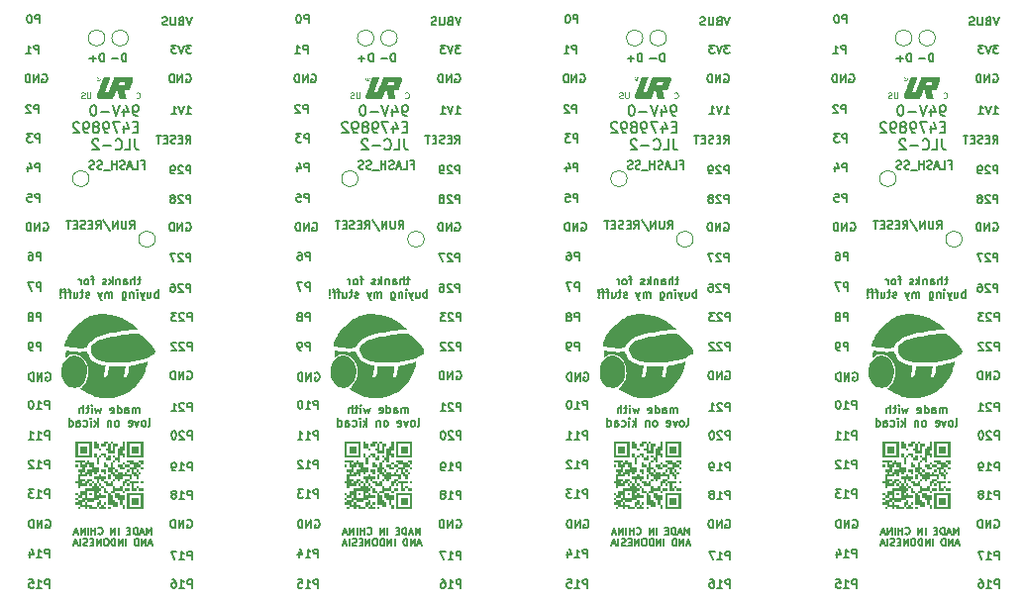
<source format=gbr>
%TF.GenerationSoftware,KiCad,Pcbnew,7.0.6*%
%TF.CreationDate,2023-08-25T07:23:29+07:00*%
%TF.ProjectId,Pico2040-Modular-Rev2-MP,5069636f-3230-4343-902d-4d6f64756c61,rev?*%
%TF.SameCoordinates,Original*%
%TF.FileFunction,Legend,Bot*%
%TF.FilePolarity,Positive*%
%FSLAX46Y46*%
G04 Gerber Fmt 4.6, Leading zero omitted, Abs format (unit mm)*
G04 Created by KiCad (PCBNEW 7.0.6) date 2023-08-25 07:23:29*
%MOMM*%
%LPD*%
G01*
G04 APERTURE LIST*
%ADD10C,0.150000*%
%ADD11C,0.160000*%
%ADD12C,0.125000*%
%ADD13C,0.120000*%
G04 APERTURE END LIST*
D10*
X142971427Y-72352771D02*
X142971427Y-71752771D01*
X142971427Y-71752771D02*
X142771427Y-72181342D01*
X142771427Y-72181342D02*
X142571427Y-71752771D01*
X142571427Y-71752771D02*
X142571427Y-72352771D01*
X142314285Y-72181342D02*
X142028571Y-72181342D01*
X142371428Y-72352771D02*
X142171428Y-71752771D01*
X142171428Y-71752771D02*
X141971428Y-72352771D01*
X141771427Y-72352771D02*
X141771427Y-71752771D01*
X141771427Y-71752771D02*
X141628570Y-71752771D01*
X141628570Y-71752771D02*
X141542856Y-71781342D01*
X141542856Y-71781342D02*
X141485713Y-71838485D01*
X141485713Y-71838485D02*
X141457142Y-71895628D01*
X141457142Y-71895628D02*
X141428570Y-72009914D01*
X141428570Y-72009914D02*
X141428570Y-72095628D01*
X141428570Y-72095628D02*
X141457142Y-72209914D01*
X141457142Y-72209914D02*
X141485713Y-72267057D01*
X141485713Y-72267057D02*
X141542856Y-72324200D01*
X141542856Y-72324200D02*
X141628570Y-72352771D01*
X141628570Y-72352771D02*
X141771427Y-72352771D01*
X141171427Y-72038485D02*
X140971427Y-72038485D01*
X140885713Y-72352771D02*
X141171427Y-72352771D01*
X141171427Y-72352771D02*
X141171427Y-71752771D01*
X141171427Y-71752771D02*
X140885713Y-71752771D01*
X140171427Y-72352771D02*
X140171427Y-71752771D01*
X139885713Y-72352771D02*
X139885713Y-71752771D01*
X139885713Y-71752771D02*
X139542856Y-72352771D01*
X139542856Y-72352771D02*
X139542856Y-71752771D01*
X138457142Y-72295628D02*
X138485714Y-72324200D01*
X138485714Y-72324200D02*
X138571428Y-72352771D01*
X138571428Y-72352771D02*
X138628571Y-72352771D01*
X138628571Y-72352771D02*
X138714285Y-72324200D01*
X138714285Y-72324200D02*
X138771428Y-72267057D01*
X138771428Y-72267057D02*
X138799999Y-72209914D01*
X138799999Y-72209914D02*
X138828571Y-72095628D01*
X138828571Y-72095628D02*
X138828571Y-72009914D01*
X138828571Y-72009914D02*
X138799999Y-71895628D01*
X138799999Y-71895628D02*
X138771428Y-71838485D01*
X138771428Y-71838485D02*
X138714285Y-71781342D01*
X138714285Y-71781342D02*
X138628571Y-71752771D01*
X138628571Y-71752771D02*
X138571428Y-71752771D01*
X138571428Y-71752771D02*
X138485714Y-71781342D01*
X138485714Y-71781342D02*
X138457142Y-71809914D01*
X138199999Y-72352771D02*
X138199999Y-71752771D01*
X138199999Y-72038485D02*
X137857142Y-72038485D01*
X137857142Y-72352771D02*
X137857142Y-71752771D01*
X137571428Y-72352771D02*
X137571428Y-71752771D01*
X137285714Y-72352771D02*
X137285714Y-71752771D01*
X137285714Y-71752771D02*
X136942857Y-72352771D01*
X136942857Y-72352771D02*
X136942857Y-71752771D01*
X136685715Y-72181342D02*
X136400001Y-72181342D01*
X136742858Y-72352771D02*
X136542858Y-71752771D01*
X136542858Y-71752771D02*
X136342858Y-72352771D01*
X143028570Y-73147342D02*
X142742856Y-73147342D01*
X143085713Y-73318771D02*
X142885713Y-72718771D01*
X142885713Y-72718771D02*
X142685713Y-73318771D01*
X142485712Y-73318771D02*
X142485712Y-72718771D01*
X142485712Y-72718771D02*
X142142855Y-73318771D01*
X142142855Y-73318771D02*
X142142855Y-72718771D01*
X141857141Y-73318771D02*
X141857141Y-72718771D01*
X141857141Y-72718771D02*
X141714284Y-72718771D01*
X141714284Y-72718771D02*
X141628570Y-72747342D01*
X141628570Y-72747342D02*
X141571427Y-72804485D01*
X141571427Y-72804485D02*
X141542856Y-72861628D01*
X141542856Y-72861628D02*
X141514284Y-72975914D01*
X141514284Y-72975914D02*
X141514284Y-73061628D01*
X141514284Y-73061628D02*
X141542856Y-73175914D01*
X141542856Y-73175914D02*
X141571427Y-73233057D01*
X141571427Y-73233057D02*
X141628570Y-73290200D01*
X141628570Y-73290200D02*
X141714284Y-73318771D01*
X141714284Y-73318771D02*
X141857141Y-73318771D01*
X140799998Y-73318771D02*
X140799998Y-72718771D01*
X140514284Y-73318771D02*
X140514284Y-72718771D01*
X140514284Y-72718771D02*
X140171427Y-73318771D01*
X140171427Y-73318771D02*
X140171427Y-72718771D01*
X139885713Y-73318771D02*
X139885713Y-72718771D01*
X139885713Y-72718771D02*
X139742856Y-72718771D01*
X139742856Y-72718771D02*
X139657142Y-72747342D01*
X139657142Y-72747342D02*
X139599999Y-72804485D01*
X139599999Y-72804485D02*
X139571428Y-72861628D01*
X139571428Y-72861628D02*
X139542856Y-72975914D01*
X139542856Y-72975914D02*
X139542856Y-73061628D01*
X139542856Y-73061628D02*
X139571428Y-73175914D01*
X139571428Y-73175914D02*
X139599999Y-73233057D01*
X139599999Y-73233057D02*
X139657142Y-73290200D01*
X139657142Y-73290200D02*
X139742856Y-73318771D01*
X139742856Y-73318771D02*
X139885713Y-73318771D01*
X139171428Y-72718771D02*
X139057142Y-72718771D01*
X139057142Y-72718771D02*
X138999999Y-72747342D01*
X138999999Y-72747342D02*
X138942856Y-72804485D01*
X138942856Y-72804485D02*
X138914285Y-72918771D01*
X138914285Y-72918771D02*
X138914285Y-73118771D01*
X138914285Y-73118771D02*
X138942856Y-73233057D01*
X138942856Y-73233057D02*
X138999999Y-73290200D01*
X138999999Y-73290200D02*
X139057142Y-73318771D01*
X139057142Y-73318771D02*
X139171428Y-73318771D01*
X139171428Y-73318771D02*
X139228571Y-73290200D01*
X139228571Y-73290200D02*
X139285713Y-73233057D01*
X139285713Y-73233057D02*
X139314285Y-73118771D01*
X139314285Y-73118771D02*
X139314285Y-72918771D01*
X139314285Y-72918771D02*
X139285713Y-72804485D01*
X139285713Y-72804485D02*
X139228571Y-72747342D01*
X139228571Y-72747342D02*
X139171428Y-72718771D01*
X138657142Y-73318771D02*
X138657142Y-72718771D01*
X138657142Y-72718771D02*
X138314285Y-73318771D01*
X138314285Y-73318771D02*
X138314285Y-72718771D01*
X138028571Y-73004485D02*
X137828571Y-73004485D01*
X137742857Y-73318771D02*
X138028571Y-73318771D01*
X138028571Y-73318771D02*
X138028571Y-72718771D01*
X138028571Y-72718771D02*
X137742857Y-72718771D01*
X137514286Y-73290200D02*
X137428572Y-73318771D01*
X137428572Y-73318771D02*
X137285714Y-73318771D01*
X137285714Y-73318771D02*
X137228572Y-73290200D01*
X137228572Y-73290200D02*
X137200000Y-73261628D01*
X137200000Y-73261628D02*
X137171429Y-73204485D01*
X137171429Y-73204485D02*
X137171429Y-73147342D01*
X137171429Y-73147342D02*
X137200000Y-73090200D01*
X137200000Y-73090200D02*
X137228572Y-73061628D01*
X137228572Y-73061628D02*
X137285714Y-73033057D01*
X137285714Y-73033057D02*
X137400000Y-73004485D01*
X137400000Y-73004485D02*
X137457143Y-72975914D01*
X137457143Y-72975914D02*
X137485714Y-72947342D01*
X137485714Y-72947342D02*
X137514286Y-72890200D01*
X137514286Y-72890200D02*
X137514286Y-72833057D01*
X137514286Y-72833057D02*
X137485714Y-72775914D01*
X137485714Y-72775914D02*
X137457143Y-72747342D01*
X137457143Y-72747342D02*
X137400000Y-72718771D01*
X137400000Y-72718771D02*
X137257143Y-72718771D01*
X137257143Y-72718771D02*
X137171429Y-72747342D01*
X136914285Y-73318771D02*
X136914285Y-72718771D01*
X136657143Y-73147342D02*
X136371429Y-73147342D01*
X136714286Y-73318771D02*
X136514286Y-72718771D01*
X136514286Y-72718771D02*
X136314286Y-73318771D01*
X64534649Y-48906533D02*
X64534649Y-48206533D01*
X64534649Y-48206533D02*
X64267982Y-48206533D01*
X64267982Y-48206533D02*
X64201316Y-48239866D01*
X64201316Y-48239866D02*
X64167982Y-48273200D01*
X64167982Y-48273200D02*
X64134649Y-48339866D01*
X64134649Y-48339866D02*
X64134649Y-48439866D01*
X64134649Y-48439866D02*
X64167982Y-48506533D01*
X64167982Y-48506533D02*
X64201316Y-48539866D01*
X64201316Y-48539866D02*
X64267982Y-48573200D01*
X64267982Y-48573200D02*
X64534649Y-48573200D01*
X63534649Y-48206533D02*
X63667982Y-48206533D01*
X63667982Y-48206533D02*
X63734649Y-48239866D01*
X63734649Y-48239866D02*
X63767982Y-48273200D01*
X63767982Y-48273200D02*
X63834649Y-48373200D01*
X63834649Y-48373200D02*
X63867982Y-48506533D01*
X63867982Y-48506533D02*
X63867982Y-48773200D01*
X63867982Y-48773200D02*
X63834649Y-48839866D01*
X63834649Y-48839866D02*
X63801316Y-48873200D01*
X63801316Y-48873200D02*
X63734649Y-48906533D01*
X63734649Y-48906533D02*
X63601316Y-48906533D01*
X63601316Y-48906533D02*
X63534649Y-48873200D01*
X63534649Y-48873200D02*
X63501316Y-48839866D01*
X63501316Y-48839866D02*
X63467982Y-48773200D01*
X63467982Y-48773200D02*
X63467982Y-48606533D01*
X63467982Y-48606533D02*
X63501316Y-48539866D01*
X63501316Y-48539866D02*
X63534649Y-48506533D01*
X63534649Y-48506533D02*
X63601316Y-48473200D01*
X63601316Y-48473200D02*
X63734649Y-48473200D01*
X63734649Y-48473200D02*
X63801316Y-48506533D01*
X63801316Y-48506533D02*
X63834649Y-48539866D01*
X63834649Y-48539866D02*
X63867982Y-48606533D01*
X100067982Y-71139866D02*
X100134649Y-71106533D01*
X100134649Y-71106533D02*
X100234649Y-71106533D01*
X100234649Y-71106533D02*
X100334649Y-71139866D01*
X100334649Y-71139866D02*
X100401316Y-71206533D01*
X100401316Y-71206533D02*
X100434649Y-71273200D01*
X100434649Y-71273200D02*
X100467982Y-71406533D01*
X100467982Y-71406533D02*
X100467982Y-71506533D01*
X100467982Y-71506533D02*
X100434649Y-71639866D01*
X100434649Y-71639866D02*
X100401316Y-71706533D01*
X100401316Y-71706533D02*
X100334649Y-71773200D01*
X100334649Y-71773200D02*
X100234649Y-71806533D01*
X100234649Y-71806533D02*
X100167982Y-71806533D01*
X100167982Y-71806533D02*
X100067982Y-71773200D01*
X100067982Y-71773200D02*
X100034649Y-71739866D01*
X100034649Y-71739866D02*
X100034649Y-71506533D01*
X100034649Y-71506533D02*
X100167982Y-71506533D01*
X99734649Y-71806533D02*
X99734649Y-71106533D01*
X99734649Y-71106533D02*
X99334649Y-71806533D01*
X99334649Y-71806533D02*
X99334649Y-71106533D01*
X99001316Y-71806533D02*
X99001316Y-71106533D01*
X99001316Y-71106533D02*
X98834649Y-71106533D01*
X98834649Y-71106533D02*
X98734649Y-71139866D01*
X98734649Y-71139866D02*
X98667983Y-71206533D01*
X98667983Y-71206533D02*
X98634649Y-71273200D01*
X98634649Y-71273200D02*
X98601316Y-71406533D01*
X98601316Y-71406533D02*
X98601316Y-71506533D01*
X98601316Y-71506533D02*
X98634649Y-71639866D01*
X98634649Y-71639866D02*
X98667983Y-71706533D01*
X98667983Y-71706533D02*
X98734649Y-71773200D01*
X98734649Y-71773200D02*
X98834649Y-71806533D01*
X98834649Y-71806533D02*
X99001316Y-71806533D01*
X133434649Y-38806533D02*
X133434649Y-38106533D01*
X133434649Y-38106533D02*
X133167982Y-38106533D01*
X133167982Y-38106533D02*
X133101316Y-38139866D01*
X133101316Y-38139866D02*
X133067982Y-38173200D01*
X133067982Y-38173200D02*
X133034649Y-38239866D01*
X133034649Y-38239866D02*
X133034649Y-38339866D01*
X133034649Y-38339866D02*
X133067982Y-38406533D01*
X133067982Y-38406533D02*
X133101316Y-38439866D01*
X133101316Y-38439866D02*
X133167982Y-38473200D01*
X133167982Y-38473200D02*
X133434649Y-38473200D01*
X132801316Y-38106533D02*
X132367982Y-38106533D01*
X132367982Y-38106533D02*
X132601316Y-38373200D01*
X132601316Y-38373200D02*
X132501316Y-38373200D01*
X132501316Y-38373200D02*
X132434649Y-38406533D01*
X132434649Y-38406533D02*
X132401316Y-38439866D01*
X132401316Y-38439866D02*
X132367982Y-38506533D01*
X132367982Y-38506533D02*
X132367982Y-38673200D01*
X132367982Y-38673200D02*
X132401316Y-38739866D01*
X132401316Y-38739866D02*
X132434649Y-38773200D01*
X132434649Y-38773200D02*
X132501316Y-38806533D01*
X132501316Y-38806533D02*
X132701316Y-38806533D01*
X132701316Y-38806533D02*
X132767982Y-38773200D01*
X132767982Y-38773200D02*
X132801316Y-38739866D01*
X99967982Y-36406533D02*
X100367982Y-36406533D01*
X100167982Y-36406533D02*
X100167982Y-35706533D01*
X100167982Y-35706533D02*
X100234649Y-35806533D01*
X100234649Y-35806533D02*
X100301316Y-35873200D01*
X100301316Y-35873200D02*
X100367982Y-35906533D01*
X99767982Y-35706533D02*
X99534649Y-36406533D01*
X99534649Y-36406533D02*
X99301315Y-35706533D01*
X98701315Y-36406533D02*
X99101315Y-36406533D01*
X98901315Y-36406533D02*
X98901315Y-35706533D01*
X98901315Y-35706533D02*
X98967982Y-35806533D01*
X98967982Y-35806533D02*
X99034649Y-35873200D01*
X99034649Y-35873200D02*
X99101315Y-35906533D01*
X100434649Y-28106533D02*
X100201316Y-28806533D01*
X100201316Y-28806533D02*
X99967982Y-28106533D01*
X99501316Y-28439866D02*
X99401316Y-28473200D01*
X99401316Y-28473200D02*
X99367982Y-28506533D01*
X99367982Y-28506533D02*
X99334649Y-28573200D01*
X99334649Y-28573200D02*
X99334649Y-28673200D01*
X99334649Y-28673200D02*
X99367982Y-28739866D01*
X99367982Y-28739866D02*
X99401316Y-28773200D01*
X99401316Y-28773200D02*
X99467982Y-28806533D01*
X99467982Y-28806533D02*
X99734649Y-28806533D01*
X99734649Y-28806533D02*
X99734649Y-28106533D01*
X99734649Y-28106533D02*
X99501316Y-28106533D01*
X99501316Y-28106533D02*
X99434649Y-28139866D01*
X99434649Y-28139866D02*
X99401316Y-28173200D01*
X99401316Y-28173200D02*
X99367982Y-28239866D01*
X99367982Y-28239866D02*
X99367982Y-28306533D01*
X99367982Y-28306533D02*
X99401316Y-28373200D01*
X99401316Y-28373200D02*
X99434649Y-28406533D01*
X99434649Y-28406533D02*
X99501316Y-28439866D01*
X99501316Y-28439866D02*
X99734649Y-28439866D01*
X99034649Y-28106533D02*
X99034649Y-28673200D01*
X99034649Y-28673200D02*
X99001316Y-28739866D01*
X99001316Y-28739866D02*
X98967982Y-28773200D01*
X98967982Y-28773200D02*
X98901316Y-28806533D01*
X98901316Y-28806533D02*
X98767982Y-28806533D01*
X98767982Y-28806533D02*
X98701316Y-28773200D01*
X98701316Y-28773200D02*
X98667982Y-28739866D01*
X98667982Y-28739866D02*
X98634649Y-28673200D01*
X98634649Y-28673200D02*
X98634649Y-28106533D01*
X98334649Y-28773200D02*
X98234649Y-28806533D01*
X98234649Y-28806533D02*
X98067983Y-28806533D01*
X98067983Y-28806533D02*
X98001316Y-28773200D01*
X98001316Y-28773200D02*
X97967983Y-28739866D01*
X97967983Y-28739866D02*
X97934649Y-28673200D01*
X97934649Y-28673200D02*
X97934649Y-28606533D01*
X97934649Y-28606533D02*
X97967983Y-28539866D01*
X97967983Y-28539866D02*
X98001316Y-28506533D01*
X98001316Y-28506533D02*
X98067983Y-28473200D01*
X98067983Y-28473200D02*
X98201316Y-28439866D01*
X98201316Y-28439866D02*
X98267983Y-28406533D01*
X98267983Y-28406533D02*
X98301316Y-28373200D01*
X98301316Y-28373200D02*
X98334649Y-28306533D01*
X98334649Y-28306533D02*
X98334649Y-28239866D01*
X98334649Y-28239866D02*
X98301316Y-28173200D01*
X98301316Y-28173200D02*
X98267983Y-28139866D01*
X98267983Y-28139866D02*
X98201316Y-28106533D01*
X98201316Y-28106533D02*
X98034649Y-28106533D01*
X98034649Y-28106533D02*
X97934649Y-28139866D01*
D11*
X95949998Y-61979013D02*
X95949998Y-61512346D01*
X95949998Y-61579013D02*
X95916665Y-61545680D01*
X95916665Y-61545680D02*
X95849998Y-61512346D01*
X95849998Y-61512346D02*
X95749998Y-61512346D01*
X95749998Y-61512346D02*
X95683331Y-61545680D01*
X95683331Y-61545680D02*
X95649998Y-61612346D01*
X95649998Y-61612346D02*
X95649998Y-61979013D01*
X95649998Y-61612346D02*
X95616665Y-61545680D01*
X95616665Y-61545680D02*
X95549998Y-61512346D01*
X95549998Y-61512346D02*
X95449998Y-61512346D01*
X95449998Y-61512346D02*
X95383331Y-61545680D01*
X95383331Y-61545680D02*
X95349998Y-61612346D01*
X95349998Y-61612346D02*
X95349998Y-61979013D01*
X94716665Y-61979013D02*
X94716665Y-61612346D01*
X94716665Y-61612346D02*
X94749998Y-61545680D01*
X94749998Y-61545680D02*
X94816665Y-61512346D01*
X94816665Y-61512346D02*
X94949998Y-61512346D01*
X94949998Y-61512346D02*
X95016665Y-61545680D01*
X94716665Y-61945680D02*
X94783332Y-61979013D01*
X94783332Y-61979013D02*
X94949998Y-61979013D01*
X94949998Y-61979013D02*
X95016665Y-61945680D01*
X95016665Y-61945680D02*
X95049998Y-61879013D01*
X95049998Y-61879013D02*
X95049998Y-61812346D01*
X95049998Y-61812346D02*
X95016665Y-61745680D01*
X95016665Y-61745680D02*
X94949998Y-61712346D01*
X94949998Y-61712346D02*
X94783332Y-61712346D01*
X94783332Y-61712346D02*
X94716665Y-61679013D01*
X94083332Y-61979013D02*
X94083332Y-61279013D01*
X94083332Y-61945680D02*
X94149999Y-61979013D01*
X94149999Y-61979013D02*
X94283332Y-61979013D01*
X94283332Y-61979013D02*
X94349999Y-61945680D01*
X94349999Y-61945680D02*
X94383332Y-61912346D01*
X94383332Y-61912346D02*
X94416665Y-61845680D01*
X94416665Y-61845680D02*
X94416665Y-61645680D01*
X94416665Y-61645680D02*
X94383332Y-61579013D01*
X94383332Y-61579013D02*
X94349999Y-61545680D01*
X94349999Y-61545680D02*
X94283332Y-61512346D01*
X94283332Y-61512346D02*
X94149999Y-61512346D01*
X94149999Y-61512346D02*
X94083332Y-61545680D01*
X93483332Y-61945680D02*
X93549999Y-61979013D01*
X93549999Y-61979013D02*
X93683332Y-61979013D01*
X93683332Y-61979013D02*
X93749999Y-61945680D01*
X93749999Y-61945680D02*
X93783332Y-61879013D01*
X93783332Y-61879013D02*
X93783332Y-61612346D01*
X93783332Y-61612346D02*
X93749999Y-61545680D01*
X93749999Y-61545680D02*
X93683332Y-61512346D01*
X93683332Y-61512346D02*
X93549999Y-61512346D01*
X93549999Y-61512346D02*
X93483332Y-61545680D01*
X93483332Y-61545680D02*
X93449999Y-61612346D01*
X93449999Y-61612346D02*
X93449999Y-61679013D01*
X93449999Y-61679013D02*
X93783332Y-61745680D01*
X92683333Y-61512346D02*
X92549999Y-61979013D01*
X92549999Y-61979013D02*
X92416666Y-61645680D01*
X92416666Y-61645680D02*
X92283333Y-61979013D01*
X92283333Y-61979013D02*
X92149999Y-61512346D01*
X91883333Y-61979013D02*
X91883333Y-61512346D01*
X91883333Y-61279013D02*
X91916666Y-61312346D01*
X91916666Y-61312346D02*
X91883333Y-61345680D01*
X91883333Y-61345680D02*
X91850000Y-61312346D01*
X91850000Y-61312346D02*
X91883333Y-61279013D01*
X91883333Y-61279013D02*
X91883333Y-61345680D01*
X91650000Y-61512346D02*
X91383333Y-61512346D01*
X91550000Y-61279013D02*
X91550000Y-61879013D01*
X91550000Y-61879013D02*
X91516667Y-61945680D01*
X91516667Y-61945680D02*
X91450000Y-61979013D01*
X91450000Y-61979013D02*
X91383333Y-61979013D01*
X91150000Y-61979013D02*
X91150000Y-61279013D01*
X90850000Y-61979013D02*
X90850000Y-61612346D01*
X90850000Y-61612346D02*
X90883333Y-61545680D01*
X90883333Y-61545680D02*
X90950000Y-61512346D01*
X90950000Y-61512346D02*
X91050000Y-61512346D01*
X91050000Y-61512346D02*
X91116667Y-61545680D01*
X91116667Y-61545680D02*
X91150000Y-61579013D01*
X96749998Y-63106013D02*
X96816665Y-63072680D01*
X96816665Y-63072680D02*
X96849998Y-63006013D01*
X96849998Y-63006013D02*
X96849998Y-62406013D01*
X96383331Y-63106013D02*
X96449998Y-63072680D01*
X96449998Y-63072680D02*
X96483331Y-63039346D01*
X96483331Y-63039346D02*
X96516664Y-62972680D01*
X96516664Y-62972680D02*
X96516664Y-62772680D01*
X96516664Y-62772680D02*
X96483331Y-62706013D01*
X96483331Y-62706013D02*
X96449998Y-62672680D01*
X96449998Y-62672680D02*
X96383331Y-62639346D01*
X96383331Y-62639346D02*
X96283331Y-62639346D01*
X96283331Y-62639346D02*
X96216664Y-62672680D01*
X96216664Y-62672680D02*
X96183331Y-62706013D01*
X96183331Y-62706013D02*
X96149998Y-62772680D01*
X96149998Y-62772680D02*
X96149998Y-62972680D01*
X96149998Y-62972680D02*
X96183331Y-63039346D01*
X96183331Y-63039346D02*
X96216664Y-63072680D01*
X96216664Y-63072680D02*
X96283331Y-63106013D01*
X96283331Y-63106013D02*
X96383331Y-63106013D01*
X95916665Y-62639346D02*
X95749998Y-63106013D01*
X95749998Y-63106013D02*
X95583331Y-62639346D01*
X95049998Y-63072680D02*
X95116665Y-63106013D01*
X95116665Y-63106013D02*
X95249998Y-63106013D01*
X95249998Y-63106013D02*
X95316665Y-63072680D01*
X95316665Y-63072680D02*
X95349998Y-63006013D01*
X95349998Y-63006013D02*
X95349998Y-62739346D01*
X95349998Y-62739346D02*
X95316665Y-62672680D01*
X95316665Y-62672680D02*
X95249998Y-62639346D01*
X95249998Y-62639346D02*
X95116665Y-62639346D01*
X95116665Y-62639346D02*
X95049998Y-62672680D01*
X95049998Y-62672680D02*
X95016665Y-62739346D01*
X95016665Y-62739346D02*
X95016665Y-62806013D01*
X95016665Y-62806013D02*
X95349998Y-62872680D01*
X94083332Y-63106013D02*
X94149999Y-63072680D01*
X94149999Y-63072680D02*
X94183332Y-63039346D01*
X94183332Y-63039346D02*
X94216665Y-62972680D01*
X94216665Y-62972680D02*
X94216665Y-62772680D01*
X94216665Y-62772680D02*
X94183332Y-62706013D01*
X94183332Y-62706013D02*
X94149999Y-62672680D01*
X94149999Y-62672680D02*
X94083332Y-62639346D01*
X94083332Y-62639346D02*
X93983332Y-62639346D01*
X93983332Y-62639346D02*
X93916665Y-62672680D01*
X93916665Y-62672680D02*
X93883332Y-62706013D01*
X93883332Y-62706013D02*
X93849999Y-62772680D01*
X93849999Y-62772680D02*
X93849999Y-62972680D01*
X93849999Y-62972680D02*
X93883332Y-63039346D01*
X93883332Y-63039346D02*
X93916665Y-63072680D01*
X93916665Y-63072680D02*
X93983332Y-63106013D01*
X93983332Y-63106013D02*
X94083332Y-63106013D01*
X93549999Y-62639346D02*
X93549999Y-63106013D01*
X93549999Y-62706013D02*
X93516666Y-62672680D01*
X93516666Y-62672680D02*
X93449999Y-62639346D01*
X93449999Y-62639346D02*
X93349999Y-62639346D01*
X93349999Y-62639346D02*
X93283332Y-62672680D01*
X93283332Y-62672680D02*
X93249999Y-62739346D01*
X93249999Y-62739346D02*
X93249999Y-63106013D01*
X92383333Y-63106013D02*
X92383333Y-62406013D01*
X92316666Y-62839346D02*
X92116666Y-63106013D01*
X92116666Y-62639346D02*
X92383333Y-62906013D01*
X91816666Y-63106013D02*
X91816666Y-62639346D01*
X91816666Y-62406013D02*
X91849999Y-62439346D01*
X91849999Y-62439346D02*
X91816666Y-62472680D01*
X91816666Y-62472680D02*
X91783333Y-62439346D01*
X91783333Y-62439346D02*
X91816666Y-62406013D01*
X91816666Y-62406013D02*
X91816666Y-62472680D01*
X91183333Y-63072680D02*
X91250000Y-63106013D01*
X91250000Y-63106013D02*
X91383333Y-63106013D01*
X91383333Y-63106013D02*
X91450000Y-63072680D01*
X91450000Y-63072680D02*
X91483333Y-63039346D01*
X91483333Y-63039346D02*
X91516666Y-62972680D01*
X91516666Y-62972680D02*
X91516666Y-62772680D01*
X91516666Y-62772680D02*
X91483333Y-62706013D01*
X91483333Y-62706013D02*
X91450000Y-62672680D01*
X91450000Y-62672680D02*
X91383333Y-62639346D01*
X91383333Y-62639346D02*
X91250000Y-62639346D01*
X91250000Y-62639346D02*
X91183333Y-62672680D01*
X90583333Y-63106013D02*
X90583333Y-62739346D01*
X90583333Y-62739346D02*
X90616666Y-62672680D01*
X90616666Y-62672680D02*
X90683333Y-62639346D01*
X90683333Y-62639346D02*
X90816666Y-62639346D01*
X90816666Y-62639346D02*
X90883333Y-62672680D01*
X90583333Y-63072680D02*
X90650000Y-63106013D01*
X90650000Y-63106013D02*
X90816666Y-63106013D01*
X90816666Y-63106013D02*
X90883333Y-63072680D01*
X90883333Y-63072680D02*
X90916666Y-63006013D01*
X90916666Y-63006013D02*
X90916666Y-62939346D01*
X90916666Y-62939346D02*
X90883333Y-62872680D01*
X90883333Y-62872680D02*
X90816666Y-62839346D01*
X90816666Y-62839346D02*
X90650000Y-62839346D01*
X90650000Y-62839346D02*
X90583333Y-62806013D01*
X89950000Y-63106013D02*
X89950000Y-62406013D01*
X89950000Y-63072680D02*
X90016667Y-63106013D01*
X90016667Y-63106013D02*
X90150000Y-63106013D01*
X90150000Y-63106013D02*
X90216667Y-63072680D01*
X90216667Y-63072680D02*
X90250000Y-63039346D01*
X90250000Y-63039346D02*
X90283333Y-62972680D01*
X90283333Y-62972680D02*
X90283333Y-62772680D01*
X90283333Y-62772680D02*
X90250000Y-62706013D01*
X90250000Y-62706013D02*
X90216667Y-62672680D01*
X90216667Y-62672680D02*
X90150000Y-62639346D01*
X90150000Y-62639346D02*
X90016667Y-62639346D01*
X90016667Y-62639346D02*
X89950000Y-62672680D01*
D10*
X100434649Y-66906533D02*
X100434649Y-66206533D01*
X100434649Y-66206533D02*
X100167982Y-66206533D01*
X100167982Y-66206533D02*
X100101316Y-66239866D01*
X100101316Y-66239866D02*
X100067982Y-66273200D01*
X100067982Y-66273200D02*
X100034649Y-66339866D01*
X100034649Y-66339866D02*
X100034649Y-66439866D01*
X100034649Y-66439866D02*
X100067982Y-66506533D01*
X100067982Y-66506533D02*
X100101316Y-66539866D01*
X100101316Y-66539866D02*
X100167982Y-66573200D01*
X100167982Y-66573200D02*
X100434649Y-66573200D01*
X99367982Y-66906533D02*
X99767982Y-66906533D01*
X99567982Y-66906533D02*
X99567982Y-66206533D01*
X99567982Y-66206533D02*
X99634649Y-66306533D01*
X99634649Y-66306533D02*
X99701316Y-66373200D01*
X99701316Y-66373200D02*
X99767982Y-66406533D01*
X99034649Y-66906533D02*
X98901315Y-66906533D01*
X98901315Y-66906533D02*
X98834649Y-66873200D01*
X98834649Y-66873200D02*
X98801315Y-66839866D01*
X98801315Y-66839866D02*
X98734649Y-66739866D01*
X98734649Y-66739866D02*
X98701315Y-66606533D01*
X98701315Y-66606533D02*
X98701315Y-66339866D01*
X98701315Y-66339866D02*
X98734649Y-66273200D01*
X98734649Y-66273200D02*
X98767982Y-66239866D01*
X98767982Y-66239866D02*
X98834649Y-66206533D01*
X98834649Y-66206533D02*
X98967982Y-66206533D01*
X98967982Y-66206533D02*
X99034649Y-66239866D01*
X99034649Y-66239866D02*
X99067982Y-66273200D01*
X99067982Y-66273200D02*
X99101315Y-66339866D01*
X99101315Y-66339866D02*
X99101315Y-66506533D01*
X99101315Y-66506533D02*
X99067982Y-66573200D01*
X99067982Y-66573200D02*
X99034649Y-66606533D01*
X99034649Y-66606533D02*
X98967982Y-66639866D01*
X98967982Y-66639866D02*
X98834649Y-66639866D01*
X98834649Y-66639866D02*
X98767982Y-66606533D01*
X98767982Y-66606533D02*
X98734649Y-66573200D01*
X98734649Y-66573200D02*
X98701315Y-66506533D01*
X100334649Y-44006533D02*
X100334649Y-43306533D01*
X100334649Y-43306533D02*
X100067982Y-43306533D01*
X100067982Y-43306533D02*
X100001316Y-43339866D01*
X100001316Y-43339866D02*
X99967982Y-43373200D01*
X99967982Y-43373200D02*
X99934649Y-43439866D01*
X99934649Y-43439866D02*
X99934649Y-43539866D01*
X99934649Y-43539866D02*
X99967982Y-43606533D01*
X99967982Y-43606533D02*
X100001316Y-43639866D01*
X100001316Y-43639866D02*
X100067982Y-43673200D01*
X100067982Y-43673200D02*
X100334649Y-43673200D01*
X99667982Y-43373200D02*
X99634649Y-43339866D01*
X99634649Y-43339866D02*
X99567982Y-43306533D01*
X99567982Y-43306533D02*
X99401316Y-43306533D01*
X99401316Y-43306533D02*
X99334649Y-43339866D01*
X99334649Y-43339866D02*
X99301316Y-43373200D01*
X99301316Y-43373200D02*
X99267982Y-43439866D01*
X99267982Y-43439866D02*
X99267982Y-43506533D01*
X99267982Y-43506533D02*
X99301316Y-43606533D01*
X99301316Y-43606533D02*
X99701316Y-44006533D01*
X99701316Y-44006533D02*
X99267982Y-44006533D01*
X98867982Y-43606533D02*
X98934649Y-43573200D01*
X98934649Y-43573200D02*
X98967982Y-43539866D01*
X98967982Y-43539866D02*
X99001315Y-43473200D01*
X99001315Y-43473200D02*
X99001315Y-43439866D01*
X99001315Y-43439866D02*
X98967982Y-43373200D01*
X98967982Y-43373200D02*
X98934649Y-43339866D01*
X98934649Y-43339866D02*
X98867982Y-43306533D01*
X98867982Y-43306533D02*
X98734649Y-43306533D01*
X98734649Y-43306533D02*
X98667982Y-43339866D01*
X98667982Y-43339866D02*
X98634649Y-43373200D01*
X98634649Y-43373200D02*
X98601315Y-43439866D01*
X98601315Y-43439866D02*
X98601315Y-43473200D01*
X98601315Y-43473200D02*
X98634649Y-43539866D01*
X98634649Y-43539866D02*
X98667982Y-43573200D01*
X98667982Y-43573200D02*
X98734649Y-43606533D01*
X98734649Y-43606533D02*
X98867982Y-43606533D01*
X98867982Y-43606533D02*
X98934649Y-43639866D01*
X98934649Y-43639866D02*
X98967982Y-43673200D01*
X98967982Y-43673200D02*
X99001315Y-43739866D01*
X99001315Y-43739866D02*
X99001315Y-43873200D01*
X99001315Y-43873200D02*
X98967982Y-43939866D01*
X98967982Y-43939866D02*
X98934649Y-43973200D01*
X98934649Y-43973200D02*
X98867982Y-44006533D01*
X98867982Y-44006533D02*
X98734649Y-44006533D01*
X98734649Y-44006533D02*
X98667982Y-43973200D01*
X98667982Y-43973200D02*
X98634649Y-43939866D01*
X98634649Y-43939866D02*
X98601315Y-43873200D01*
X98601315Y-43873200D02*
X98601315Y-43739866D01*
X98601315Y-43739866D02*
X98634649Y-43673200D01*
X98634649Y-43673200D02*
X98667982Y-43639866D01*
X98667982Y-43639866D02*
X98734649Y-43606533D01*
X100434649Y-76906533D02*
X100434649Y-76206533D01*
X100434649Y-76206533D02*
X100167982Y-76206533D01*
X100167982Y-76206533D02*
X100101316Y-76239866D01*
X100101316Y-76239866D02*
X100067982Y-76273200D01*
X100067982Y-76273200D02*
X100034649Y-76339866D01*
X100034649Y-76339866D02*
X100034649Y-76439866D01*
X100034649Y-76439866D02*
X100067982Y-76506533D01*
X100067982Y-76506533D02*
X100101316Y-76539866D01*
X100101316Y-76539866D02*
X100167982Y-76573200D01*
X100167982Y-76573200D02*
X100434649Y-76573200D01*
X99367982Y-76906533D02*
X99767982Y-76906533D01*
X99567982Y-76906533D02*
X99567982Y-76206533D01*
X99567982Y-76206533D02*
X99634649Y-76306533D01*
X99634649Y-76306533D02*
X99701316Y-76373200D01*
X99701316Y-76373200D02*
X99767982Y-76406533D01*
X98767982Y-76206533D02*
X98901315Y-76206533D01*
X98901315Y-76206533D02*
X98967982Y-76239866D01*
X98967982Y-76239866D02*
X99001315Y-76273200D01*
X99001315Y-76273200D02*
X99067982Y-76373200D01*
X99067982Y-76373200D02*
X99101315Y-76506533D01*
X99101315Y-76506533D02*
X99101315Y-76773200D01*
X99101315Y-76773200D02*
X99067982Y-76839866D01*
X99067982Y-76839866D02*
X99034649Y-76873200D01*
X99034649Y-76873200D02*
X98967982Y-76906533D01*
X98967982Y-76906533D02*
X98834649Y-76906533D01*
X98834649Y-76906533D02*
X98767982Y-76873200D01*
X98767982Y-76873200D02*
X98734649Y-76839866D01*
X98734649Y-76839866D02*
X98701315Y-76773200D01*
X98701315Y-76773200D02*
X98701315Y-76606533D01*
X98701315Y-76606533D02*
X98734649Y-76539866D01*
X98734649Y-76539866D02*
X98767982Y-76506533D01*
X98767982Y-76506533D02*
X98834649Y-76473200D01*
X98834649Y-76473200D02*
X98967982Y-76473200D01*
X98967982Y-76473200D02*
X99034649Y-76506533D01*
X99034649Y-76506533D02*
X99067982Y-76539866D01*
X99067982Y-76539866D02*
X99101315Y-76606533D01*
X110434649Y-28606533D02*
X110434649Y-27906533D01*
X110434649Y-27906533D02*
X110167982Y-27906533D01*
X110167982Y-27906533D02*
X110101316Y-27939866D01*
X110101316Y-27939866D02*
X110067982Y-27973200D01*
X110067982Y-27973200D02*
X110034649Y-28039866D01*
X110034649Y-28039866D02*
X110034649Y-28139866D01*
X110034649Y-28139866D02*
X110067982Y-28206533D01*
X110067982Y-28206533D02*
X110101316Y-28239866D01*
X110101316Y-28239866D02*
X110167982Y-28273200D01*
X110167982Y-28273200D02*
X110434649Y-28273200D01*
X109601316Y-27906533D02*
X109534649Y-27906533D01*
X109534649Y-27906533D02*
X109467982Y-27939866D01*
X109467982Y-27939866D02*
X109434649Y-27973200D01*
X109434649Y-27973200D02*
X109401316Y-28039866D01*
X109401316Y-28039866D02*
X109367982Y-28173200D01*
X109367982Y-28173200D02*
X109367982Y-28339866D01*
X109367982Y-28339866D02*
X109401316Y-28473200D01*
X109401316Y-28473200D02*
X109434649Y-28539866D01*
X109434649Y-28539866D02*
X109467982Y-28573200D01*
X109467982Y-28573200D02*
X109534649Y-28606533D01*
X109534649Y-28606533D02*
X109601316Y-28606533D01*
X109601316Y-28606533D02*
X109667982Y-28573200D01*
X109667982Y-28573200D02*
X109701316Y-28539866D01*
X109701316Y-28539866D02*
X109734649Y-28473200D01*
X109734649Y-28473200D02*
X109767982Y-28339866D01*
X109767982Y-28339866D02*
X109767982Y-28173200D01*
X109767982Y-28173200D02*
X109734649Y-28039866D01*
X109734649Y-28039866D02*
X109701316Y-27973200D01*
X109701316Y-27973200D02*
X109667982Y-27939866D01*
X109667982Y-27939866D02*
X109601316Y-27906533D01*
X88234649Y-74306533D02*
X88234649Y-73606533D01*
X88234649Y-73606533D02*
X87967982Y-73606533D01*
X87967982Y-73606533D02*
X87901316Y-73639866D01*
X87901316Y-73639866D02*
X87867982Y-73673200D01*
X87867982Y-73673200D02*
X87834649Y-73739866D01*
X87834649Y-73739866D02*
X87834649Y-73839866D01*
X87834649Y-73839866D02*
X87867982Y-73906533D01*
X87867982Y-73906533D02*
X87901316Y-73939866D01*
X87901316Y-73939866D02*
X87967982Y-73973200D01*
X87967982Y-73973200D02*
X88234649Y-73973200D01*
X87167982Y-74306533D02*
X87567982Y-74306533D01*
X87367982Y-74306533D02*
X87367982Y-73606533D01*
X87367982Y-73606533D02*
X87434649Y-73706533D01*
X87434649Y-73706533D02*
X87501316Y-73773200D01*
X87501316Y-73773200D02*
X87567982Y-73806533D01*
X86567982Y-73839866D02*
X86567982Y-74306533D01*
X86734649Y-73573200D02*
X86901315Y-74073200D01*
X86901315Y-74073200D02*
X86467982Y-74073200D01*
X119201316Y-40739866D02*
X119434649Y-40739866D01*
X119434649Y-41106533D02*
X119434649Y-40406533D01*
X119434649Y-40406533D02*
X119101316Y-40406533D01*
X118501316Y-41106533D02*
X118834649Y-41106533D01*
X118834649Y-41106533D02*
X118834649Y-40406533D01*
X118301315Y-40906533D02*
X117967982Y-40906533D01*
X118367982Y-41106533D02*
X118134649Y-40406533D01*
X118134649Y-40406533D02*
X117901315Y-41106533D01*
X117701315Y-41073200D02*
X117601315Y-41106533D01*
X117601315Y-41106533D02*
X117434649Y-41106533D01*
X117434649Y-41106533D02*
X117367982Y-41073200D01*
X117367982Y-41073200D02*
X117334649Y-41039866D01*
X117334649Y-41039866D02*
X117301315Y-40973200D01*
X117301315Y-40973200D02*
X117301315Y-40906533D01*
X117301315Y-40906533D02*
X117334649Y-40839866D01*
X117334649Y-40839866D02*
X117367982Y-40806533D01*
X117367982Y-40806533D02*
X117434649Y-40773200D01*
X117434649Y-40773200D02*
X117567982Y-40739866D01*
X117567982Y-40739866D02*
X117634649Y-40706533D01*
X117634649Y-40706533D02*
X117667982Y-40673200D01*
X117667982Y-40673200D02*
X117701315Y-40606533D01*
X117701315Y-40606533D02*
X117701315Y-40539866D01*
X117701315Y-40539866D02*
X117667982Y-40473200D01*
X117667982Y-40473200D02*
X117634649Y-40439866D01*
X117634649Y-40439866D02*
X117567982Y-40406533D01*
X117567982Y-40406533D02*
X117401315Y-40406533D01*
X117401315Y-40406533D02*
X117301315Y-40439866D01*
X117001315Y-41106533D02*
X117001315Y-40406533D01*
X117001315Y-40739866D02*
X116601315Y-40739866D01*
X116601315Y-41106533D02*
X116601315Y-40406533D01*
X116434649Y-41173200D02*
X115901315Y-41173200D01*
X115767982Y-41073200D02*
X115667982Y-41106533D01*
X115667982Y-41106533D02*
X115501316Y-41106533D01*
X115501316Y-41106533D02*
X115434649Y-41073200D01*
X115434649Y-41073200D02*
X115401316Y-41039866D01*
X115401316Y-41039866D02*
X115367982Y-40973200D01*
X115367982Y-40973200D02*
X115367982Y-40906533D01*
X115367982Y-40906533D02*
X115401316Y-40839866D01*
X115401316Y-40839866D02*
X115434649Y-40806533D01*
X115434649Y-40806533D02*
X115501316Y-40773200D01*
X115501316Y-40773200D02*
X115634649Y-40739866D01*
X115634649Y-40739866D02*
X115701316Y-40706533D01*
X115701316Y-40706533D02*
X115734649Y-40673200D01*
X115734649Y-40673200D02*
X115767982Y-40606533D01*
X115767982Y-40606533D02*
X115767982Y-40539866D01*
X115767982Y-40539866D02*
X115734649Y-40473200D01*
X115734649Y-40473200D02*
X115701316Y-40439866D01*
X115701316Y-40439866D02*
X115634649Y-40406533D01*
X115634649Y-40406533D02*
X115467982Y-40406533D01*
X115467982Y-40406533D02*
X115367982Y-40439866D01*
X115101315Y-41073200D02*
X115001315Y-41106533D01*
X115001315Y-41106533D02*
X114834649Y-41106533D01*
X114834649Y-41106533D02*
X114767982Y-41073200D01*
X114767982Y-41073200D02*
X114734649Y-41039866D01*
X114734649Y-41039866D02*
X114701315Y-40973200D01*
X114701315Y-40973200D02*
X114701315Y-40906533D01*
X114701315Y-40906533D02*
X114734649Y-40839866D01*
X114734649Y-40839866D02*
X114767982Y-40806533D01*
X114767982Y-40806533D02*
X114834649Y-40773200D01*
X114834649Y-40773200D02*
X114967982Y-40739866D01*
X114967982Y-40739866D02*
X115034649Y-40706533D01*
X115034649Y-40706533D02*
X115067982Y-40673200D01*
X115067982Y-40673200D02*
X115101315Y-40606533D01*
X115101315Y-40606533D02*
X115101315Y-40539866D01*
X115101315Y-40539866D02*
X115067982Y-40473200D01*
X115067982Y-40473200D02*
X115034649Y-40439866D01*
X115034649Y-40439866D02*
X114967982Y-40406533D01*
X114967982Y-40406533D02*
X114801315Y-40406533D01*
X114801315Y-40406533D02*
X114701315Y-40439866D01*
X118806673Y-36546557D02*
X118635244Y-36546557D01*
X118635244Y-36546557D02*
X118549530Y-36503700D01*
X118549530Y-36503700D02*
X118506673Y-36460842D01*
X118506673Y-36460842D02*
X118420958Y-36332271D01*
X118420958Y-36332271D02*
X118378101Y-36160842D01*
X118378101Y-36160842D02*
X118378101Y-35817985D01*
X118378101Y-35817985D02*
X118420958Y-35732271D01*
X118420958Y-35732271D02*
X118463816Y-35689414D01*
X118463816Y-35689414D02*
X118549530Y-35646557D01*
X118549530Y-35646557D02*
X118720958Y-35646557D01*
X118720958Y-35646557D02*
X118806673Y-35689414D01*
X118806673Y-35689414D02*
X118849530Y-35732271D01*
X118849530Y-35732271D02*
X118892387Y-35817985D01*
X118892387Y-35817985D02*
X118892387Y-36032271D01*
X118892387Y-36032271D02*
X118849530Y-36117985D01*
X118849530Y-36117985D02*
X118806673Y-36160842D01*
X118806673Y-36160842D02*
X118720958Y-36203700D01*
X118720958Y-36203700D02*
X118549530Y-36203700D01*
X118549530Y-36203700D02*
X118463816Y-36160842D01*
X118463816Y-36160842D02*
X118420958Y-36117985D01*
X118420958Y-36117985D02*
X118378101Y-36032271D01*
X117606673Y-35946557D02*
X117606673Y-36546557D01*
X117820958Y-35603700D02*
X118035244Y-36246557D01*
X118035244Y-36246557D02*
X117478101Y-36246557D01*
X117263815Y-35646557D02*
X116963815Y-36546557D01*
X116963815Y-36546557D02*
X116663815Y-35646557D01*
X116363815Y-36203700D02*
X115678101Y-36203700D01*
X115078100Y-35646557D02*
X114992386Y-35646557D01*
X114992386Y-35646557D02*
X114906672Y-35689414D01*
X114906672Y-35689414D02*
X114863815Y-35732271D01*
X114863815Y-35732271D02*
X114820957Y-35817985D01*
X114820957Y-35817985D02*
X114778100Y-35989414D01*
X114778100Y-35989414D02*
X114778100Y-36203700D01*
X114778100Y-36203700D02*
X114820957Y-36375128D01*
X114820957Y-36375128D02*
X114863815Y-36460842D01*
X114863815Y-36460842D02*
X114906672Y-36503700D01*
X114906672Y-36503700D02*
X114992386Y-36546557D01*
X114992386Y-36546557D02*
X115078100Y-36546557D01*
X115078100Y-36546557D02*
X115163815Y-36503700D01*
X115163815Y-36503700D02*
X115206672Y-36460842D01*
X115206672Y-36460842D02*
X115249529Y-36375128D01*
X115249529Y-36375128D02*
X115292386Y-36203700D01*
X115292386Y-36203700D02*
X115292386Y-35989414D01*
X115292386Y-35989414D02*
X115249529Y-35817985D01*
X115249529Y-35817985D02*
X115206672Y-35732271D01*
X115206672Y-35732271D02*
X115163815Y-35689414D01*
X115163815Y-35689414D02*
X115078100Y-35646557D01*
X118849530Y-37524128D02*
X118549530Y-37524128D01*
X118420958Y-37995557D02*
X118849530Y-37995557D01*
X118849530Y-37995557D02*
X118849530Y-37095557D01*
X118849530Y-37095557D02*
X118420958Y-37095557D01*
X117649530Y-37395557D02*
X117649530Y-37995557D01*
X117863815Y-37052700D02*
X118078101Y-37695557D01*
X118078101Y-37695557D02*
X117520958Y-37695557D01*
X117263815Y-37095557D02*
X116663815Y-37095557D01*
X116663815Y-37095557D02*
X117049529Y-37995557D01*
X116278101Y-37995557D02*
X116106672Y-37995557D01*
X116106672Y-37995557D02*
X116020958Y-37952700D01*
X116020958Y-37952700D02*
X115978101Y-37909842D01*
X115978101Y-37909842D02*
X115892386Y-37781271D01*
X115892386Y-37781271D02*
X115849529Y-37609842D01*
X115849529Y-37609842D02*
X115849529Y-37266985D01*
X115849529Y-37266985D02*
X115892386Y-37181271D01*
X115892386Y-37181271D02*
X115935244Y-37138414D01*
X115935244Y-37138414D02*
X116020958Y-37095557D01*
X116020958Y-37095557D02*
X116192386Y-37095557D01*
X116192386Y-37095557D02*
X116278101Y-37138414D01*
X116278101Y-37138414D02*
X116320958Y-37181271D01*
X116320958Y-37181271D02*
X116363815Y-37266985D01*
X116363815Y-37266985D02*
X116363815Y-37481271D01*
X116363815Y-37481271D02*
X116320958Y-37566985D01*
X116320958Y-37566985D02*
X116278101Y-37609842D01*
X116278101Y-37609842D02*
X116192386Y-37652700D01*
X116192386Y-37652700D02*
X116020958Y-37652700D01*
X116020958Y-37652700D02*
X115935244Y-37609842D01*
X115935244Y-37609842D02*
X115892386Y-37566985D01*
X115892386Y-37566985D02*
X115849529Y-37481271D01*
X115335243Y-37481271D02*
X115420958Y-37438414D01*
X115420958Y-37438414D02*
X115463815Y-37395557D01*
X115463815Y-37395557D02*
X115506672Y-37309842D01*
X115506672Y-37309842D02*
X115506672Y-37266985D01*
X115506672Y-37266985D02*
X115463815Y-37181271D01*
X115463815Y-37181271D02*
X115420958Y-37138414D01*
X115420958Y-37138414D02*
X115335243Y-37095557D01*
X115335243Y-37095557D02*
X115163815Y-37095557D01*
X115163815Y-37095557D02*
X115078101Y-37138414D01*
X115078101Y-37138414D02*
X115035243Y-37181271D01*
X115035243Y-37181271D02*
X114992386Y-37266985D01*
X114992386Y-37266985D02*
X114992386Y-37309842D01*
X114992386Y-37309842D02*
X115035243Y-37395557D01*
X115035243Y-37395557D02*
X115078101Y-37438414D01*
X115078101Y-37438414D02*
X115163815Y-37481271D01*
X115163815Y-37481271D02*
X115335243Y-37481271D01*
X115335243Y-37481271D02*
X115420958Y-37524128D01*
X115420958Y-37524128D02*
X115463815Y-37566985D01*
X115463815Y-37566985D02*
X115506672Y-37652700D01*
X115506672Y-37652700D02*
X115506672Y-37824128D01*
X115506672Y-37824128D02*
X115463815Y-37909842D01*
X115463815Y-37909842D02*
X115420958Y-37952700D01*
X115420958Y-37952700D02*
X115335243Y-37995557D01*
X115335243Y-37995557D02*
X115163815Y-37995557D01*
X115163815Y-37995557D02*
X115078101Y-37952700D01*
X115078101Y-37952700D02*
X115035243Y-37909842D01*
X115035243Y-37909842D02*
X114992386Y-37824128D01*
X114992386Y-37824128D02*
X114992386Y-37652700D01*
X114992386Y-37652700D02*
X115035243Y-37566985D01*
X115035243Y-37566985D02*
X115078101Y-37524128D01*
X115078101Y-37524128D02*
X115163815Y-37481271D01*
X114563815Y-37995557D02*
X114392386Y-37995557D01*
X114392386Y-37995557D02*
X114306672Y-37952700D01*
X114306672Y-37952700D02*
X114263815Y-37909842D01*
X114263815Y-37909842D02*
X114178100Y-37781271D01*
X114178100Y-37781271D02*
X114135243Y-37609842D01*
X114135243Y-37609842D02*
X114135243Y-37266985D01*
X114135243Y-37266985D02*
X114178100Y-37181271D01*
X114178100Y-37181271D02*
X114220958Y-37138414D01*
X114220958Y-37138414D02*
X114306672Y-37095557D01*
X114306672Y-37095557D02*
X114478100Y-37095557D01*
X114478100Y-37095557D02*
X114563815Y-37138414D01*
X114563815Y-37138414D02*
X114606672Y-37181271D01*
X114606672Y-37181271D02*
X114649529Y-37266985D01*
X114649529Y-37266985D02*
X114649529Y-37481271D01*
X114649529Y-37481271D02*
X114606672Y-37566985D01*
X114606672Y-37566985D02*
X114563815Y-37609842D01*
X114563815Y-37609842D02*
X114478100Y-37652700D01*
X114478100Y-37652700D02*
X114306672Y-37652700D01*
X114306672Y-37652700D02*
X114220958Y-37609842D01*
X114220958Y-37609842D02*
X114178100Y-37566985D01*
X114178100Y-37566985D02*
X114135243Y-37481271D01*
X113792386Y-37181271D02*
X113749529Y-37138414D01*
X113749529Y-37138414D02*
X113663815Y-37095557D01*
X113663815Y-37095557D02*
X113449529Y-37095557D01*
X113449529Y-37095557D02*
X113363815Y-37138414D01*
X113363815Y-37138414D02*
X113320957Y-37181271D01*
X113320957Y-37181271D02*
X113278100Y-37266985D01*
X113278100Y-37266985D02*
X113278100Y-37352700D01*
X113278100Y-37352700D02*
X113320957Y-37481271D01*
X113320957Y-37481271D02*
X113835243Y-37995557D01*
X113835243Y-37995557D02*
X113278100Y-37995557D01*
X118592387Y-38544557D02*
X118592387Y-39187414D01*
X118592387Y-39187414D02*
X118635244Y-39315985D01*
X118635244Y-39315985D02*
X118720958Y-39401700D01*
X118720958Y-39401700D02*
X118849530Y-39444557D01*
X118849530Y-39444557D02*
X118935244Y-39444557D01*
X117735244Y-39444557D02*
X118163816Y-39444557D01*
X118163816Y-39444557D02*
X118163816Y-38544557D01*
X116920959Y-39358842D02*
X116963816Y-39401700D01*
X116963816Y-39401700D02*
X117092388Y-39444557D01*
X117092388Y-39444557D02*
X117178102Y-39444557D01*
X117178102Y-39444557D02*
X117306673Y-39401700D01*
X117306673Y-39401700D02*
X117392388Y-39315985D01*
X117392388Y-39315985D02*
X117435245Y-39230271D01*
X117435245Y-39230271D02*
X117478102Y-39058842D01*
X117478102Y-39058842D02*
X117478102Y-38930271D01*
X117478102Y-38930271D02*
X117435245Y-38758842D01*
X117435245Y-38758842D02*
X117392388Y-38673128D01*
X117392388Y-38673128D02*
X117306673Y-38587414D01*
X117306673Y-38587414D02*
X117178102Y-38544557D01*
X117178102Y-38544557D02*
X117092388Y-38544557D01*
X117092388Y-38544557D02*
X116963816Y-38587414D01*
X116963816Y-38587414D02*
X116920959Y-38630271D01*
X116535245Y-39101700D02*
X115849531Y-39101700D01*
X115463816Y-38630271D02*
X115420959Y-38587414D01*
X115420959Y-38587414D02*
X115335245Y-38544557D01*
X115335245Y-38544557D02*
X115120959Y-38544557D01*
X115120959Y-38544557D02*
X115035245Y-38587414D01*
X115035245Y-38587414D02*
X114992387Y-38630271D01*
X114992387Y-38630271D02*
X114949530Y-38715985D01*
X114949530Y-38715985D02*
X114949530Y-38801700D01*
X114949530Y-38801700D02*
X114992387Y-38930271D01*
X114992387Y-38930271D02*
X115506673Y-39444557D01*
X115506673Y-39444557D02*
X114949530Y-39444557D01*
X77434649Y-66906533D02*
X77434649Y-66206533D01*
X77434649Y-66206533D02*
X77167982Y-66206533D01*
X77167982Y-66206533D02*
X77101316Y-66239866D01*
X77101316Y-66239866D02*
X77067982Y-66273200D01*
X77067982Y-66273200D02*
X77034649Y-66339866D01*
X77034649Y-66339866D02*
X77034649Y-66439866D01*
X77034649Y-66439866D02*
X77067982Y-66506533D01*
X77067982Y-66506533D02*
X77101316Y-66539866D01*
X77101316Y-66539866D02*
X77167982Y-66573200D01*
X77167982Y-66573200D02*
X77434649Y-66573200D01*
X76367982Y-66906533D02*
X76767982Y-66906533D01*
X76567982Y-66906533D02*
X76567982Y-66206533D01*
X76567982Y-66206533D02*
X76634649Y-66306533D01*
X76634649Y-66306533D02*
X76701316Y-66373200D01*
X76701316Y-66373200D02*
X76767982Y-66406533D01*
X76034649Y-66906533D02*
X75901315Y-66906533D01*
X75901315Y-66906533D02*
X75834649Y-66873200D01*
X75834649Y-66873200D02*
X75801315Y-66839866D01*
X75801315Y-66839866D02*
X75734649Y-66739866D01*
X75734649Y-66739866D02*
X75701315Y-66606533D01*
X75701315Y-66606533D02*
X75701315Y-66339866D01*
X75701315Y-66339866D02*
X75734649Y-66273200D01*
X75734649Y-66273200D02*
X75767982Y-66239866D01*
X75767982Y-66239866D02*
X75834649Y-66206533D01*
X75834649Y-66206533D02*
X75967982Y-66206533D01*
X75967982Y-66206533D02*
X76034649Y-66239866D01*
X76034649Y-66239866D02*
X76067982Y-66273200D01*
X76067982Y-66273200D02*
X76101315Y-66339866D01*
X76101315Y-66339866D02*
X76101315Y-66506533D01*
X76101315Y-66506533D02*
X76067982Y-66573200D01*
X76067982Y-66573200D02*
X76034649Y-66606533D01*
X76034649Y-66606533D02*
X75967982Y-66639866D01*
X75967982Y-66639866D02*
X75834649Y-66639866D01*
X75834649Y-66639866D02*
X75767982Y-66606533D01*
X75767982Y-66606533D02*
X75734649Y-66573200D01*
X75734649Y-66573200D02*
X75701315Y-66506533D01*
X65234649Y-64206533D02*
X65234649Y-63506533D01*
X65234649Y-63506533D02*
X64967982Y-63506533D01*
X64967982Y-63506533D02*
X64901316Y-63539866D01*
X64901316Y-63539866D02*
X64867982Y-63573200D01*
X64867982Y-63573200D02*
X64834649Y-63639866D01*
X64834649Y-63639866D02*
X64834649Y-63739866D01*
X64834649Y-63739866D02*
X64867982Y-63806533D01*
X64867982Y-63806533D02*
X64901316Y-63839866D01*
X64901316Y-63839866D02*
X64967982Y-63873200D01*
X64967982Y-63873200D02*
X65234649Y-63873200D01*
X64167982Y-64206533D02*
X64567982Y-64206533D01*
X64367982Y-64206533D02*
X64367982Y-63506533D01*
X64367982Y-63506533D02*
X64434649Y-63606533D01*
X64434649Y-63606533D02*
X64501316Y-63673200D01*
X64501316Y-63673200D02*
X64567982Y-63706533D01*
X63501315Y-64206533D02*
X63901315Y-64206533D01*
X63701315Y-64206533D02*
X63701315Y-63506533D01*
X63701315Y-63506533D02*
X63767982Y-63606533D01*
X63767982Y-63606533D02*
X63834649Y-63673200D01*
X63834649Y-63673200D02*
X63901315Y-63706533D01*
X110667982Y-33039866D02*
X110734649Y-33006533D01*
X110734649Y-33006533D02*
X110834649Y-33006533D01*
X110834649Y-33006533D02*
X110934649Y-33039866D01*
X110934649Y-33039866D02*
X111001316Y-33106533D01*
X111001316Y-33106533D02*
X111034649Y-33173200D01*
X111034649Y-33173200D02*
X111067982Y-33306533D01*
X111067982Y-33306533D02*
X111067982Y-33406533D01*
X111067982Y-33406533D02*
X111034649Y-33539866D01*
X111034649Y-33539866D02*
X111001316Y-33606533D01*
X111001316Y-33606533D02*
X110934649Y-33673200D01*
X110934649Y-33673200D02*
X110834649Y-33706533D01*
X110834649Y-33706533D02*
X110767982Y-33706533D01*
X110767982Y-33706533D02*
X110667982Y-33673200D01*
X110667982Y-33673200D02*
X110634649Y-33639866D01*
X110634649Y-33639866D02*
X110634649Y-33406533D01*
X110634649Y-33406533D02*
X110767982Y-33406533D01*
X110334649Y-33706533D02*
X110334649Y-33006533D01*
X110334649Y-33006533D02*
X109934649Y-33706533D01*
X109934649Y-33706533D02*
X109934649Y-33006533D01*
X109601316Y-33706533D02*
X109601316Y-33006533D01*
X109601316Y-33006533D02*
X109434649Y-33006533D01*
X109434649Y-33006533D02*
X109334649Y-33039866D01*
X109334649Y-33039866D02*
X109267983Y-33106533D01*
X109267983Y-33106533D02*
X109234649Y-33173200D01*
X109234649Y-33173200D02*
X109201316Y-33306533D01*
X109201316Y-33306533D02*
X109201316Y-33406533D01*
X109201316Y-33406533D02*
X109234649Y-33539866D01*
X109234649Y-33539866D02*
X109267983Y-33606533D01*
X109267983Y-33606533D02*
X109334649Y-33673200D01*
X109334649Y-33673200D02*
X109434649Y-33706533D01*
X109434649Y-33706533D02*
X109601316Y-33706533D01*
X65234649Y-61606533D02*
X65234649Y-60906533D01*
X65234649Y-60906533D02*
X64967982Y-60906533D01*
X64967982Y-60906533D02*
X64901316Y-60939866D01*
X64901316Y-60939866D02*
X64867982Y-60973200D01*
X64867982Y-60973200D02*
X64834649Y-61039866D01*
X64834649Y-61039866D02*
X64834649Y-61139866D01*
X64834649Y-61139866D02*
X64867982Y-61206533D01*
X64867982Y-61206533D02*
X64901316Y-61239866D01*
X64901316Y-61239866D02*
X64967982Y-61273200D01*
X64967982Y-61273200D02*
X65234649Y-61273200D01*
X64167982Y-61606533D02*
X64567982Y-61606533D01*
X64367982Y-61606533D02*
X64367982Y-60906533D01*
X64367982Y-60906533D02*
X64434649Y-61006533D01*
X64434649Y-61006533D02*
X64501316Y-61073200D01*
X64501316Y-61073200D02*
X64567982Y-61106533D01*
X63734649Y-60906533D02*
X63667982Y-60906533D01*
X63667982Y-60906533D02*
X63601315Y-60939866D01*
X63601315Y-60939866D02*
X63567982Y-60973200D01*
X63567982Y-60973200D02*
X63534649Y-61039866D01*
X63534649Y-61039866D02*
X63501315Y-61173200D01*
X63501315Y-61173200D02*
X63501315Y-61339866D01*
X63501315Y-61339866D02*
X63534649Y-61473200D01*
X63534649Y-61473200D02*
X63567982Y-61539866D01*
X63567982Y-61539866D02*
X63601315Y-61573200D01*
X63601315Y-61573200D02*
X63667982Y-61606533D01*
X63667982Y-61606533D02*
X63734649Y-61606533D01*
X63734649Y-61606533D02*
X63801315Y-61573200D01*
X63801315Y-61573200D02*
X63834649Y-61539866D01*
X63834649Y-61539866D02*
X63867982Y-61473200D01*
X63867982Y-61473200D02*
X63901315Y-61339866D01*
X63901315Y-61339866D02*
X63901315Y-61173200D01*
X63901315Y-61173200D02*
X63867982Y-61039866D01*
X63867982Y-61039866D02*
X63834649Y-60973200D01*
X63834649Y-60973200D02*
X63801315Y-60939866D01*
X63801315Y-60939866D02*
X63734649Y-60906533D01*
X146067982Y-58439866D02*
X146134649Y-58406533D01*
X146134649Y-58406533D02*
X146234649Y-58406533D01*
X146234649Y-58406533D02*
X146334649Y-58439866D01*
X146334649Y-58439866D02*
X146401316Y-58506533D01*
X146401316Y-58506533D02*
X146434649Y-58573200D01*
X146434649Y-58573200D02*
X146467982Y-58706533D01*
X146467982Y-58706533D02*
X146467982Y-58806533D01*
X146467982Y-58806533D02*
X146434649Y-58939866D01*
X146434649Y-58939866D02*
X146401316Y-59006533D01*
X146401316Y-59006533D02*
X146334649Y-59073200D01*
X146334649Y-59073200D02*
X146234649Y-59106533D01*
X146234649Y-59106533D02*
X146167982Y-59106533D01*
X146167982Y-59106533D02*
X146067982Y-59073200D01*
X146067982Y-59073200D02*
X146034649Y-59039866D01*
X146034649Y-59039866D02*
X146034649Y-58806533D01*
X146034649Y-58806533D02*
X146167982Y-58806533D01*
X145734649Y-59106533D02*
X145734649Y-58406533D01*
X145734649Y-58406533D02*
X145334649Y-59106533D01*
X145334649Y-59106533D02*
X145334649Y-58406533D01*
X145001316Y-59106533D02*
X145001316Y-58406533D01*
X145001316Y-58406533D02*
X144834649Y-58406533D01*
X144834649Y-58406533D02*
X144734649Y-58439866D01*
X144734649Y-58439866D02*
X144667983Y-58506533D01*
X144667983Y-58506533D02*
X144634649Y-58573200D01*
X144634649Y-58573200D02*
X144601316Y-58706533D01*
X144601316Y-58706533D02*
X144601316Y-58806533D01*
X144601316Y-58806533D02*
X144634649Y-58939866D01*
X144634649Y-58939866D02*
X144667983Y-59006533D01*
X144667983Y-59006533D02*
X144734649Y-59073200D01*
X144734649Y-59073200D02*
X144834649Y-59106533D01*
X144834649Y-59106533D02*
X145001316Y-59106533D01*
X72134649Y-46206533D02*
X72367982Y-45873200D01*
X72534649Y-46206533D02*
X72534649Y-45506533D01*
X72534649Y-45506533D02*
X72267982Y-45506533D01*
X72267982Y-45506533D02*
X72201316Y-45539866D01*
X72201316Y-45539866D02*
X72167982Y-45573200D01*
X72167982Y-45573200D02*
X72134649Y-45639866D01*
X72134649Y-45639866D02*
X72134649Y-45739866D01*
X72134649Y-45739866D02*
X72167982Y-45806533D01*
X72167982Y-45806533D02*
X72201316Y-45839866D01*
X72201316Y-45839866D02*
X72267982Y-45873200D01*
X72267982Y-45873200D02*
X72534649Y-45873200D01*
X71834649Y-45506533D02*
X71834649Y-46073200D01*
X71834649Y-46073200D02*
X71801316Y-46139866D01*
X71801316Y-46139866D02*
X71767982Y-46173200D01*
X71767982Y-46173200D02*
X71701316Y-46206533D01*
X71701316Y-46206533D02*
X71567982Y-46206533D01*
X71567982Y-46206533D02*
X71501316Y-46173200D01*
X71501316Y-46173200D02*
X71467982Y-46139866D01*
X71467982Y-46139866D02*
X71434649Y-46073200D01*
X71434649Y-46073200D02*
X71434649Y-45506533D01*
X71101316Y-46206533D02*
X71101316Y-45506533D01*
X71101316Y-45506533D02*
X70701316Y-46206533D01*
X70701316Y-46206533D02*
X70701316Y-45506533D01*
X69867983Y-45473200D02*
X70467983Y-46373200D01*
X69234650Y-46206533D02*
X69467983Y-45873200D01*
X69634650Y-46206533D02*
X69634650Y-45506533D01*
X69634650Y-45506533D02*
X69367983Y-45506533D01*
X69367983Y-45506533D02*
X69301317Y-45539866D01*
X69301317Y-45539866D02*
X69267983Y-45573200D01*
X69267983Y-45573200D02*
X69234650Y-45639866D01*
X69234650Y-45639866D02*
X69234650Y-45739866D01*
X69234650Y-45739866D02*
X69267983Y-45806533D01*
X69267983Y-45806533D02*
X69301317Y-45839866D01*
X69301317Y-45839866D02*
X69367983Y-45873200D01*
X69367983Y-45873200D02*
X69634650Y-45873200D01*
X68934650Y-45839866D02*
X68701317Y-45839866D01*
X68601317Y-46206533D02*
X68934650Y-46206533D01*
X68934650Y-46206533D02*
X68934650Y-45506533D01*
X68934650Y-45506533D02*
X68601317Y-45506533D01*
X68334650Y-46173200D02*
X68234650Y-46206533D01*
X68234650Y-46206533D02*
X68067984Y-46206533D01*
X68067984Y-46206533D02*
X68001317Y-46173200D01*
X68001317Y-46173200D02*
X67967984Y-46139866D01*
X67967984Y-46139866D02*
X67934650Y-46073200D01*
X67934650Y-46073200D02*
X67934650Y-46006533D01*
X67934650Y-46006533D02*
X67967984Y-45939866D01*
X67967984Y-45939866D02*
X68001317Y-45906533D01*
X68001317Y-45906533D02*
X68067984Y-45873200D01*
X68067984Y-45873200D02*
X68201317Y-45839866D01*
X68201317Y-45839866D02*
X68267984Y-45806533D01*
X68267984Y-45806533D02*
X68301317Y-45773200D01*
X68301317Y-45773200D02*
X68334650Y-45706533D01*
X68334650Y-45706533D02*
X68334650Y-45639866D01*
X68334650Y-45639866D02*
X68301317Y-45573200D01*
X68301317Y-45573200D02*
X68267984Y-45539866D01*
X68267984Y-45539866D02*
X68201317Y-45506533D01*
X68201317Y-45506533D02*
X68034650Y-45506533D01*
X68034650Y-45506533D02*
X67934650Y-45539866D01*
X67634650Y-45839866D02*
X67401317Y-45839866D01*
X67301317Y-46206533D02*
X67634650Y-46206533D01*
X67634650Y-46206533D02*
X67634650Y-45506533D01*
X67634650Y-45506533D02*
X67301317Y-45506533D01*
X67101317Y-45506533D02*
X66701317Y-45506533D01*
X66901317Y-46206533D02*
X66901317Y-45506533D01*
X64534649Y-56606533D02*
X64534649Y-55906533D01*
X64534649Y-55906533D02*
X64267982Y-55906533D01*
X64267982Y-55906533D02*
X64201316Y-55939866D01*
X64201316Y-55939866D02*
X64167982Y-55973200D01*
X64167982Y-55973200D02*
X64134649Y-56039866D01*
X64134649Y-56039866D02*
X64134649Y-56139866D01*
X64134649Y-56139866D02*
X64167982Y-56206533D01*
X64167982Y-56206533D02*
X64201316Y-56239866D01*
X64201316Y-56239866D02*
X64267982Y-56273200D01*
X64267982Y-56273200D02*
X64534649Y-56273200D01*
X63801316Y-56606533D02*
X63667982Y-56606533D01*
X63667982Y-56606533D02*
X63601316Y-56573200D01*
X63601316Y-56573200D02*
X63567982Y-56539866D01*
X63567982Y-56539866D02*
X63501316Y-56439866D01*
X63501316Y-56439866D02*
X63467982Y-56306533D01*
X63467982Y-56306533D02*
X63467982Y-56039866D01*
X63467982Y-56039866D02*
X63501316Y-55973200D01*
X63501316Y-55973200D02*
X63534649Y-55939866D01*
X63534649Y-55939866D02*
X63601316Y-55906533D01*
X63601316Y-55906533D02*
X63734649Y-55906533D01*
X63734649Y-55906533D02*
X63801316Y-55939866D01*
X63801316Y-55939866D02*
X63834649Y-55973200D01*
X63834649Y-55973200D02*
X63867982Y-56039866D01*
X63867982Y-56039866D02*
X63867982Y-56206533D01*
X63867982Y-56206533D02*
X63834649Y-56273200D01*
X63834649Y-56273200D02*
X63801316Y-56306533D01*
X63801316Y-56306533D02*
X63734649Y-56339866D01*
X63734649Y-56339866D02*
X63601316Y-56339866D01*
X63601316Y-56339866D02*
X63534649Y-56306533D01*
X63534649Y-56306533D02*
X63501316Y-56273200D01*
X63501316Y-56273200D02*
X63467982Y-56206533D01*
X77434649Y-69306533D02*
X77434649Y-68606533D01*
X77434649Y-68606533D02*
X77167982Y-68606533D01*
X77167982Y-68606533D02*
X77101316Y-68639866D01*
X77101316Y-68639866D02*
X77067982Y-68673200D01*
X77067982Y-68673200D02*
X77034649Y-68739866D01*
X77034649Y-68739866D02*
X77034649Y-68839866D01*
X77034649Y-68839866D02*
X77067982Y-68906533D01*
X77067982Y-68906533D02*
X77101316Y-68939866D01*
X77101316Y-68939866D02*
X77167982Y-68973200D01*
X77167982Y-68973200D02*
X77434649Y-68973200D01*
X76367982Y-69306533D02*
X76767982Y-69306533D01*
X76567982Y-69306533D02*
X76567982Y-68606533D01*
X76567982Y-68606533D02*
X76634649Y-68706533D01*
X76634649Y-68706533D02*
X76701316Y-68773200D01*
X76701316Y-68773200D02*
X76767982Y-68806533D01*
X75967982Y-68906533D02*
X76034649Y-68873200D01*
X76034649Y-68873200D02*
X76067982Y-68839866D01*
X76067982Y-68839866D02*
X76101315Y-68773200D01*
X76101315Y-68773200D02*
X76101315Y-68739866D01*
X76101315Y-68739866D02*
X76067982Y-68673200D01*
X76067982Y-68673200D02*
X76034649Y-68639866D01*
X76034649Y-68639866D02*
X75967982Y-68606533D01*
X75967982Y-68606533D02*
X75834649Y-68606533D01*
X75834649Y-68606533D02*
X75767982Y-68639866D01*
X75767982Y-68639866D02*
X75734649Y-68673200D01*
X75734649Y-68673200D02*
X75701315Y-68739866D01*
X75701315Y-68739866D02*
X75701315Y-68773200D01*
X75701315Y-68773200D02*
X75734649Y-68839866D01*
X75734649Y-68839866D02*
X75767982Y-68873200D01*
X75767982Y-68873200D02*
X75834649Y-68906533D01*
X75834649Y-68906533D02*
X75967982Y-68906533D01*
X75967982Y-68906533D02*
X76034649Y-68939866D01*
X76034649Y-68939866D02*
X76067982Y-68973200D01*
X76067982Y-68973200D02*
X76101315Y-69039866D01*
X76101315Y-69039866D02*
X76101315Y-69173200D01*
X76101315Y-69173200D02*
X76067982Y-69239866D01*
X76067982Y-69239866D02*
X76034649Y-69273200D01*
X76034649Y-69273200D02*
X75967982Y-69306533D01*
X75967982Y-69306533D02*
X75834649Y-69306533D01*
X75834649Y-69306533D02*
X75767982Y-69273200D01*
X75767982Y-69273200D02*
X75734649Y-69239866D01*
X75734649Y-69239866D02*
X75701315Y-69173200D01*
X75701315Y-69173200D02*
X75701315Y-69039866D01*
X75701315Y-69039866D02*
X75734649Y-68973200D01*
X75734649Y-68973200D02*
X75767982Y-68939866D01*
X75767982Y-68939866D02*
X75834649Y-68906533D01*
X110534649Y-56606533D02*
X110534649Y-55906533D01*
X110534649Y-55906533D02*
X110267982Y-55906533D01*
X110267982Y-55906533D02*
X110201316Y-55939866D01*
X110201316Y-55939866D02*
X110167982Y-55973200D01*
X110167982Y-55973200D02*
X110134649Y-56039866D01*
X110134649Y-56039866D02*
X110134649Y-56139866D01*
X110134649Y-56139866D02*
X110167982Y-56206533D01*
X110167982Y-56206533D02*
X110201316Y-56239866D01*
X110201316Y-56239866D02*
X110267982Y-56273200D01*
X110267982Y-56273200D02*
X110534649Y-56273200D01*
X109801316Y-56606533D02*
X109667982Y-56606533D01*
X109667982Y-56606533D02*
X109601316Y-56573200D01*
X109601316Y-56573200D02*
X109567982Y-56539866D01*
X109567982Y-56539866D02*
X109501316Y-56439866D01*
X109501316Y-56439866D02*
X109467982Y-56306533D01*
X109467982Y-56306533D02*
X109467982Y-56039866D01*
X109467982Y-56039866D02*
X109501316Y-55973200D01*
X109501316Y-55973200D02*
X109534649Y-55939866D01*
X109534649Y-55939866D02*
X109601316Y-55906533D01*
X109601316Y-55906533D02*
X109734649Y-55906533D01*
X109734649Y-55906533D02*
X109801316Y-55939866D01*
X109801316Y-55939866D02*
X109834649Y-55973200D01*
X109834649Y-55973200D02*
X109867982Y-56039866D01*
X109867982Y-56039866D02*
X109867982Y-56206533D01*
X109867982Y-56206533D02*
X109834649Y-56273200D01*
X109834649Y-56273200D02*
X109801316Y-56306533D01*
X109801316Y-56306533D02*
X109734649Y-56339866D01*
X109734649Y-56339866D02*
X109601316Y-56339866D01*
X109601316Y-56339866D02*
X109534649Y-56306533D01*
X109534649Y-56306533D02*
X109501316Y-56273200D01*
X109501316Y-56273200D02*
X109467982Y-56206533D01*
X110967982Y-71139866D02*
X111034649Y-71106533D01*
X111034649Y-71106533D02*
X111134649Y-71106533D01*
X111134649Y-71106533D02*
X111234649Y-71139866D01*
X111234649Y-71139866D02*
X111301316Y-71206533D01*
X111301316Y-71206533D02*
X111334649Y-71273200D01*
X111334649Y-71273200D02*
X111367982Y-71406533D01*
X111367982Y-71406533D02*
X111367982Y-71506533D01*
X111367982Y-71506533D02*
X111334649Y-71639866D01*
X111334649Y-71639866D02*
X111301316Y-71706533D01*
X111301316Y-71706533D02*
X111234649Y-71773200D01*
X111234649Y-71773200D02*
X111134649Y-71806533D01*
X111134649Y-71806533D02*
X111067982Y-71806533D01*
X111067982Y-71806533D02*
X110967982Y-71773200D01*
X110967982Y-71773200D02*
X110934649Y-71739866D01*
X110934649Y-71739866D02*
X110934649Y-71506533D01*
X110934649Y-71506533D02*
X111067982Y-71506533D01*
X110634649Y-71806533D02*
X110634649Y-71106533D01*
X110634649Y-71106533D02*
X110234649Y-71806533D01*
X110234649Y-71806533D02*
X110234649Y-71106533D01*
X109901316Y-71806533D02*
X109901316Y-71106533D01*
X109901316Y-71106533D02*
X109734649Y-71106533D01*
X109734649Y-71106533D02*
X109634649Y-71139866D01*
X109634649Y-71139866D02*
X109567983Y-71206533D01*
X109567983Y-71206533D02*
X109534649Y-71273200D01*
X109534649Y-71273200D02*
X109501316Y-71406533D01*
X109501316Y-71406533D02*
X109501316Y-71506533D01*
X109501316Y-71506533D02*
X109534649Y-71639866D01*
X109534649Y-71639866D02*
X109567983Y-71706533D01*
X109567983Y-71706533D02*
X109634649Y-71773200D01*
X109634649Y-71773200D02*
X109734649Y-71806533D01*
X109734649Y-71806533D02*
X109901316Y-71806533D01*
X122967982Y-45739866D02*
X123034649Y-45706533D01*
X123034649Y-45706533D02*
X123134649Y-45706533D01*
X123134649Y-45706533D02*
X123234649Y-45739866D01*
X123234649Y-45739866D02*
X123301316Y-45806533D01*
X123301316Y-45806533D02*
X123334649Y-45873200D01*
X123334649Y-45873200D02*
X123367982Y-46006533D01*
X123367982Y-46006533D02*
X123367982Y-46106533D01*
X123367982Y-46106533D02*
X123334649Y-46239866D01*
X123334649Y-46239866D02*
X123301316Y-46306533D01*
X123301316Y-46306533D02*
X123234649Y-46373200D01*
X123234649Y-46373200D02*
X123134649Y-46406533D01*
X123134649Y-46406533D02*
X123067982Y-46406533D01*
X123067982Y-46406533D02*
X122967982Y-46373200D01*
X122967982Y-46373200D02*
X122934649Y-46339866D01*
X122934649Y-46339866D02*
X122934649Y-46106533D01*
X122934649Y-46106533D02*
X123067982Y-46106533D01*
X122634649Y-46406533D02*
X122634649Y-45706533D01*
X122634649Y-45706533D02*
X122234649Y-46406533D01*
X122234649Y-46406533D02*
X122234649Y-45706533D01*
X121901316Y-46406533D02*
X121901316Y-45706533D01*
X121901316Y-45706533D02*
X121734649Y-45706533D01*
X121734649Y-45706533D02*
X121634649Y-45739866D01*
X121634649Y-45739866D02*
X121567983Y-45806533D01*
X121567983Y-45806533D02*
X121534649Y-45873200D01*
X121534649Y-45873200D02*
X121501316Y-46006533D01*
X121501316Y-46006533D02*
X121501316Y-46106533D01*
X121501316Y-46106533D02*
X121534649Y-46239866D01*
X121534649Y-46239866D02*
X121567983Y-46306533D01*
X121567983Y-46306533D02*
X121634649Y-46373200D01*
X121634649Y-46373200D02*
X121734649Y-46406533D01*
X121734649Y-46406533D02*
X121901316Y-46406533D01*
X110334649Y-31206533D02*
X110334649Y-30506533D01*
X110334649Y-30506533D02*
X110067982Y-30506533D01*
X110067982Y-30506533D02*
X110001316Y-30539866D01*
X110001316Y-30539866D02*
X109967982Y-30573200D01*
X109967982Y-30573200D02*
X109934649Y-30639866D01*
X109934649Y-30639866D02*
X109934649Y-30739866D01*
X109934649Y-30739866D02*
X109967982Y-30806533D01*
X109967982Y-30806533D02*
X110001316Y-30839866D01*
X110001316Y-30839866D02*
X110067982Y-30873200D01*
X110067982Y-30873200D02*
X110334649Y-30873200D01*
X109267982Y-31206533D02*
X109667982Y-31206533D01*
X109467982Y-31206533D02*
X109467982Y-30506533D01*
X109467982Y-30506533D02*
X109534649Y-30606533D01*
X109534649Y-30606533D02*
X109601316Y-30673200D01*
X109601316Y-30673200D02*
X109667982Y-30706533D01*
X141806673Y-36546557D02*
X141635244Y-36546557D01*
X141635244Y-36546557D02*
X141549530Y-36503700D01*
X141549530Y-36503700D02*
X141506673Y-36460842D01*
X141506673Y-36460842D02*
X141420958Y-36332271D01*
X141420958Y-36332271D02*
X141378101Y-36160842D01*
X141378101Y-36160842D02*
X141378101Y-35817985D01*
X141378101Y-35817985D02*
X141420958Y-35732271D01*
X141420958Y-35732271D02*
X141463816Y-35689414D01*
X141463816Y-35689414D02*
X141549530Y-35646557D01*
X141549530Y-35646557D02*
X141720958Y-35646557D01*
X141720958Y-35646557D02*
X141806673Y-35689414D01*
X141806673Y-35689414D02*
X141849530Y-35732271D01*
X141849530Y-35732271D02*
X141892387Y-35817985D01*
X141892387Y-35817985D02*
X141892387Y-36032271D01*
X141892387Y-36032271D02*
X141849530Y-36117985D01*
X141849530Y-36117985D02*
X141806673Y-36160842D01*
X141806673Y-36160842D02*
X141720958Y-36203700D01*
X141720958Y-36203700D02*
X141549530Y-36203700D01*
X141549530Y-36203700D02*
X141463816Y-36160842D01*
X141463816Y-36160842D02*
X141420958Y-36117985D01*
X141420958Y-36117985D02*
X141378101Y-36032271D01*
X140606673Y-35946557D02*
X140606673Y-36546557D01*
X140820958Y-35603700D02*
X141035244Y-36246557D01*
X141035244Y-36246557D02*
X140478101Y-36246557D01*
X140263815Y-35646557D02*
X139963815Y-36546557D01*
X139963815Y-36546557D02*
X139663815Y-35646557D01*
X139363815Y-36203700D02*
X138678101Y-36203700D01*
X138078100Y-35646557D02*
X137992386Y-35646557D01*
X137992386Y-35646557D02*
X137906672Y-35689414D01*
X137906672Y-35689414D02*
X137863815Y-35732271D01*
X137863815Y-35732271D02*
X137820957Y-35817985D01*
X137820957Y-35817985D02*
X137778100Y-35989414D01*
X137778100Y-35989414D02*
X137778100Y-36203700D01*
X137778100Y-36203700D02*
X137820957Y-36375128D01*
X137820957Y-36375128D02*
X137863815Y-36460842D01*
X137863815Y-36460842D02*
X137906672Y-36503700D01*
X137906672Y-36503700D02*
X137992386Y-36546557D01*
X137992386Y-36546557D02*
X138078100Y-36546557D01*
X138078100Y-36546557D02*
X138163815Y-36503700D01*
X138163815Y-36503700D02*
X138206672Y-36460842D01*
X138206672Y-36460842D02*
X138249529Y-36375128D01*
X138249529Y-36375128D02*
X138292386Y-36203700D01*
X138292386Y-36203700D02*
X138292386Y-35989414D01*
X138292386Y-35989414D02*
X138249529Y-35817985D01*
X138249529Y-35817985D02*
X138206672Y-35732271D01*
X138206672Y-35732271D02*
X138163815Y-35689414D01*
X138163815Y-35689414D02*
X138078100Y-35646557D01*
X141849530Y-37524128D02*
X141549530Y-37524128D01*
X141420958Y-37995557D02*
X141849530Y-37995557D01*
X141849530Y-37995557D02*
X141849530Y-37095557D01*
X141849530Y-37095557D02*
X141420958Y-37095557D01*
X140649530Y-37395557D02*
X140649530Y-37995557D01*
X140863815Y-37052700D02*
X141078101Y-37695557D01*
X141078101Y-37695557D02*
X140520958Y-37695557D01*
X140263815Y-37095557D02*
X139663815Y-37095557D01*
X139663815Y-37095557D02*
X140049529Y-37995557D01*
X139278101Y-37995557D02*
X139106672Y-37995557D01*
X139106672Y-37995557D02*
X139020958Y-37952700D01*
X139020958Y-37952700D02*
X138978101Y-37909842D01*
X138978101Y-37909842D02*
X138892386Y-37781271D01*
X138892386Y-37781271D02*
X138849529Y-37609842D01*
X138849529Y-37609842D02*
X138849529Y-37266985D01*
X138849529Y-37266985D02*
X138892386Y-37181271D01*
X138892386Y-37181271D02*
X138935244Y-37138414D01*
X138935244Y-37138414D02*
X139020958Y-37095557D01*
X139020958Y-37095557D02*
X139192386Y-37095557D01*
X139192386Y-37095557D02*
X139278101Y-37138414D01*
X139278101Y-37138414D02*
X139320958Y-37181271D01*
X139320958Y-37181271D02*
X139363815Y-37266985D01*
X139363815Y-37266985D02*
X139363815Y-37481271D01*
X139363815Y-37481271D02*
X139320958Y-37566985D01*
X139320958Y-37566985D02*
X139278101Y-37609842D01*
X139278101Y-37609842D02*
X139192386Y-37652700D01*
X139192386Y-37652700D02*
X139020958Y-37652700D01*
X139020958Y-37652700D02*
X138935244Y-37609842D01*
X138935244Y-37609842D02*
X138892386Y-37566985D01*
X138892386Y-37566985D02*
X138849529Y-37481271D01*
X138335243Y-37481271D02*
X138420958Y-37438414D01*
X138420958Y-37438414D02*
X138463815Y-37395557D01*
X138463815Y-37395557D02*
X138506672Y-37309842D01*
X138506672Y-37309842D02*
X138506672Y-37266985D01*
X138506672Y-37266985D02*
X138463815Y-37181271D01*
X138463815Y-37181271D02*
X138420958Y-37138414D01*
X138420958Y-37138414D02*
X138335243Y-37095557D01*
X138335243Y-37095557D02*
X138163815Y-37095557D01*
X138163815Y-37095557D02*
X138078101Y-37138414D01*
X138078101Y-37138414D02*
X138035243Y-37181271D01*
X138035243Y-37181271D02*
X137992386Y-37266985D01*
X137992386Y-37266985D02*
X137992386Y-37309842D01*
X137992386Y-37309842D02*
X138035243Y-37395557D01*
X138035243Y-37395557D02*
X138078101Y-37438414D01*
X138078101Y-37438414D02*
X138163815Y-37481271D01*
X138163815Y-37481271D02*
X138335243Y-37481271D01*
X138335243Y-37481271D02*
X138420958Y-37524128D01*
X138420958Y-37524128D02*
X138463815Y-37566985D01*
X138463815Y-37566985D02*
X138506672Y-37652700D01*
X138506672Y-37652700D02*
X138506672Y-37824128D01*
X138506672Y-37824128D02*
X138463815Y-37909842D01*
X138463815Y-37909842D02*
X138420958Y-37952700D01*
X138420958Y-37952700D02*
X138335243Y-37995557D01*
X138335243Y-37995557D02*
X138163815Y-37995557D01*
X138163815Y-37995557D02*
X138078101Y-37952700D01*
X138078101Y-37952700D02*
X138035243Y-37909842D01*
X138035243Y-37909842D02*
X137992386Y-37824128D01*
X137992386Y-37824128D02*
X137992386Y-37652700D01*
X137992386Y-37652700D02*
X138035243Y-37566985D01*
X138035243Y-37566985D02*
X138078101Y-37524128D01*
X138078101Y-37524128D02*
X138163815Y-37481271D01*
X137563815Y-37995557D02*
X137392386Y-37995557D01*
X137392386Y-37995557D02*
X137306672Y-37952700D01*
X137306672Y-37952700D02*
X137263815Y-37909842D01*
X137263815Y-37909842D02*
X137178100Y-37781271D01*
X137178100Y-37781271D02*
X137135243Y-37609842D01*
X137135243Y-37609842D02*
X137135243Y-37266985D01*
X137135243Y-37266985D02*
X137178100Y-37181271D01*
X137178100Y-37181271D02*
X137220958Y-37138414D01*
X137220958Y-37138414D02*
X137306672Y-37095557D01*
X137306672Y-37095557D02*
X137478100Y-37095557D01*
X137478100Y-37095557D02*
X137563815Y-37138414D01*
X137563815Y-37138414D02*
X137606672Y-37181271D01*
X137606672Y-37181271D02*
X137649529Y-37266985D01*
X137649529Y-37266985D02*
X137649529Y-37481271D01*
X137649529Y-37481271D02*
X137606672Y-37566985D01*
X137606672Y-37566985D02*
X137563815Y-37609842D01*
X137563815Y-37609842D02*
X137478100Y-37652700D01*
X137478100Y-37652700D02*
X137306672Y-37652700D01*
X137306672Y-37652700D02*
X137220958Y-37609842D01*
X137220958Y-37609842D02*
X137178100Y-37566985D01*
X137178100Y-37566985D02*
X137135243Y-37481271D01*
X136792386Y-37181271D02*
X136749529Y-37138414D01*
X136749529Y-37138414D02*
X136663815Y-37095557D01*
X136663815Y-37095557D02*
X136449529Y-37095557D01*
X136449529Y-37095557D02*
X136363815Y-37138414D01*
X136363815Y-37138414D02*
X136320957Y-37181271D01*
X136320957Y-37181271D02*
X136278100Y-37266985D01*
X136278100Y-37266985D02*
X136278100Y-37352700D01*
X136278100Y-37352700D02*
X136320957Y-37481271D01*
X136320957Y-37481271D02*
X136835243Y-37995557D01*
X136835243Y-37995557D02*
X136278100Y-37995557D01*
X141592387Y-38544557D02*
X141592387Y-39187414D01*
X141592387Y-39187414D02*
X141635244Y-39315985D01*
X141635244Y-39315985D02*
X141720958Y-39401700D01*
X141720958Y-39401700D02*
X141849530Y-39444557D01*
X141849530Y-39444557D02*
X141935244Y-39444557D01*
X140735244Y-39444557D02*
X141163816Y-39444557D01*
X141163816Y-39444557D02*
X141163816Y-38544557D01*
X139920959Y-39358842D02*
X139963816Y-39401700D01*
X139963816Y-39401700D02*
X140092388Y-39444557D01*
X140092388Y-39444557D02*
X140178102Y-39444557D01*
X140178102Y-39444557D02*
X140306673Y-39401700D01*
X140306673Y-39401700D02*
X140392388Y-39315985D01*
X140392388Y-39315985D02*
X140435245Y-39230271D01*
X140435245Y-39230271D02*
X140478102Y-39058842D01*
X140478102Y-39058842D02*
X140478102Y-38930271D01*
X140478102Y-38930271D02*
X140435245Y-38758842D01*
X140435245Y-38758842D02*
X140392388Y-38673128D01*
X140392388Y-38673128D02*
X140306673Y-38587414D01*
X140306673Y-38587414D02*
X140178102Y-38544557D01*
X140178102Y-38544557D02*
X140092388Y-38544557D01*
X140092388Y-38544557D02*
X139963816Y-38587414D01*
X139963816Y-38587414D02*
X139920959Y-38630271D01*
X139535245Y-39101700D02*
X138849531Y-39101700D01*
X138463816Y-38630271D02*
X138420959Y-38587414D01*
X138420959Y-38587414D02*
X138335245Y-38544557D01*
X138335245Y-38544557D02*
X138120959Y-38544557D01*
X138120959Y-38544557D02*
X138035245Y-38587414D01*
X138035245Y-38587414D02*
X137992387Y-38630271D01*
X137992387Y-38630271D02*
X137949530Y-38715985D01*
X137949530Y-38715985D02*
X137949530Y-38801700D01*
X137949530Y-38801700D02*
X137992387Y-38930271D01*
X137992387Y-38930271D02*
X138506673Y-39444557D01*
X138506673Y-39444557D02*
X137949530Y-39444557D01*
X100434649Y-54106533D02*
X100434649Y-53406533D01*
X100434649Y-53406533D02*
X100167982Y-53406533D01*
X100167982Y-53406533D02*
X100101316Y-53439866D01*
X100101316Y-53439866D02*
X100067982Y-53473200D01*
X100067982Y-53473200D02*
X100034649Y-53539866D01*
X100034649Y-53539866D02*
X100034649Y-53639866D01*
X100034649Y-53639866D02*
X100067982Y-53706533D01*
X100067982Y-53706533D02*
X100101316Y-53739866D01*
X100101316Y-53739866D02*
X100167982Y-53773200D01*
X100167982Y-53773200D02*
X100434649Y-53773200D01*
X99767982Y-53473200D02*
X99734649Y-53439866D01*
X99734649Y-53439866D02*
X99667982Y-53406533D01*
X99667982Y-53406533D02*
X99501316Y-53406533D01*
X99501316Y-53406533D02*
X99434649Y-53439866D01*
X99434649Y-53439866D02*
X99401316Y-53473200D01*
X99401316Y-53473200D02*
X99367982Y-53539866D01*
X99367982Y-53539866D02*
X99367982Y-53606533D01*
X99367982Y-53606533D02*
X99401316Y-53706533D01*
X99401316Y-53706533D02*
X99801316Y-54106533D01*
X99801316Y-54106533D02*
X99367982Y-54106533D01*
X99134649Y-53406533D02*
X98701315Y-53406533D01*
X98701315Y-53406533D02*
X98934649Y-53673200D01*
X98934649Y-53673200D02*
X98834649Y-53673200D01*
X98834649Y-53673200D02*
X98767982Y-53706533D01*
X98767982Y-53706533D02*
X98734649Y-53739866D01*
X98734649Y-53739866D02*
X98701315Y-53806533D01*
X98701315Y-53806533D02*
X98701315Y-53973200D01*
X98701315Y-53973200D02*
X98734649Y-54039866D01*
X98734649Y-54039866D02*
X98767982Y-54073200D01*
X98767982Y-54073200D02*
X98834649Y-54106533D01*
X98834649Y-54106533D02*
X99034649Y-54106533D01*
X99034649Y-54106533D02*
X99101315Y-54073200D01*
X99101315Y-54073200D02*
X99134649Y-54039866D01*
X95806673Y-36546557D02*
X95635244Y-36546557D01*
X95635244Y-36546557D02*
X95549530Y-36503700D01*
X95549530Y-36503700D02*
X95506673Y-36460842D01*
X95506673Y-36460842D02*
X95420958Y-36332271D01*
X95420958Y-36332271D02*
X95378101Y-36160842D01*
X95378101Y-36160842D02*
X95378101Y-35817985D01*
X95378101Y-35817985D02*
X95420958Y-35732271D01*
X95420958Y-35732271D02*
X95463816Y-35689414D01*
X95463816Y-35689414D02*
X95549530Y-35646557D01*
X95549530Y-35646557D02*
X95720958Y-35646557D01*
X95720958Y-35646557D02*
X95806673Y-35689414D01*
X95806673Y-35689414D02*
X95849530Y-35732271D01*
X95849530Y-35732271D02*
X95892387Y-35817985D01*
X95892387Y-35817985D02*
X95892387Y-36032271D01*
X95892387Y-36032271D02*
X95849530Y-36117985D01*
X95849530Y-36117985D02*
X95806673Y-36160842D01*
X95806673Y-36160842D02*
X95720958Y-36203700D01*
X95720958Y-36203700D02*
X95549530Y-36203700D01*
X95549530Y-36203700D02*
X95463816Y-36160842D01*
X95463816Y-36160842D02*
X95420958Y-36117985D01*
X95420958Y-36117985D02*
X95378101Y-36032271D01*
X94606673Y-35946557D02*
X94606673Y-36546557D01*
X94820958Y-35603700D02*
X95035244Y-36246557D01*
X95035244Y-36246557D02*
X94478101Y-36246557D01*
X94263815Y-35646557D02*
X93963815Y-36546557D01*
X93963815Y-36546557D02*
X93663815Y-35646557D01*
X93363815Y-36203700D02*
X92678101Y-36203700D01*
X92078100Y-35646557D02*
X91992386Y-35646557D01*
X91992386Y-35646557D02*
X91906672Y-35689414D01*
X91906672Y-35689414D02*
X91863815Y-35732271D01*
X91863815Y-35732271D02*
X91820957Y-35817985D01*
X91820957Y-35817985D02*
X91778100Y-35989414D01*
X91778100Y-35989414D02*
X91778100Y-36203700D01*
X91778100Y-36203700D02*
X91820957Y-36375128D01*
X91820957Y-36375128D02*
X91863815Y-36460842D01*
X91863815Y-36460842D02*
X91906672Y-36503700D01*
X91906672Y-36503700D02*
X91992386Y-36546557D01*
X91992386Y-36546557D02*
X92078100Y-36546557D01*
X92078100Y-36546557D02*
X92163815Y-36503700D01*
X92163815Y-36503700D02*
X92206672Y-36460842D01*
X92206672Y-36460842D02*
X92249529Y-36375128D01*
X92249529Y-36375128D02*
X92292386Y-36203700D01*
X92292386Y-36203700D02*
X92292386Y-35989414D01*
X92292386Y-35989414D02*
X92249529Y-35817985D01*
X92249529Y-35817985D02*
X92206672Y-35732271D01*
X92206672Y-35732271D02*
X92163815Y-35689414D01*
X92163815Y-35689414D02*
X92078100Y-35646557D01*
X95849530Y-37524128D02*
X95549530Y-37524128D01*
X95420958Y-37995557D02*
X95849530Y-37995557D01*
X95849530Y-37995557D02*
X95849530Y-37095557D01*
X95849530Y-37095557D02*
X95420958Y-37095557D01*
X94649530Y-37395557D02*
X94649530Y-37995557D01*
X94863815Y-37052700D02*
X95078101Y-37695557D01*
X95078101Y-37695557D02*
X94520958Y-37695557D01*
X94263815Y-37095557D02*
X93663815Y-37095557D01*
X93663815Y-37095557D02*
X94049529Y-37995557D01*
X93278101Y-37995557D02*
X93106672Y-37995557D01*
X93106672Y-37995557D02*
X93020958Y-37952700D01*
X93020958Y-37952700D02*
X92978101Y-37909842D01*
X92978101Y-37909842D02*
X92892386Y-37781271D01*
X92892386Y-37781271D02*
X92849529Y-37609842D01*
X92849529Y-37609842D02*
X92849529Y-37266985D01*
X92849529Y-37266985D02*
X92892386Y-37181271D01*
X92892386Y-37181271D02*
X92935244Y-37138414D01*
X92935244Y-37138414D02*
X93020958Y-37095557D01*
X93020958Y-37095557D02*
X93192386Y-37095557D01*
X93192386Y-37095557D02*
X93278101Y-37138414D01*
X93278101Y-37138414D02*
X93320958Y-37181271D01*
X93320958Y-37181271D02*
X93363815Y-37266985D01*
X93363815Y-37266985D02*
X93363815Y-37481271D01*
X93363815Y-37481271D02*
X93320958Y-37566985D01*
X93320958Y-37566985D02*
X93278101Y-37609842D01*
X93278101Y-37609842D02*
X93192386Y-37652700D01*
X93192386Y-37652700D02*
X93020958Y-37652700D01*
X93020958Y-37652700D02*
X92935244Y-37609842D01*
X92935244Y-37609842D02*
X92892386Y-37566985D01*
X92892386Y-37566985D02*
X92849529Y-37481271D01*
X92335243Y-37481271D02*
X92420958Y-37438414D01*
X92420958Y-37438414D02*
X92463815Y-37395557D01*
X92463815Y-37395557D02*
X92506672Y-37309842D01*
X92506672Y-37309842D02*
X92506672Y-37266985D01*
X92506672Y-37266985D02*
X92463815Y-37181271D01*
X92463815Y-37181271D02*
X92420958Y-37138414D01*
X92420958Y-37138414D02*
X92335243Y-37095557D01*
X92335243Y-37095557D02*
X92163815Y-37095557D01*
X92163815Y-37095557D02*
X92078101Y-37138414D01*
X92078101Y-37138414D02*
X92035243Y-37181271D01*
X92035243Y-37181271D02*
X91992386Y-37266985D01*
X91992386Y-37266985D02*
X91992386Y-37309842D01*
X91992386Y-37309842D02*
X92035243Y-37395557D01*
X92035243Y-37395557D02*
X92078101Y-37438414D01*
X92078101Y-37438414D02*
X92163815Y-37481271D01*
X92163815Y-37481271D02*
X92335243Y-37481271D01*
X92335243Y-37481271D02*
X92420958Y-37524128D01*
X92420958Y-37524128D02*
X92463815Y-37566985D01*
X92463815Y-37566985D02*
X92506672Y-37652700D01*
X92506672Y-37652700D02*
X92506672Y-37824128D01*
X92506672Y-37824128D02*
X92463815Y-37909842D01*
X92463815Y-37909842D02*
X92420958Y-37952700D01*
X92420958Y-37952700D02*
X92335243Y-37995557D01*
X92335243Y-37995557D02*
X92163815Y-37995557D01*
X92163815Y-37995557D02*
X92078101Y-37952700D01*
X92078101Y-37952700D02*
X92035243Y-37909842D01*
X92035243Y-37909842D02*
X91992386Y-37824128D01*
X91992386Y-37824128D02*
X91992386Y-37652700D01*
X91992386Y-37652700D02*
X92035243Y-37566985D01*
X92035243Y-37566985D02*
X92078101Y-37524128D01*
X92078101Y-37524128D02*
X92163815Y-37481271D01*
X91563815Y-37995557D02*
X91392386Y-37995557D01*
X91392386Y-37995557D02*
X91306672Y-37952700D01*
X91306672Y-37952700D02*
X91263815Y-37909842D01*
X91263815Y-37909842D02*
X91178100Y-37781271D01*
X91178100Y-37781271D02*
X91135243Y-37609842D01*
X91135243Y-37609842D02*
X91135243Y-37266985D01*
X91135243Y-37266985D02*
X91178100Y-37181271D01*
X91178100Y-37181271D02*
X91220958Y-37138414D01*
X91220958Y-37138414D02*
X91306672Y-37095557D01*
X91306672Y-37095557D02*
X91478100Y-37095557D01*
X91478100Y-37095557D02*
X91563815Y-37138414D01*
X91563815Y-37138414D02*
X91606672Y-37181271D01*
X91606672Y-37181271D02*
X91649529Y-37266985D01*
X91649529Y-37266985D02*
X91649529Y-37481271D01*
X91649529Y-37481271D02*
X91606672Y-37566985D01*
X91606672Y-37566985D02*
X91563815Y-37609842D01*
X91563815Y-37609842D02*
X91478100Y-37652700D01*
X91478100Y-37652700D02*
X91306672Y-37652700D01*
X91306672Y-37652700D02*
X91220958Y-37609842D01*
X91220958Y-37609842D02*
X91178100Y-37566985D01*
X91178100Y-37566985D02*
X91135243Y-37481271D01*
X90792386Y-37181271D02*
X90749529Y-37138414D01*
X90749529Y-37138414D02*
X90663815Y-37095557D01*
X90663815Y-37095557D02*
X90449529Y-37095557D01*
X90449529Y-37095557D02*
X90363815Y-37138414D01*
X90363815Y-37138414D02*
X90320957Y-37181271D01*
X90320957Y-37181271D02*
X90278100Y-37266985D01*
X90278100Y-37266985D02*
X90278100Y-37352700D01*
X90278100Y-37352700D02*
X90320957Y-37481271D01*
X90320957Y-37481271D02*
X90835243Y-37995557D01*
X90835243Y-37995557D02*
X90278100Y-37995557D01*
X95592387Y-38544557D02*
X95592387Y-39187414D01*
X95592387Y-39187414D02*
X95635244Y-39315985D01*
X95635244Y-39315985D02*
X95720958Y-39401700D01*
X95720958Y-39401700D02*
X95849530Y-39444557D01*
X95849530Y-39444557D02*
X95935244Y-39444557D01*
X94735244Y-39444557D02*
X95163816Y-39444557D01*
X95163816Y-39444557D02*
X95163816Y-38544557D01*
X93920959Y-39358842D02*
X93963816Y-39401700D01*
X93963816Y-39401700D02*
X94092388Y-39444557D01*
X94092388Y-39444557D02*
X94178102Y-39444557D01*
X94178102Y-39444557D02*
X94306673Y-39401700D01*
X94306673Y-39401700D02*
X94392388Y-39315985D01*
X94392388Y-39315985D02*
X94435245Y-39230271D01*
X94435245Y-39230271D02*
X94478102Y-39058842D01*
X94478102Y-39058842D02*
X94478102Y-38930271D01*
X94478102Y-38930271D02*
X94435245Y-38758842D01*
X94435245Y-38758842D02*
X94392388Y-38673128D01*
X94392388Y-38673128D02*
X94306673Y-38587414D01*
X94306673Y-38587414D02*
X94178102Y-38544557D01*
X94178102Y-38544557D02*
X94092388Y-38544557D01*
X94092388Y-38544557D02*
X93963816Y-38587414D01*
X93963816Y-38587414D02*
X93920959Y-38630271D01*
X93535245Y-39101700D02*
X92849531Y-39101700D01*
X92463816Y-38630271D02*
X92420959Y-38587414D01*
X92420959Y-38587414D02*
X92335245Y-38544557D01*
X92335245Y-38544557D02*
X92120959Y-38544557D01*
X92120959Y-38544557D02*
X92035245Y-38587414D01*
X92035245Y-38587414D02*
X91992387Y-38630271D01*
X91992387Y-38630271D02*
X91949530Y-38715985D01*
X91949530Y-38715985D02*
X91949530Y-38801700D01*
X91949530Y-38801700D02*
X91992387Y-38930271D01*
X91992387Y-38930271D02*
X92506673Y-39444557D01*
X92506673Y-39444557D02*
X91949530Y-39444557D01*
X142201316Y-40739866D02*
X142434649Y-40739866D01*
X142434649Y-41106533D02*
X142434649Y-40406533D01*
X142434649Y-40406533D02*
X142101316Y-40406533D01*
X141501316Y-41106533D02*
X141834649Y-41106533D01*
X141834649Y-41106533D02*
X141834649Y-40406533D01*
X141301315Y-40906533D02*
X140967982Y-40906533D01*
X141367982Y-41106533D02*
X141134649Y-40406533D01*
X141134649Y-40406533D02*
X140901315Y-41106533D01*
X140701315Y-41073200D02*
X140601315Y-41106533D01*
X140601315Y-41106533D02*
X140434649Y-41106533D01*
X140434649Y-41106533D02*
X140367982Y-41073200D01*
X140367982Y-41073200D02*
X140334649Y-41039866D01*
X140334649Y-41039866D02*
X140301315Y-40973200D01*
X140301315Y-40973200D02*
X140301315Y-40906533D01*
X140301315Y-40906533D02*
X140334649Y-40839866D01*
X140334649Y-40839866D02*
X140367982Y-40806533D01*
X140367982Y-40806533D02*
X140434649Y-40773200D01*
X140434649Y-40773200D02*
X140567982Y-40739866D01*
X140567982Y-40739866D02*
X140634649Y-40706533D01*
X140634649Y-40706533D02*
X140667982Y-40673200D01*
X140667982Y-40673200D02*
X140701315Y-40606533D01*
X140701315Y-40606533D02*
X140701315Y-40539866D01*
X140701315Y-40539866D02*
X140667982Y-40473200D01*
X140667982Y-40473200D02*
X140634649Y-40439866D01*
X140634649Y-40439866D02*
X140567982Y-40406533D01*
X140567982Y-40406533D02*
X140401315Y-40406533D01*
X140401315Y-40406533D02*
X140301315Y-40439866D01*
X140001315Y-41106533D02*
X140001315Y-40406533D01*
X140001315Y-40739866D02*
X139601315Y-40739866D01*
X139601315Y-41106533D02*
X139601315Y-40406533D01*
X139434649Y-41173200D02*
X138901315Y-41173200D01*
X138767982Y-41073200D02*
X138667982Y-41106533D01*
X138667982Y-41106533D02*
X138501316Y-41106533D01*
X138501316Y-41106533D02*
X138434649Y-41073200D01*
X138434649Y-41073200D02*
X138401316Y-41039866D01*
X138401316Y-41039866D02*
X138367982Y-40973200D01*
X138367982Y-40973200D02*
X138367982Y-40906533D01*
X138367982Y-40906533D02*
X138401316Y-40839866D01*
X138401316Y-40839866D02*
X138434649Y-40806533D01*
X138434649Y-40806533D02*
X138501316Y-40773200D01*
X138501316Y-40773200D02*
X138634649Y-40739866D01*
X138634649Y-40739866D02*
X138701316Y-40706533D01*
X138701316Y-40706533D02*
X138734649Y-40673200D01*
X138734649Y-40673200D02*
X138767982Y-40606533D01*
X138767982Y-40606533D02*
X138767982Y-40539866D01*
X138767982Y-40539866D02*
X138734649Y-40473200D01*
X138734649Y-40473200D02*
X138701316Y-40439866D01*
X138701316Y-40439866D02*
X138634649Y-40406533D01*
X138634649Y-40406533D02*
X138467982Y-40406533D01*
X138467982Y-40406533D02*
X138367982Y-40439866D01*
X138101315Y-41073200D02*
X138001315Y-41106533D01*
X138001315Y-41106533D02*
X137834649Y-41106533D01*
X137834649Y-41106533D02*
X137767982Y-41073200D01*
X137767982Y-41073200D02*
X137734649Y-41039866D01*
X137734649Y-41039866D02*
X137701315Y-40973200D01*
X137701315Y-40973200D02*
X137701315Y-40906533D01*
X137701315Y-40906533D02*
X137734649Y-40839866D01*
X137734649Y-40839866D02*
X137767982Y-40806533D01*
X137767982Y-40806533D02*
X137834649Y-40773200D01*
X137834649Y-40773200D02*
X137967982Y-40739866D01*
X137967982Y-40739866D02*
X138034649Y-40706533D01*
X138034649Y-40706533D02*
X138067982Y-40673200D01*
X138067982Y-40673200D02*
X138101315Y-40606533D01*
X138101315Y-40606533D02*
X138101315Y-40539866D01*
X138101315Y-40539866D02*
X138067982Y-40473200D01*
X138067982Y-40473200D02*
X138034649Y-40439866D01*
X138034649Y-40439866D02*
X137967982Y-40406533D01*
X137967982Y-40406533D02*
X137801315Y-40406533D01*
X137801315Y-40406533D02*
X137701315Y-40439866D01*
X146434649Y-76906533D02*
X146434649Y-76206533D01*
X146434649Y-76206533D02*
X146167982Y-76206533D01*
X146167982Y-76206533D02*
X146101316Y-76239866D01*
X146101316Y-76239866D02*
X146067982Y-76273200D01*
X146067982Y-76273200D02*
X146034649Y-76339866D01*
X146034649Y-76339866D02*
X146034649Y-76439866D01*
X146034649Y-76439866D02*
X146067982Y-76506533D01*
X146067982Y-76506533D02*
X146101316Y-76539866D01*
X146101316Y-76539866D02*
X146167982Y-76573200D01*
X146167982Y-76573200D02*
X146434649Y-76573200D01*
X145367982Y-76906533D02*
X145767982Y-76906533D01*
X145567982Y-76906533D02*
X145567982Y-76206533D01*
X145567982Y-76206533D02*
X145634649Y-76306533D01*
X145634649Y-76306533D02*
X145701316Y-76373200D01*
X145701316Y-76373200D02*
X145767982Y-76406533D01*
X144767982Y-76206533D02*
X144901315Y-76206533D01*
X144901315Y-76206533D02*
X144967982Y-76239866D01*
X144967982Y-76239866D02*
X145001315Y-76273200D01*
X145001315Y-76273200D02*
X145067982Y-76373200D01*
X145067982Y-76373200D02*
X145101315Y-76506533D01*
X145101315Y-76506533D02*
X145101315Y-76773200D01*
X145101315Y-76773200D02*
X145067982Y-76839866D01*
X145067982Y-76839866D02*
X145034649Y-76873200D01*
X145034649Y-76873200D02*
X144967982Y-76906533D01*
X144967982Y-76906533D02*
X144834649Y-76906533D01*
X144834649Y-76906533D02*
X144767982Y-76873200D01*
X144767982Y-76873200D02*
X144734649Y-76839866D01*
X144734649Y-76839866D02*
X144701315Y-76773200D01*
X144701315Y-76773200D02*
X144701315Y-76606533D01*
X144701315Y-76606533D02*
X144734649Y-76539866D01*
X144734649Y-76539866D02*
X144767982Y-76506533D01*
X144767982Y-76506533D02*
X144834649Y-76473200D01*
X144834649Y-76473200D02*
X144967982Y-76473200D01*
X144967982Y-76473200D02*
X145034649Y-76506533D01*
X145034649Y-76506533D02*
X145067982Y-76539866D01*
X145067982Y-76539866D02*
X145101315Y-76606533D01*
X88234649Y-76906533D02*
X88234649Y-76206533D01*
X88234649Y-76206533D02*
X87967982Y-76206533D01*
X87967982Y-76206533D02*
X87901316Y-76239866D01*
X87901316Y-76239866D02*
X87867982Y-76273200D01*
X87867982Y-76273200D02*
X87834649Y-76339866D01*
X87834649Y-76339866D02*
X87834649Y-76439866D01*
X87834649Y-76439866D02*
X87867982Y-76506533D01*
X87867982Y-76506533D02*
X87901316Y-76539866D01*
X87901316Y-76539866D02*
X87967982Y-76573200D01*
X87967982Y-76573200D02*
X88234649Y-76573200D01*
X87167982Y-76906533D02*
X87567982Y-76906533D01*
X87367982Y-76906533D02*
X87367982Y-76206533D01*
X87367982Y-76206533D02*
X87434649Y-76306533D01*
X87434649Y-76306533D02*
X87501316Y-76373200D01*
X87501316Y-76373200D02*
X87567982Y-76406533D01*
X86534649Y-76206533D02*
X86867982Y-76206533D01*
X86867982Y-76206533D02*
X86901315Y-76539866D01*
X86901315Y-76539866D02*
X86867982Y-76506533D01*
X86867982Y-76506533D02*
X86801315Y-76473200D01*
X86801315Y-76473200D02*
X86634649Y-76473200D01*
X86634649Y-76473200D02*
X86567982Y-76506533D01*
X86567982Y-76506533D02*
X86534649Y-76539866D01*
X86534649Y-76539866D02*
X86501315Y-76606533D01*
X86501315Y-76606533D02*
X86501315Y-76773200D01*
X86501315Y-76773200D02*
X86534649Y-76839866D01*
X86534649Y-76839866D02*
X86567982Y-76873200D01*
X86567982Y-76873200D02*
X86634649Y-76906533D01*
X86634649Y-76906533D02*
X86801315Y-76906533D01*
X86801315Y-76906533D02*
X86867982Y-76873200D01*
X86867982Y-76873200D02*
X86901315Y-76839866D01*
X77334649Y-44006533D02*
X77334649Y-43306533D01*
X77334649Y-43306533D02*
X77067982Y-43306533D01*
X77067982Y-43306533D02*
X77001316Y-43339866D01*
X77001316Y-43339866D02*
X76967982Y-43373200D01*
X76967982Y-43373200D02*
X76934649Y-43439866D01*
X76934649Y-43439866D02*
X76934649Y-43539866D01*
X76934649Y-43539866D02*
X76967982Y-43606533D01*
X76967982Y-43606533D02*
X77001316Y-43639866D01*
X77001316Y-43639866D02*
X77067982Y-43673200D01*
X77067982Y-43673200D02*
X77334649Y-43673200D01*
X76667982Y-43373200D02*
X76634649Y-43339866D01*
X76634649Y-43339866D02*
X76567982Y-43306533D01*
X76567982Y-43306533D02*
X76401316Y-43306533D01*
X76401316Y-43306533D02*
X76334649Y-43339866D01*
X76334649Y-43339866D02*
X76301316Y-43373200D01*
X76301316Y-43373200D02*
X76267982Y-43439866D01*
X76267982Y-43439866D02*
X76267982Y-43506533D01*
X76267982Y-43506533D02*
X76301316Y-43606533D01*
X76301316Y-43606533D02*
X76701316Y-44006533D01*
X76701316Y-44006533D02*
X76267982Y-44006533D01*
X75867982Y-43606533D02*
X75934649Y-43573200D01*
X75934649Y-43573200D02*
X75967982Y-43539866D01*
X75967982Y-43539866D02*
X76001315Y-43473200D01*
X76001315Y-43473200D02*
X76001315Y-43439866D01*
X76001315Y-43439866D02*
X75967982Y-43373200D01*
X75967982Y-43373200D02*
X75934649Y-43339866D01*
X75934649Y-43339866D02*
X75867982Y-43306533D01*
X75867982Y-43306533D02*
X75734649Y-43306533D01*
X75734649Y-43306533D02*
X75667982Y-43339866D01*
X75667982Y-43339866D02*
X75634649Y-43373200D01*
X75634649Y-43373200D02*
X75601315Y-43439866D01*
X75601315Y-43439866D02*
X75601315Y-43473200D01*
X75601315Y-43473200D02*
X75634649Y-43539866D01*
X75634649Y-43539866D02*
X75667982Y-43573200D01*
X75667982Y-43573200D02*
X75734649Y-43606533D01*
X75734649Y-43606533D02*
X75867982Y-43606533D01*
X75867982Y-43606533D02*
X75934649Y-43639866D01*
X75934649Y-43639866D02*
X75967982Y-43673200D01*
X75967982Y-43673200D02*
X76001315Y-43739866D01*
X76001315Y-43739866D02*
X76001315Y-43873200D01*
X76001315Y-43873200D02*
X75967982Y-43939866D01*
X75967982Y-43939866D02*
X75934649Y-43973200D01*
X75934649Y-43973200D02*
X75867982Y-44006533D01*
X75867982Y-44006533D02*
X75734649Y-44006533D01*
X75734649Y-44006533D02*
X75667982Y-43973200D01*
X75667982Y-43973200D02*
X75634649Y-43939866D01*
X75634649Y-43939866D02*
X75601315Y-43873200D01*
X75601315Y-43873200D02*
X75601315Y-43739866D01*
X75601315Y-43739866D02*
X75634649Y-43673200D01*
X75634649Y-43673200D02*
X75667982Y-43639866D01*
X75667982Y-43639866D02*
X75734649Y-43606533D01*
X133534649Y-48906533D02*
X133534649Y-48206533D01*
X133534649Y-48206533D02*
X133267982Y-48206533D01*
X133267982Y-48206533D02*
X133201316Y-48239866D01*
X133201316Y-48239866D02*
X133167982Y-48273200D01*
X133167982Y-48273200D02*
X133134649Y-48339866D01*
X133134649Y-48339866D02*
X133134649Y-48439866D01*
X133134649Y-48439866D02*
X133167982Y-48506533D01*
X133167982Y-48506533D02*
X133201316Y-48539866D01*
X133201316Y-48539866D02*
X133267982Y-48573200D01*
X133267982Y-48573200D02*
X133534649Y-48573200D01*
X132534649Y-48206533D02*
X132667982Y-48206533D01*
X132667982Y-48206533D02*
X132734649Y-48239866D01*
X132734649Y-48239866D02*
X132767982Y-48273200D01*
X132767982Y-48273200D02*
X132834649Y-48373200D01*
X132834649Y-48373200D02*
X132867982Y-48506533D01*
X132867982Y-48506533D02*
X132867982Y-48773200D01*
X132867982Y-48773200D02*
X132834649Y-48839866D01*
X132834649Y-48839866D02*
X132801316Y-48873200D01*
X132801316Y-48873200D02*
X132734649Y-48906533D01*
X132734649Y-48906533D02*
X132601316Y-48906533D01*
X132601316Y-48906533D02*
X132534649Y-48873200D01*
X132534649Y-48873200D02*
X132501316Y-48839866D01*
X132501316Y-48839866D02*
X132467982Y-48773200D01*
X132467982Y-48773200D02*
X132467982Y-48606533D01*
X132467982Y-48606533D02*
X132501316Y-48539866D01*
X132501316Y-48539866D02*
X132534649Y-48506533D01*
X132534649Y-48506533D02*
X132601316Y-48473200D01*
X132601316Y-48473200D02*
X132734649Y-48473200D01*
X132734649Y-48473200D02*
X132801316Y-48506533D01*
X132801316Y-48506533D02*
X132834649Y-48539866D01*
X132834649Y-48539866D02*
X132867982Y-48606533D01*
X146334649Y-41506533D02*
X146334649Y-40806533D01*
X146334649Y-40806533D02*
X146067982Y-40806533D01*
X146067982Y-40806533D02*
X146001316Y-40839866D01*
X146001316Y-40839866D02*
X145967982Y-40873200D01*
X145967982Y-40873200D02*
X145934649Y-40939866D01*
X145934649Y-40939866D02*
X145934649Y-41039866D01*
X145934649Y-41039866D02*
X145967982Y-41106533D01*
X145967982Y-41106533D02*
X146001316Y-41139866D01*
X146001316Y-41139866D02*
X146067982Y-41173200D01*
X146067982Y-41173200D02*
X146334649Y-41173200D01*
X145667982Y-40873200D02*
X145634649Y-40839866D01*
X145634649Y-40839866D02*
X145567982Y-40806533D01*
X145567982Y-40806533D02*
X145401316Y-40806533D01*
X145401316Y-40806533D02*
X145334649Y-40839866D01*
X145334649Y-40839866D02*
X145301316Y-40873200D01*
X145301316Y-40873200D02*
X145267982Y-40939866D01*
X145267982Y-40939866D02*
X145267982Y-41006533D01*
X145267982Y-41006533D02*
X145301316Y-41106533D01*
X145301316Y-41106533D02*
X145701316Y-41506533D01*
X145701316Y-41506533D02*
X145267982Y-41506533D01*
X144934649Y-41506533D02*
X144801315Y-41506533D01*
X144801315Y-41506533D02*
X144734649Y-41473200D01*
X144734649Y-41473200D02*
X144701315Y-41439866D01*
X144701315Y-41439866D02*
X144634649Y-41339866D01*
X144634649Y-41339866D02*
X144601315Y-41206533D01*
X144601315Y-41206533D02*
X144601315Y-40939866D01*
X144601315Y-40939866D02*
X144634649Y-40873200D01*
X144634649Y-40873200D02*
X144667982Y-40839866D01*
X144667982Y-40839866D02*
X144734649Y-40806533D01*
X144734649Y-40806533D02*
X144867982Y-40806533D01*
X144867982Y-40806533D02*
X144934649Y-40839866D01*
X144934649Y-40839866D02*
X144967982Y-40873200D01*
X144967982Y-40873200D02*
X145001315Y-40939866D01*
X145001315Y-40939866D02*
X145001315Y-41106533D01*
X145001315Y-41106533D02*
X144967982Y-41173200D01*
X144967982Y-41173200D02*
X144934649Y-41206533D01*
X144934649Y-41206533D02*
X144867982Y-41239866D01*
X144867982Y-41239866D02*
X144734649Y-41239866D01*
X144734649Y-41239866D02*
X144667982Y-41206533D01*
X144667982Y-41206533D02*
X144634649Y-41173200D01*
X144634649Y-41173200D02*
X144601315Y-41106533D01*
D12*
X114781216Y-34544809D02*
X114781216Y-34949571D01*
X114781216Y-34949571D02*
X114757406Y-34997190D01*
X114757406Y-34997190D02*
X114733597Y-35021000D01*
X114733597Y-35021000D02*
X114685978Y-35044809D01*
X114685978Y-35044809D02*
X114590740Y-35044809D01*
X114590740Y-35044809D02*
X114543121Y-35021000D01*
X114543121Y-35021000D02*
X114519311Y-34997190D01*
X114519311Y-34997190D02*
X114495502Y-34949571D01*
X114495502Y-34949571D02*
X114495502Y-34544809D01*
X114281215Y-35021000D02*
X114209787Y-35044809D01*
X114209787Y-35044809D02*
X114090739Y-35044809D01*
X114090739Y-35044809D02*
X114043120Y-35021000D01*
X114043120Y-35021000D02*
X114019311Y-34997190D01*
X114019311Y-34997190D02*
X113995501Y-34949571D01*
X113995501Y-34949571D02*
X113995501Y-34901952D01*
X113995501Y-34901952D02*
X114019311Y-34854333D01*
X114019311Y-34854333D02*
X114043120Y-34830523D01*
X114043120Y-34830523D02*
X114090739Y-34806714D01*
X114090739Y-34806714D02*
X114185977Y-34782904D01*
X114185977Y-34782904D02*
X114233596Y-34759095D01*
X114233596Y-34759095D02*
X114257406Y-34735285D01*
X114257406Y-34735285D02*
X114281215Y-34687666D01*
X114281215Y-34687666D02*
X114281215Y-34640047D01*
X114281215Y-34640047D02*
X114257406Y-34592428D01*
X114257406Y-34592428D02*
X114233596Y-34568619D01*
X114233596Y-34568619D02*
X114185977Y-34544809D01*
X114185977Y-34544809D02*
X114066930Y-34544809D01*
X114066930Y-34544809D02*
X113995501Y-34568619D01*
X137781216Y-34544809D02*
X137781216Y-34949571D01*
X137781216Y-34949571D02*
X137757406Y-34997190D01*
X137757406Y-34997190D02*
X137733597Y-35021000D01*
X137733597Y-35021000D02*
X137685978Y-35044809D01*
X137685978Y-35044809D02*
X137590740Y-35044809D01*
X137590740Y-35044809D02*
X137543121Y-35021000D01*
X137543121Y-35021000D02*
X137519311Y-34997190D01*
X137519311Y-34997190D02*
X137495502Y-34949571D01*
X137495502Y-34949571D02*
X137495502Y-34544809D01*
X137281215Y-35021000D02*
X137209787Y-35044809D01*
X137209787Y-35044809D02*
X137090739Y-35044809D01*
X137090739Y-35044809D02*
X137043120Y-35021000D01*
X137043120Y-35021000D02*
X137019311Y-34997190D01*
X137019311Y-34997190D02*
X136995501Y-34949571D01*
X136995501Y-34949571D02*
X136995501Y-34901952D01*
X136995501Y-34901952D02*
X137019311Y-34854333D01*
X137019311Y-34854333D02*
X137043120Y-34830523D01*
X137043120Y-34830523D02*
X137090739Y-34806714D01*
X137090739Y-34806714D02*
X137185977Y-34782904D01*
X137185977Y-34782904D02*
X137233596Y-34759095D01*
X137233596Y-34759095D02*
X137257406Y-34735285D01*
X137257406Y-34735285D02*
X137281215Y-34687666D01*
X137281215Y-34687666D02*
X137281215Y-34640047D01*
X137281215Y-34640047D02*
X137257406Y-34592428D01*
X137257406Y-34592428D02*
X137233596Y-34568619D01*
X137233596Y-34568619D02*
X137185977Y-34544809D01*
X137185977Y-34544809D02*
X137066930Y-34544809D01*
X137066930Y-34544809D02*
X136995501Y-34568619D01*
D10*
X118134649Y-46206533D02*
X118367982Y-45873200D01*
X118534649Y-46206533D02*
X118534649Y-45506533D01*
X118534649Y-45506533D02*
X118267982Y-45506533D01*
X118267982Y-45506533D02*
X118201316Y-45539866D01*
X118201316Y-45539866D02*
X118167982Y-45573200D01*
X118167982Y-45573200D02*
X118134649Y-45639866D01*
X118134649Y-45639866D02*
X118134649Y-45739866D01*
X118134649Y-45739866D02*
X118167982Y-45806533D01*
X118167982Y-45806533D02*
X118201316Y-45839866D01*
X118201316Y-45839866D02*
X118267982Y-45873200D01*
X118267982Y-45873200D02*
X118534649Y-45873200D01*
X117834649Y-45506533D02*
X117834649Y-46073200D01*
X117834649Y-46073200D02*
X117801316Y-46139866D01*
X117801316Y-46139866D02*
X117767982Y-46173200D01*
X117767982Y-46173200D02*
X117701316Y-46206533D01*
X117701316Y-46206533D02*
X117567982Y-46206533D01*
X117567982Y-46206533D02*
X117501316Y-46173200D01*
X117501316Y-46173200D02*
X117467982Y-46139866D01*
X117467982Y-46139866D02*
X117434649Y-46073200D01*
X117434649Y-46073200D02*
X117434649Y-45506533D01*
X117101316Y-46206533D02*
X117101316Y-45506533D01*
X117101316Y-45506533D02*
X116701316Y-46206533D01*
X116701316Y-46206533D02*
X116701316Y-45506533D01*
X115867983Y-45473200D02*
X116467983Y-46373200D01*
X115234650Y-46206533D02*
X115467983Y-45873200D01*
X115634650Y-46206533D02*
X115634650Y-45506533D01*
X115634650Y-45506533D02*
X115367983Y-45506533D01*
X115367983Y-45506533D02*
X115301317Y-45539866D01*
X115301317Y-45539866D02*
X115267983Y-45573200D01*
X115267983Y-45573200D02*
X115234650Y-45639866D01*
X115234650Y-45639866D02*
X115234650Y-45739866D01*
X115234650Y-45739866D02*
X115267983Y-45806533D01*
X115267983Y-45806533D02*
X115301317Y-45839866D01*
X115301317Y-45839866D02*
X115367983Y-45873200D01*
X115367983Y-45873200D02*
X115634650Y-45873200D01*
X114934650Y-45839866D02*
X114701317Y-45839866D01*
X114601317Y-46206533D02*
X114934650Y-46206533D01*
X114934650Y-46206533D02*
X114934650Y-45506533D01*
X114934650Y-45506533D02*
X114601317Y-45506533D01*
X114334650Y-46173200D02*
X114234650Y-46206533D01*
X114234650Y-46206533D02*
X114067984Y-46206533D01*
X114067984Y-46206533D02*
X114001317Y-46173200D01*
X114001317Y-46173200D02*
X113967984Y-46139866D01*
X113967984Y-46139866D02*
X113934650Y-46073200D01*
X113934650Y-46073200D02*
X113934650Y-46006533D01*
X113934650Y-46006533D02*
X113967984Y-45939866D01*
X113967984Y-45939866D02*
X114001317Y-45906533D01*
X114001317Y-45906533D02*
X114067984Y-45873200D01*
X114067984Y-45873200D02*
X114201317Y-45839866D01*
X114201317Y-45839866D02*
X114267984Y-45806533D01*
X114267984Y-45806533D02*
X114301317Y-45773200D01*
X114301317Y-45773200D02*
X114334650Y-45706533D01*
X114334650Y-45706533D02*
X114334650Y-45639866D01*
X114334650Y-45639866D02*
X114301317Y-45573200D01*
X114301317Y-45573200D02*
X114267984Y-45539866D01*
X114267984Y-45539866D02*
X114201317Y-45506533D01*
X114201317Y-45506533D02*
X114034650Y-45506533D01*
X114034650Y-45506533D02*
X113934650Y-45539866D01*
X113634650Y-45839866D02*
X113401317Y-45839866D01*
X113301317Y-46206533D02*
X113634650Y-46206533D01*
X113634650Y-46206533D02*
X113634650Y-45506533D01*
X113634650Y-45506533D02*
X113301317Y-45506533D01*
X113101317Y-45506533D02*
X112701317Y-45506533D01*
X112901317Y-46206533D02*
X112901317Y-45506533D01*
D11*
X96049999Y-50512346D02*
X95783332Y-50512346D01*
X95949999Y-50279013D02*
X95949999Y-50879013D01*
X95949999Y-50879013D02*
X95916666Y-50945680D01*
X95916666Y-50945680D02*
X95849999Y-50979013D01*
X95849999Y-50979013D02*
X95783332Y-50979013D01*
X95549999Y-50979013D02*
X95549999Y-50279013D01*
X95249999Y-50979013D02*
X95249999Y-50612346D01*
X95249999Y-50612346D02*
X95283332Y-50545680D01*
X95283332Y-50545680D02*
X95349999Y-50512346D01*
X95349999Y-50512346D02*
X95449999Y-50512346D01*
X95449999Y-50512346D02*
X95516666Y-50545680D01*
X95516666Y-50545680D02*
X95549999Y-50579013D01*
X94616666Y-50979013D02*
X94616666Y-50612346D01*
X94616666Y-50612346D02*
X94649999Y-50545680D01*
X94649999Y-50545680D02*
X94716666Y-50512346D01*
X94716666Y-50512346D02*
X94849999Y-50512346D01*
X94849999Y-50512346D02*
X94916666Y-50545680D01*
X94616666Y-50945680D02*
X94683333Y-50979013D01*
X94683333Y-50979013D02*
X94849999Y-50979013D01*
X94849999Y-50979013D02*
X94916666Y-50945680D01*
X94916666Y-50945680D02*
X94949999Y-50879013D01*
X94949999Y-50879013D02*
X94949999Y-50812346D01*
X94949999Y-50812346D02*
X94916666Y-50745680D01*
X94916666Y-50745680D02*
X94849999Y-50712346D01*
X94849999Y-50712346D02*
X94683333Y-50712346D01*
X94683333Y-50712346D02*
X94616666Y-50679013D01*
X94283333Y-50512346D02*
X94283333Y-50979013D01*
X94283333Y-50579013D02*
X94250000Y-50545680D01*
X94250000Y-50545680D02*
X94183333Y-50512346D01*
X94183333Y-50512346D02*
X94083333Y-50512346D01*
X94083333Y-50512346D02*
X94016666Y-50545680D01*
X94016666Y-50545680D02*
X93983333Y-50612346D01*
X93983333Y-50612346D02*
X93983333Y-50979013D01*
X93650000Y-50979013D02*
X93650000Y-50279013D01*
X93583333Y-50712346D02*
X93383333Y-50979013D01*
X93383333Y-50512346D02*
X93650000Y-50779013D01*
X93116666Y-50945680D02*
X93050000Y-50979013D01*
X93050000Y-50979013D02*
X92916666Y-50979013D01*
X92916666Y-50979013D02*
X92850000Y-50945680D01*
X92850000Y-50945680D02*
X92816666Y-50879013D01*
X92816666Y-50879013D02*
X92816666Y-50845680D01*
X92816666Y-50845680D02*
X92850000Y-50779013D01*
X92850000Y-50779013D02*
X92916666Y-50745680D01*
X92916666Y-50745680D02*
X93016666Y-50745680D01*
X93016666Y-50745680D02*
X93083333Y-50712346D01*
X93083333Y-50712346D02*
X93116666Y-50645680D01*
X93116666Y-50645680D02*
X93116666Y-50612346D01*
X93116666Y-50612346D02*
X93083333Y-50545680D01*
X93083333Y-50545680D02*
X93016666Y-50512346D01*
X93016666Y-50512346D02*
X92916666Y-50512346D01*
X92916666Y-50512346D02*
X92850000Y-50545680D01*
X92083333Y-50512346D02*
X91816666Y-50512346D01*
X91983333Y-50979013D02*
X91983333Y-50379013D01*
X91983333Y-50379013D02*
X91950000Y-50312346D01*
X91950000Y-50312346D02*
X91883333Y-50279013D01*
X91883333Y-50279013D02*
X91816666Y-50279013D01*
X91483333Y-50979013D02*
X91550000Y-50945680D01*
X91550000Y-50945680D02*
X91583333Y-50912346D01*
X91583333Y-50912346D02*
X91616666Y-50845680D01*
X91616666Y-50845680D02*
X91616666Y-50645680D01*
X91616666Y-50645680D02*
X91583333Y-50579013D01*
X91583333Y-50579013D02*
X91550000Y-50545680D01*
X91550000Y-50545680D02*
X91483333Y-50512346D01*
X91483333Y-50512346D02*
X91383333Y-50512346D01*
X91383333Y-50512346D02*
X91316666Y-50545680D01*
X91316666Y-50545680D02*
X91283333Y-50579013D01*
X91283333Y-50579013D02*
X91250000Y-50645680D01*
X91250000Y-50645680D02*
X91250000Y-50845680D01*
X91250000Y-50845680D02*
X91283333Y-50912346D01*
X91283333Y-50912346D02*
X91316666Y-50945680D01*
X91316666Y-50945680D02*
X91383333Y-50979013D01*
X91383333Y-50979013D02*
X91483333Y-50979013D01*
X90950000Y-50979013D02*
X90950000Y-50512346D01*
X90950000Y-50645680D02*
X90916667Y-50579013D01*
X90916667Y-50579013D02*
X90883333Y-50545680D01*
X90883333Y-50545680D02*
X90816667Y-50512346D01*
X90816667Y-50512346D02*
X90750000Y-50512346D01*
X97566664Y-52106013D02*
X97566664Y-51406013D01*
X97566664Y-51672680D02*
X97499997Y-51639346D01*
X97499997Y-51639346D02*
X97366664Y-51639346D01*
X97366664Y-51639346D02*
X97299997Y-51672680D01*
X97299997Y-51672680D02*
X97266664Y-51706013D01*
X97266664Y-51706013D02*
X97233331Y-51772680D01*
X97233331Y-51772680D02*
X97233331Y-51972680D01*
X97233331Y-51972680D02*
X97266664Y-52039346D01*
X97266664Y-52039346D02*
X97299997Y-52072680D01*
X97299997Y-52072680D02*
X97366664Y-52106013D01*
X97366664Y-52106013D02*
X97499997Y-52106013D01*
X97499997Y-52106013D02*
X97566664Y-52072680D01*
X96633331Y-51639346D02*
X96633331Y-52106013D01*
X96933331Y-51639346D02*
X96933331Y-52006013D01*
X96933331Y-52006013D02*
X96899998Y-52072680D01*
X96899998Y-52072680D02*
X96833331Y-52106013D01*
X96833331Y-52106013D02*
X96733331Y-52106013D01*
X96733331Y-52106013D02*
X96666664Y-52072680D01*
X96666664Y-52072680D02*
X96633331Y-52039346D01*
X96366665Y-51639346D02*
X96199998Y-52106013D01*
X96033331Y-51639346D02*
X96199998Y-52106013D01*
X96199998Y-52106013D02*
X96266665Y-52272680D01*
X96266665Y-52272680D02*
X96299998Y-52306013D01*
X96299998Y-52306013D02*
X96366665Y-52339346D01*
X95766665Y-52106013D02*
X95766665Y-51639346D01*
X95766665Y-51406013D02*
X95799998Y-51439346D01*
X95799998Y-51439346D02*
X95766665Y-51472680D01*
X95766665Y-51472680D02*
X95733332Y-51439346D01*
X95733332Y-51439346D02*
X95766665Y-51406013D01*
X95766665Y-51406013D02*
X95766665Y-51472680D01*
X95433332Y-51639346D02*
X95433332Y-52106013D01*
X95433332Y-51706013D02*
X95399999Y-51672680D01*
X95399999Y-51672680D02*
X95333332Y-51639346D01*
X95333332Y-51639346D02*
X95233332Y-51639346D01*
X95233332Y-51639346D02*
X95166665Y-51672680D01*
X95166665Y-51672680D02*
X95133332Y-51739346D01*
X95133332Y-51739346D02*
X95133332Y-52106013D01*
X94499999Y-51639346D02*
X94499999Y-52206013D01*
X94499999Y-52206013D02*
X94533332Y-52272680D01*
X94533332Y-52272680D02*
X94566666Y-52306013D01*
X94566666Y-52306013D02*
X94633332Y-52339346D01*
X94633332Y-52339346D02*
X94733332Y-52339346D01*
X94733332Y-52339346D02*
X94799999Y-52306013D01*
X94499999Y-52072680D02*
X94566666Y-52106013D01*
X94566666Y-52106013D02*
X94699999Y-52106013D01*
X94699999Y-52106013D02*
X94766666Y-52072680D01*
X94766666Y-52072680D02*
X94799999Y-52039346D01*
X94799999Y-52039346D02*
X94833332Y-51972680D01*
X94833332Y-51972680D02*
X94833332Y-51772680D01*
X94833332Y-51772680D02*
X94799999Y-51706013D01*
X94799999Y-51706013D02*
X94766666Y-51672680D01*
X94766666Y-51672680D02*
X94699999Y-51639346D01*
X94699999Y-51639346D02*
X94566666Y-51639346D01*
X94566666Y-51639346D02*
X94499999Y-51672680D01*
X93633333Y-52106013D02*
X93633333Y-51639346D01*
X93633333Y-51706013D02*
X93600000Y-51672680D01*
X93600000Y-51672680D02*
X93533333Y-51639346D01*
X93533333Y-51639346D02*
X93433333Y-51639346D01*
X93433333Y-51639346D02*
X93366666Y-51672680D01*
X93366666Y-51672680D02*
X93333333Y-51739346D01*
X93333333Y-51739346D02*
X93333333Y-52106013D01*
X93333333Y-51739346D02*
X93300000Y-51672680D01*
X93300000Y-51672680D02*
X93233333Y-51639346D01*
X93233333Y-51639346D02*
X93133333Y-51639346D01*
X93133333Y-51639346D02*
X93066666Y-51672680D01*
X93066666Y-51672680D02*
X93033333Y-51739346D01*
X93033333Y-51739346D02*
X93033333Y-52106013D01*
X92766667Y-51639346D02*
X92600000Y-52106013D01*
X92433333Y-51639346D02*
X92600000Y-52106013D01*
X92600000Y-52106013D02*
X92666667Y-52272680D01*
X92666667Y-52272680D02*
X92700000Y-52306013D01*
X92700000Y-52306013D02*
X92766667Y-52339346D01*
X91666667Y-52072680D02*
X91600001Y-52106013D01*
X91600001Y-52106013D02*
X91466667Y-52106013D01*
X91466667Y-52106013D02*
X91400001Y-52072680D01*
X91400001Y-52072680D02*
X91366667Y-52006013D01*
X91366667Y-52006013D02*
X91366667Y-51972680D01*
X91366667Y-51972680D02*
X91400001Y-51906013D01*
X91400001Y-51906013D02*
X91466667Y-51872680D01*
X91466667Y-51872680D02*
X91566667Y-51872680D01*
X91566667Y-51872680D02*
X91633334Y-51839346D01*
X91633334Y-51839346D02*
X91666667Y-51772680D01*
X91666667Y-51772680D02*
X91666667Y-51739346D01*
X91666667Y-51739346D02*
X91633334Y-51672680D01*
X91633334Y-51672680D02*
X91566667Y-51639346D01*
X91566667Y-51639346D02*
X91466667Y-51639346D01*
X91466667Y-51639346D02*
X91400001Y-51672680D01*
X91166667Y-51639346D02*
X90900000Y-51639346D01*
X91066667Y-51406013D02*
X91066667Y-52006013D01*
X91066667Y-52006013D02*
X91033334Y-52072680D01*
X91033334Y-52072680D02*
X90966667Y-52106013D01*
X90966667Y-52106013D02*
X90900000Y-52106013D01*
X90366667Y-51639346D02*
X90366667Y-52106013D01*
X90666667Y-51639346D02*
X90666667Y-52006013D01*
X90666667Y-52006013D02*
X90633334Y-52072680D01*
X90633334Y-52072680D02*
X90566667Y-52106013D01*
X90566667Y-52106013D02*
X90466667Y-52106013D01*
X90466667Y-52106013D02*
X90400000Y-52072680D01*
X90400000Y-52072680D02*
X90366667Y-52039346D01*
X90133334Y-51639346D02*
X89866667Y-51639346D01*
X90033334Y-52106013D02*
X90033334Y-51506013D01*
X90033334Y-51506013D02*
X90000001Y-51439346D01*
X90000001Y-51439346D02*
X89933334Y-51406013D01*
X89933334Y-51406013D02*
X89866667Y-51406013D01*
X89733334Y-51639346D02*
X89466667Y-51639346D01*
X89633334Y-52106013D02*
X89633334Y-51506013D01*
X89633334Y-51506013D02*
X89600001Y-51439346D01*
X89600001Y-51439346D02*
X89533334Y-51406013D01*
X89533334Y-51406013D02*
X89466667Y-51406013D01*
X89233334Y-52039346D02*
X89200001Y-52072680D01*
X89200001Y-52072680D02*
X89233334Y-52106013D01*
X89233334Y-52106013D02*
X89266667Y-52072680D01*
X89266667Y-52072680D02*
X89233334Y-52039346D01*
X89233334Y-52039346D02*
X89233334Y-52106013D01*
X89233334Y-51839346D02*
X89266667Y-51439346D01*
X89266667Y-51439346D02*
X89233334Y-51406013D01*
X89233334Y-51406013D02*
X89200001Y-51439346D01*
X89200001Y-51439346D02*
X89233334Y-51839346D01*
X89233334Y-51839346D02*
X89233334Y-51406013D01*
D10*
X133767982Y-45739866D02*
X133834649Y-45706533D01*
X133834649Y-45706533D02*
X133934649Y-45706533D01*
X133934649Y-45706533D02*
X134034649Y-45739866D01*
X134034649Y-45739866D02*
X134101316Y-45806533D01*
X134101316Y-45806533D02*
X134134649Y-45873200D01*
X134134649Y-45873200D02*
X134167982Y-46006533D01*
X134167982Y-46006533D02*
X134167982Y-46106533D01*
X134167982Y-46106533D02*
X134134649Y-46239866D01*
X134134649Y-46239866D02*
X134101316Y-46306533D01*
X134101316Y-46306533D02*
X134034649Y-46373200D01*
X134034649Y-46373200D02*
X133934649Y-46406533D01*
X133934649Y-46406533D02*
X133867982Y-46406533D01*
X133867982Y-46406533D02*
X133767982Y-46373200D01*
X133767982Y-46373200D02*
X133734649Y-46339866D01*
X133734649Y-46339866D02*
X133734649Y-46106533D01*
X133734649Y-46106533D02*
X133867982Y-46106533D01*
X133434649Y-46406533D02*
X133434649Y-45706533D01*
X133434649Y-45706533D02*
X133034649Y-46406533D01*
X133034649Y-46406533D02*
X133034649Y-45706533D01*
X132701316Y-46406533D02*
X132701316Y-45706533D01*
X132701316Y-45706533D02*
X132534649Y-45706533D01*
X132534649Y-45706533D02*
X132434649Y-45739866D01*
X132434649Y-45739866D02*
X132367983Y-45806533D01*
X132367983Y-45806533D02*
X132334649Y-45873200D01*
X132334649Y-45873200D02*
X132301316Y-46006533D01*
X132301316Y-46006533D02*
X132301316Y-46106533D01*
X132301316Y-46106533D02*
X132334649Y-46239866D01*
X132334649Y-46239866D02*
X132367983Y-46306533D01*
X132367983Y-46306533D02*
X132434649Y-46373200D01*
X132434649Y-46373200D02*
X132534649Y-46406533D01*
X132534649Y-46406533D02*
X132701316Y-46406533D01*
X111234649Y-74306533D02*
X111234649Y-73606533D01*
X111234649Y-73606533D02*
X110967982Y-73606533D01*
X110967982Y-73606533D02*
X110901316Y-73639866D01*
X110901316Y-73639866D02*
X110867982Y-73673200D01*
X110867982Y-73673200D02*
X110834649Y-73739866D01*
X110834649Y-73739866D02*
X110834649Y-73839866D01*
X110834649Y-73839866D02*
X110867982Y-73906533D01*
X110867982Y-73906533D02*
X110901316Y-73939866D01*
X110901316Y-73939866D02*
X110967982Y-73973200D01*
X110967982Y-73973200D02*
X111234649Y-73973200D01*
X110167982Y-74306533D02*
X110567982Y-74306533D01*
X110367982Y-74306533D02*
X110367982Y-73606533D01*
X110367982Y-73606533D02*
X110434649Y-73706533D01*
X110434649Y-73706533D02*
X110501316Y-73773200D01*
X110501316Y-73773200D02*
X110567982Y-73806533D01*
X109567982Y-73839866D02*
X109567982Y-74306533D01*
X109734649Y-73573200D02*
X109901315Y-74073200D01*
X109901315Y-74073200D02*
X109467982Y-74073200D01*
X123334649Y-49006533D02*
X123334649Y-48306533D01*
X123334649Y-48306533D02*
X123067982Y-48306533D01*
X123067982Y-48306533D02*
X123001316Y-48339866D01*
X123001316Y-48339866D02*
X122967982Y-48373200D01*
X122967982Y-48373200D02*
X122934649Y-48439866D01*
X122934649Y-48439866D02*
X122934649Y-48539866D01*
X122934649Y-48539866D02*
X122967982Y-48606533D01*
X122967982Y-48606533D02*
X123001316Y-48639866D01*
X123001316Y-48639866D02*
X123067982Y-48673200D01*
X123067982Y-48673200D02*
X123334649Y-48673200D01*
X122667982Y-48373200D02*
X122634649Y-48339866D01*
X122634649Y-48339866D02*
X122567982Y-48306533D01*
X122567982Y-48306533D02*
X122401316Y-48306533D01*
X122401316Y-48306533D02*
X122334649Y-48339866D01*
X122334649Y-48339866D02*
X122301316Y-48373200D01*
X122301316Y-48373200D02*
X122267982Y-48439866D01*
X122267982Y-48439866D02*
X122267982Y-48506533D01*
X122267982Y-48506533D02*
X122301316Y-48606533D01*
X122301316Y-48606533D02*
X122701316Y-49006533D01*
X122701316Y-49006533D02*
X122267982Y-49006533D01*
X122034649Y-48306533D02*
X121567982Y-48306533D01*
X121567982Y-48306533D02*
X121867982Y-49006533D01*
X123401316Y-30506533D02*
X122967982Y-30506533D01*
X122967982Y-30506533D02*
X123201316Y-30773200D01*
X123201316Y-30773200D02*
X123101316Y-30773200D01*
X123101316Y-30773200D02*
X123034649Y-30806533D01*
X123034649Y-30806533D02*
X123001316Y-30839866D01*
X123001316Y-30839866D02*
X122967982Y-30906533D01*
X122967982Y-30906533D02*
X122967982Y-31073200D01*
X122967982Y-31073200D02*
X123001316Y-31139866D01*
X123001316Y-31139866D02*
X123034649Y-31173200D01*
X123034649Y-31173200D02*
X123101316Y-31206533D01*
X123101316Y-31206533D02*
X123301316Y-31206533D01*
X123301316Y-31206533D02*
X123367982Y-31173200D01*
X123367982Y-31173200D02*
X123401316Y-31139866D01*
X122767982Y-30506533D02*
X122534649Y-31206533D01*
X122534649Y-31206533D02*
X122301315Y-30506533D01*
X122134649Y-30506533D02*
X121701315Y-30506533D01*
X121701315Y-30506533D02*
X121934649Y-30773200D01*
X121934649Y-30773200D02*
X121834649Y-30773200D01*
X121834649Y-30773200D02*
X121767982Y-30806533D01*
X121767982Y-30806533D02*
X121734649Y-30839866D01*
X121734649Y-30839866D02*
X121701315Y-30906533D01*
X121701315Y-30906533D02*
X121701315Y-31073200D01*
X121701315Y-31073200D02*
X121734649Y-31139866D01*
X121734649Y-31139866D02*
X121767982Y-31173200D01*
X121767982Y-31173200D02*
X121834649Y-31206533D01*
X121834649Y-31206533D02*
X122034649Y-31206533D01*
X122034649Y-31206533D02*
X122101315Y-31173200D01*
X122101315Y-31173200D02*
X122134649Y-31139866D01*
X87434649Y-43906533D02*
X87434649Y-43206533D01*
X87434649Y-43206533D02*
X87167982Y-43206533D01*
X87167982Y-43206533D02*
X87101316Y-43239866D01*
X87101316Y-43239866D02*
X87067982Y-43273200D01*
X87067982Y-43273200D02*
X87034649Y-43339866D01*
X87034649Y-43339866D02*
X87034649Y-43439866D01*
X87034649Y-43439866D02*
X87067982Y-43506533D01*
X87067982Y-43506533D02*
X87101316Y-43539866D01*
X87101316Y-43539866D02*
X87167982Y-43573200D01*
X87167982Y-43573200D02*
X87434649Y-43573200D01*
X86401316Y-43206533D02*
X86734649Y-43206533D01*
X86734649Y-43206533D02*
X86767982Y-43539866D01*
X86767982Y-43539866D02*
X86734649Y-43506533D01*
X86734649Y-43506533D02*
X86667982Y-43473200D01*
X86667982Y-43473200D02*
X86501316Y-43473200D01*
X86501316Y-43473200D02*
X86434649Y-43506533D01*
X86434649Y-43506533D02*
X86401316Y-43539866D01*
X86401316Y-43539866D02*
X86367982Y-43606533D01*
X86367982Y-43606533D02*
X86367982Y-43773200D01*
X86367982Y-43773200D02*
X86401316Y-43839866D01*
X86401316Y-43839866D02*
X86434649Y-43873200D01*
X86434649Y-43873200D02*
X86501316Y-43906533D01*
X86501316Y-43906533D02*
X86667982Y-43906533D01*
X86667982Y-43906533D02*
X86734649Y-43873200D01*
X86734649Y-43873200D02*
X86767982Y-43839866D01*
X87534649Y-48906533D02*
X87534649Y-48206533D01*
X87534649Y-48206533D02*
X87267982Y-48206533D01*
X87267982Y-48206533D02*
X87201316Y-48239866D01*
X87201316Y-48239866D02*
X87167982Y-48273200D01*
X87167982Y-48273200D02*
X87134649Y-48339866D01*
X87134649Y-48339866D02*
X87134649Y-48439866D01*
X87134649Y-48439866D02*
X87167982Y-48506533D01*
X87167982Y-48506533D02*
X87201316Y-48539866D01*
X87201316Y-48539866D02*
X87267982Y-48573200D01*
X87267982Y-48573200D02*
X87534649Y-48573200D01*
X86534649Y-48206533D02*
X86667982Y-48206533D01*
X86667982Y-48206533D02*
X86734649Y-48239866D01*
X86734649Y-48239866D02*
X86767982Y-48273200D01*
X86767982Y-48273200D02*
X86834649Y-48373200D01*
X86834649Y-48373200D02*
X86867982Y-48506533D01*
X86867982Y-48506533D02*
X86867982Y-48773200D01*
X86867982Y-48773200D02*
X86834649Y-48839866D01*
X86834649Y-48839866D02*
X86801316Y-48873200D01*
X86801316Y-48873200D02*
X86734649Y-48906533D01*
X86734649Y-48906533D02*
X86601316Y-48906533D01*
X86601316Y-48906533D02*
X86534649Y-48873200D01*
X86534649Y-48873200D02*
X86501316Y-48839866D01*
X86501316Y-48839866D02*
X86467982Y-48773200D01*
X86467982Y-48773200D02*
X86467982Y-48606533D01*
X86467982Y-48606533D02*
X86501316Y-48539866D01*
X86501316Y-48539866D02*
X86534649Y-48506533D01*
X86534649Y-48506533D02*
X86601316Y-48473200D01*
X86601316Y-48473200D02*
X86734649Y-48473200D01*
X86734649Y-48473200D02*
X86801316Y-48506533D01*
X86801316Y-48506533D02*
X86834649Y-48539866D01*
X86834649Y-48539866D02*
X86867982Y-48606533D01*
X100334649Y-41506533D02*
X100334649Y-40806533D01*
X100334649Y-40806533D02*
X100067982Y-40806533D01*
X100067982Y-40806533D02*
X100001316Y-40839866D01*
X100001316Y-40839866D02*
X99967982Y-40873200D01*
X99967982Y-40873200D02*
X99934649Y-40939866D01*
X99934649Y-40939866D02*
X99934649Y-41039866D01*
X99934649Y-41039866D02*
X99967982Y-41106533D01*
X99967982Y-41106533D02*
X100001316Y-41139866D01*
X100001316Y-41139866D02*
X100067982Y-41173200D01*
X100067982Y-41173200D02*
X100334649Y-41173200D01*
X99667982Y-40873200D02*
X99634649Y-40839866D01*
X99634649Y-40839866D02*
X99567982Y-40806533D01*
X99567982Y-40806533D02*
X99401316Y-40806533D01*
X99401316Y-40806533D02*
X99334649Y-40839866D01*
X99334649Y-40839866D02*
X99301316Y-40873200D01*
X99301316Y-40873200D02*
X99267982Y-40939866D01*
X99267982Y-40939866D02*
X99267982Y-41006533D01*
X99267982Y-41006533D02*
X99301316Y-41106533D01*
X99301316Y-41106533D02*
X99701316Y-41506533D01*
X99701316Y-41506533D02*
X99267982Y-41506533D01*
X98934649Y-41506533D02*
X98801315Y-41506533D01*
X98801315Y-41506533D02*
X98734649Y-41473200D01*
X98734649Y-41473200D02*
X98701315Y-41439866D01*
X98701315Y-41439866D02*
X98634649Y-41339866D01*
X98634649Y-41339866D02*
X98601315Y-41206533D01*
X98601315Y-41206533D02*
X98601315Y-40939866D01*
X98601315Y-40939866D02*
X98634649Y-40873200D01*
X98634649Y-40873200D02*
X98667982Y-40839866D01*
X98667982Y-40839866D02*
X98734649Y-40806533D01*
X98734649Y-40806533D02*
X98867982Y-40806533D01*
X98867982Y-40806533D02*
X98934649Y-40839866D01*
X98934649Y-40839866D02*
X98967982Y-40873200D01*
X98967982Y-40873200D02*
X99001315Y-40939866D01*
X99001315Y-40939866D02*
X99001315Y-41106533D01*
X99001315Y-41106533D02*
X98967982Y-41173200D01*
X98967982Y-41173200D02*
X98934649Y-41206533D01*
X98934649Y-41206533D02*
X98867982Y-41239866D01*
X98867982Y-41239866D02*
X98734649Y-41239866D01*
X98734649Y-41239866D02*
X98667982Y-41206533D01*
X98667982Y-41206533D02*
X98634649Y-41173200D01*
X98634649Y-41173200D02*
X98601315Y-41106533D01*
X76967982Y-36406533D02*
X77367982Y-36406533D01*
X77167982Y-36406533D02*
X77167982Y-35706533D01*
X77167982Y-35706533D02*
X77234649Y-35806533D01*
X77234649Y-35806533D02*
X77301316Y-35873200D01*
X77301316Y-35873200D02*
X77367982Y-35906533D01*
X76767982Y-35706533D02*
X76534649Y-36406533D01*
X76534649Y-36406533D02*
X76301315Y-35706533D01*
X75701315Y-36406533D02*
X76101315Y-36406533D01*
X75901315Y-36406533D02*
X75901315Y-35706533D01*
X75901315Y-35706533D02*
X75967982Y-35806533D01*
X75967982Y-35806533D02*
X76034649Y-35873200D01*
X76034649Y-35873200D02*
X76101315Y-35906533D01*
X123434649Y-69306533D02*
X123434649Y-68606533D01*
X123434649Y-68606533D02*
X123167982Y-68606533D01*
X123167982Y-68606533D02*
X123101316Y-68639866D01*
X123101316Y-68639866D02*
X123067982Y-68673200D01*
X123067982Y-68673200D02*
X123034649Y-68739866D01*
X123034649Y-68739866D02*
X123034649Y-68839866D01*
X123034649Y-68839866D02*
X123067982Y-68906533D01*
X123067982Y-68906533D02*
X123101316Y-68939866D01*
X123101316Y-68939866D02*
X123167982Y-68973200D01*
X123167982Y-68973200D02*
X123434649Y-68973200D01*
X122367982Y-69306533D02*
X122767982Y-69306533D01*
X122567982Y-69306533D02*
X122567982Y-68606533D01*
X122567982Y-68606533D02*
X122634649Y-68706533D01*
X122634649Y-68706533D02*
X122701316Y-68773200D01*
X122701316Y-68773200D02*
X122767982Y-68806533D01*
X121967982Y-68906533D02*
X122034649Y-68873200D01*
X122034649Y-68873200D02*
X122067982Y-68839866D01*
X122067982Y-68839866D02*
X122101315Y-68773200D01*
X122101315Y-68773200D02*
X122101315Y-68739866D01*
X122101315Y-68739866D02*
X122067982Y-68673200D01*
X122067982Y-68673200D02*
X122034649Y-68639866D01*
X122034649Y-68639866D02*
X121967982Y-68606533D01*
X121967982Y-68606533D02*
X121834649Y-68606533D01*
X121834649Y-68606533D02*
X121767982Y-68639866D01*
X121767982Y-68639866D02*
X121734649Y-68673200D01*
X121734649Y-68673200D02*
X121701315Y-68739866D01*
X121701315Y-68739866D02*
X121701315Y-68773200D01*
X121701315Y-68773200D02*
X121734649Y-68839866D01*
X121734649Y-68839866D02*
X121767982Y-68873200D01*
X121767982Y-68873200D02*
X121834649Y-68906533D01*
X121834649Y-68906533D02*
X121967982Y-68906533D01*
X121967982Y-68906533D02*
X122034649Y-68939866D01*
X122034649Y-68939866D02*
X122067982Y-68973200D01*
X122067982Y-68973200D02*
X122101315Y-69039866D01*
X122101315Y-69039866D02*
X122101315Y-69173200D01*
X122101315Y-69173200D02*
X122067982Y-69239866D01*
X122067982Y-69239866D02*
X122034649Y-69273200D01*
X122034649Y-69273200D02*
X121967982Y-69306533D01*
X121967982Y-69306533D02*
X121834649Y-69306533D01*
X121834649Y-69306533D02*
X121767982Y-69273200D01*
X121767982Y-69273200D02*
X121734649Y-69239866D01*
X121734649Y-69239866D02*
X121701315Y-69173200D01*
X121701315Y-69173200D02*
X121701315Y-69039866D01*
X121701315Y-69039866D02*
X121734649Y-68973200D01*
X121734649Y-68973200D02*
X121767982Y-68939866D01*
X121767982Y-68939866D02*
X121834649Y-68906533D01*
X87767982Y-45739866D02*
X87834649Y-45706533D01*
X87834649Y-45706533D02*
X87934649Y-45706533D01*
X87934649Y-45706533D02*
X88034649Y-45739866D01*
X88034649Y-45739866D02*
X88101316Y-45806533D01*
X88101316Y-45806533D02*
X88134649Y-45873200D01*
X88134649Y-45873200D02*
X88167982Y-46006533D01*
X88167982Y-46006533D02*
X88167982Y-46106533D01*
X88167982Y-46106533D02*
X88134649Y-46239866D01*
X88134649Y-46239866D02*
X88101316Y-46306533D01*
X88101316Y-46306533D02*
X88034649Y-46373200D01*
X88034649Y-46373200D02*
X87934649Y-46406533D01*
X87934649Y-46406533D02*
X87867982Y-46406533D01*
X87867982Y-46406533D02*
X87767982Y-46373200D01*
X87767982Y-46373200D02*
X87734649Y-46339866D01*
X87734649Y-46339866D02*
X87734649Y-46106533D01*
X87734649Y-46106533D02*
X87867982Y-46106533D01*
X87434649Y-46406533D02*
X87434649Y-45706533D01*
X87434649Y-45706533D02*
X87034649Y-46406533D01*
X87034649Y-46406533D02*
X87034649Y-45706533D01*
X86701316Y-46406533D02*
X86701316Y-45706533D01*
X86701316Y-45706533D02*
X86534649Y-45706533D01*
X86534649Y-45706533D02*
X86434649Y-45739866D01*
X86434649Y-45739866D02*
X86367983Y-45806533D01*
X86367983Y-45806533D02*
X86334649Y-45873200D01*
X86334649Y-45873200D02*
X86301316Y-46006533D01*
X86301316Y-46006533D02*
X86301316Y-46106533D01*
X86301316Y-46106533D02*
X86334649Y-46239866D01*
X86334649Y-46239866D02*
X86367983Y-46306533D01*
X86367983Y-46306533D02*
X86434649Y-46373200D01*
X86434649Y-46373200D02*
X86534649Y-46406533D01*
X86534649Y-46406533D02*
X86701316Y-46406533D01*
X146434649Y-56606533D02*
X146434649Y-55906533D01*
X146434649Y-55906533D02*
X146167982Y-55906533D01*
X146167982Y-55906533D02*
X146101316Y-55939866D01*
X146101316Y-55939866D02*
X146067982Y-55973200D01*
X146067982Y-55973200D02*
X146034649Y-56039866D01*
X146034649Y-56039866D02*
X146034649Y-56139866D01*
X146034649Y-56139866D02*
X146067982Y-56206533D01*
X146067982Y-56206533D02*
X146101316Y-56239866D01*
X146101316Y-56239866D02*
X146167982Y-56273200D01*
X146167982Y-56273200D02*
X146434649Y-56273200D01*
X145767982Y-55973200D02*
X145734649Y-55939866D01*
X145734649Y-55939866D02*
X145667982Y-55906533D01*
X145667982Y-55906533D02*
X145501316Y-55906533D01*
X145501316Y-55906533D02*
X145434649Y-55939866D01*
X145434649Y-55939866D02*
X145401316Y-55973200D01*
X145401316Y-55973200D02*
X145367982Y-56039866D01*
X145367982Y-56039866D02*
X145367982Y-56106533D01*
X145367982Y-56106533D02*
X145401316Y-56206533D01*
X145401316Y-56206533D02*
X145801316Y-56606533D01*
X145801316Y-56606533D02*
X145367982Y-56606533D01*
X145101315Y-55973200D02*
X145067982Y-55939866D01*
X145067982Y-55939866D02*
X145001315Y-55906533D01*
X145001315Y-55906533D02*
X144834649Y-55906533D01*
X144834649Y-55906533D02*
X144767982Y-55939866D01*
X144767982Y-55939866D02*
X144734649Y-55973200D01*
X144734649Y-55973200D02*
X144701315Y-56039866D01*
X144701315Y-56039866D02*
X144701315Y-56106533D01*
X144701315Y-56106533D02*
X144734649Y-56206533D01*
X144734649Y-56206533D02*
X145134649Y-56606533D01*
X145134649Y-56606533D02*
X144701315Y-56606533D01*
D12*
X91781216Y-34544809D02*
X91781216Y-34949571D01*
X91781216Y-34949571D02*
X91757406Y-34997190D01*
X91757406Y-34997190D02*
X91733597Y-35021000D01*
X91733597Y-35021000D02*
X91685978Y-35044809D01*
X91685978Y-35044809D02*
X91590740Y-35044809D01*
X91590740Y-35044809D02*
X91543121Y-35021000D01*
X91543121Y-35021000D02*
X91519311Y-34997190D01*
X91519311Y-34997190D02*
X91495502Y-34949571D01*
X91495502Y-34949571D02*
X91495502Y-34544809D01*
X91281215Y-35021000D02*
X91209787Y-35044809D01*
X91209787Y-35044809D02*
X91090739Y-35044809D01*
X91090739Y-35044809D02*
X91043120Y-35021000D01*
X91043120Y-35021000D02*
X91019311Y-34997190D01*
X91019311Y-34997190D02*
X90995501Y-34949571D01*
X90995501Y-34949571D02*
X90995501Y-34901952D01*
X90995501Y-34901952D02*
X91019311Y-34854333D01*
X91019311Y-34854333D02*
X91043120Y-34830523D01*
X91043120Y-34830523D02*
X91090739Y-34806714D01*
X91090739Y-34806714D02*
X91185977Y-34782904D01*
X91185977Y-34782904D02*
X91233596Y-34759095D01*
X91233596Y-34759095D02*
X91257406Y-34735285D01*
X91257406Y-34735285D02*
X91281215Y-34687666D01*
X91281215Y-34687666D02*
X91281215Y-34640047D01*
X91281215Y-34640047D02*
X91257406Y-34592428D01*
X91257406Y-34592428D02*
X91233596Y-34568619D01*
X91233596Y-34568619D02*
X91185977Y-34544809D01*
X91185977Y-34544809D02*
X91066930Y-34544809D01*
X91066930Y-34544809D02*
X90995501Y-34568619D01*
X118685502Y-35007190D02*
X118709311Y-35031000D01*
X118709311Y-35031000D02*
X118780740Y-35054809D01*
X118780740Y-35054809D02*
X118828359Y-35054809D01*
X118828359Y-35054809D02*
X118899787Y-35031000D01*
X118899787Y-35031000D02*
X118947406Y-34983380D01*
X118947406Y-34983380D02*
X118971216Y-34935761D01*
X118971216Y-34935761D02*
X118995025Y-34840523D01*
X118995025Y-34840523D02*
X118995025Y-34769095D01*
X118995025Y-34769095D02*
X118971216Y-34673857D01*
X118971216Y-34673857D02*
X118947406Y-34626238D01*
X118947406Y-34626238D02*
X118899787Y-34578619D01*
X118899787Y-34578619D02*
X118828359Y-34554809D01*
X118828359Y-34554809D02*
X118780740Y-34554809D01*
X118780740Y-34554809D02*
X118709311Y-34578619D01*
X118709311Y-34578619D02*
X118685502Y-34602428D01*
D10*
X65234649Y-69206533D02*
X65234649Y-68506533D01*
X65234649Y-68506533D02*
X64967982Y-68506533D01*
X64967982Y-68506533D02*
X64901316Y-68539866D01*
X64901316Y-68539866D02*
X64867982Y-68573200D01*
X64867982Y-68573200D02*
X64834649Y-68639866D01*
X64834649Y-68639866D02*
X64834649Y-68739866D01*
X64834649Y-68739866D02*
X64867982Y-68806533D01*
X64867982Y-68806533D02*
X64901316Y-68839866D01*
X64901316Y-68839866D02*
X64967982Y-68873200D01*
X64967982Y-68873200D02*
X65234649Y-68873200D01*
X64167982Y-69206533D02*
X64567982Y-69206533D01*
X64367982Y-69206533D02*
X64367982Y-68506533D01*
X64367982Y-68506533D02*
X64434649Y-68606533D01*
X64434649Y-68606533D02*
X64501316Y-68673200D01*
X64501316Y-68673200D02*
X64567982Y-68706533D01*
X63934649Y-68506533D02*
X63501315Y-68506533D01*
X63501315Y-68506533D02*
X63734649Y-68773200D01*
X63734649Y-68773200D02*
X63634649Y-68773200D01*
X63634649Y-68773200D02*
X63567982Y-68806533D01*
X63567982Y-68806533D02*
X63534649Y-68839866D01*
X63534649Y-68839866D02*
X63501315Y-68906533D01*
X63501315Y-68906533D02*
X63501315Y-69073200D01*
X63501315Y-69073200D02*
X63534649Y-69139866D01*
X63534649Y-69139866D02*
X63567982Y-69173200D01*
X63567982Y-69173200D02*
X63634649Y-69206533D01*
X63634649Y-69206533D02*
X63834649Y-69206533D01*
X63834649Y-69206533D02*
X63901315Y-69173200D01*
X63901315Y-69173200D02*
X63934649Y-69139866D01*
X133434649Y-28606533D02*
X133434649Y-27906533D01*
X133434649Y-27906533D02*
X133167982Y-27906533D01*
X133167982Y-27906533D02*
X133101316Y-27939866D01*
X133101316Y-27939866D02*
X133067982Y-27973200D01*
X133067982Y-27973200D02*
X133034649Y-28039866D01*
X133034649Y-28039866D02*
X133034649Y-28139866D01*
X133034649Y-28139866D02*
X133067982Y-28206533D01*
X133067982Y-28206533D02*
X133101316Y-28239866D01*
X133101316Y-28239866D02*
X133167982Y-28273200D01*
X133167982Y-28273200D02*
X133434649Y-28273200D01*
X132601316Y-27906533D02*
X132534649Y-27906533D01*
X132534649Y-27906533D02*
X132467982Y-27939866D01*
X132467982Y-27939866D02*
X132434649Y-27973200D01*
X132434649Y-27973200D02*
X132401316Y-28039866D01*
X132401316Y-28039866D02*
X132367982Y-28173200D01*
X132367982Y-28173200D02*
X132367982Y-28339866D01*
X132367982Y-28339866D02*
X132401316Y-28473200D01*
X132401316Y-28473200D02*
X132434649Y-28539866D01*
X132434649Y-28539866D02*
X132467982Y-28573200D01*
X132467982Y-28573200D02*
X132534649Y-28606533D01*
X132534649Y-28606533D02*
X132601316Y-28606533D01*
X132601316Y-28606533D02*
X132667982Y-28573200D01*
X132667982Y-28573200D02*
X132701316Y-28539866D01*
X132701316Y-28539866D02*
X132734649Y-28473200D01*
X132734649Y-28473200D02*
X132767982Y-28339866D01*
X132767982Y-28339866D02*
X132767982Y-28173200D01*
X132767982Y-28173200D02*
X132734649Y-28039866D01*
X132734649Y-28039866D02*
X132701316Y-27973200D01*
X132701316Y-27973200D02*
X132667982Y-27939866D01*
X132667982Y-27939866D02*
X132601316Y-27906533D01*
X110434649Y-38806533D02*
X110434649Y-38106533D01*
X110434649Y-38106533D02*
X110167982Y-38106533D01*
X110167982Y-38106533D02*
X110101316Y-38139866D01*
X110101316Y-38139866D02*
X110067982Y-38173200D01*
X110067982Y-38173200D02*
X110034649Y-38239866D01*
X110034649Y-38239866D02*
X110034649Y-38339866D01*
X110034649Y-38339866D02*
X110067982Y-38406533D01*
X110067982Y-38406533D02*
X110101316Y-38439866D01*
X110101316Y-38439866D02*
X110167982Y-38473200D01*
X110167982Y-38473200D02*
X110434649Y-38473200D01*
X109801316Y-38106533D02*
X109367982Y-38106533D01*
X109367982Y-38106533D02*
X109601316Y-38373200D01*
X109601316Y-38373200D02*
X109501316Y-38373200D01*
X109501316Y-38373200D02*
X109434649Y-38406533D01*
X109434649Y-38406533D02*
X109401316Y-38439866D01*
X109401316Y-38439866D02*
X109367982Y-38506533D01*
X109367982Y-38506533D02*
X109367982Y-38673200D01*
X109367982Y-38673200D02*
X109401316Y-38739866D01*
X109401316Y-38739866D02*
X109434649Y-38773200D01*
X109434649Y-38773200D02*
X109501316Y-38806533D01*
X109501316Y-38806533D02*
X109701316Y-38806533D01*
X109701316Y-38806533D02*
X109767982Y-38773200D01*
X109767982Y-38773200D02*
X109801316Y-38739866D01*
X87967982Y-71139866D02*
X88034649Y-71106533D01*
X88034649Y-71106533D02*
X88134649Y-71106533D01*
X88134649Y-71106533D02*
X88234649Y-71139866D01*
X88234649Y-71139866D02*
X88301316Y-71206533D01*
X88301316Y-71206533D02*
X88334649Y-71273200D01*
X88334649Y-71273200D02*
X88367982Y-71406533D01*
X88367982Y-71406533D02*
X88367982Y-71506533D01*
X88367982Y-71506533D02*
X88334649Y-71639866D01*
X88334649Y-71639866D02*
X88301316Y-71706533D01*
X88301316Y-71706533D02*
X88234649Y-71773200D01*
X88234649Y-71773200D02*
X88134649Y-71806533D01*
X88134649Y-71806533D02*
X88067982Y-71806533D01*
X88067982Y-71806533D02*
X87967982Y-71773200D01*
X87967982Y-71773200D02*
X87934649Y-71739866D01*
X87934649Y-71739866D02*
X87934649Y-71506533D01*
X87934649Y-71506533D02*
X88067982Y-71506533D01*
X87634649Y-71806533D02*
X87634649Y-71106533D01*
X87634649Y-71106533D02*
X87234649Y-71806533D01*
X87234649Y-71806533D02*
X87234649Y-71106533D01*
X86901316Y-71806533D02*
X86901316Y-71106533D01*
X86901316Y-71106533D02*
X86734649Y-71106533D01*
X86734649Y-71106533D02*
X86634649Y-71139866D01*
X86634649Y-71139866D02*
X86567983Y-71206533D01*
X86567983Y-71206533D02*
X86534649Y-71273200D01*
X86534649Y-71273200D02*
X86501316Y-71406533D01*
X86501316Y-71406533D02*
X86501316Y-71506533D01*
X86501316Y-71506533D02*
X86534649Y-71639866D01*
X86534649Y-71639866D02*
X86567983Y-71706533D01*
X86567983Y-71706533D02*
X86634649Y-71773200D01*
X86634649Y-71773200D02*
X86734649Y-71806533D01*
X86734649Y-71806533D02*
X86901316Y-71806533D01*
D11*
X142049999Y-50512346D02*
X141783332Y-50512346D01*
X141949999Y-50279013D02*
X141949999Y-50879013D01*
X141949999Y-50879013D02*
X141916666Y-50945680D01*
X141916666Y-50945680D02*
X141849999Y-50979013D01*
X141849999Y-50979013D02*
X141783332Y-50979013D01*
X141549999Y-50979013D02*
X141549999Y-50279013D01*
X141249999Y-50979013D02*
X141249999Y-50612346D01*
X141249999Y-50612346D02*
X141283332Y-50545680D01*
X141283332Y-50545680D02*
X141349999Y-50512346D01*
X141349999Y-50512346D02*
X141449999Y-50512346D01*
X141449999Y-50512346D02*
X141516666Y-50545680D01*
X141516666Y-50545680D02*
X141549999Y-50579013D01*
X140616666Y-50979013D02*
X140616666Y-50612346D01*
X140616666Y-50612346D02*
X140649999Y-50545680D01*
X140649999Y-50545680D02*
X140716666Y-50512346D01*
X140716666Y-50512346D02*
X140849999Y-50512346D01*
X140849999Y-50512346D02*
X140916666Y-50545680D01*
X140616666Y-50945680D02*
X140683333Y-50979013D01*
X140683333Y-50979013D02*
X140849999Y-50979013D01*
X140849999Y-50979013D02*
X140916666Y-50945680D01*
X140916666Y-50945680D02*
X140949999Y-50879013D01*
X140949999Y-50879013D02*
X140949999Y-50812346D01*
X140949999Y-50812346D02*
X140916666Y-50745680D01*
X140916666Y-50745680D02*
X140849999Y-50712346D01*
X140849999Y-50712346D02*
X140683333Y-50712346D01*
X140683333Y-50712346D02*
X140616666Y-50679013D01*
X140283333Y-50512346D02*
X140283333Y-50979013D01*
X140283333Y-50579013D02*
X140250000Y-50545680D01*
X140250000Y-50545680D02*
X140183333Y-50512346D01*
X140183333Y-50512346D02*
X140083333Y-50512346D01*
X140083333Y-50512346D02*
X140016666Y-50545680D01*
X140016666Y-50545680D02*
X139983333Y-50612346D01*
X139983333Y-50612346D02*
X139983333Y-50979013D01*
X139650000Y-50979013D02*
X139650000Y-50279013D01*
X139583333Y-50712346D02*
X139383333Y-50979013D01*
X139383333Y-50512346D02*
X139650000Y-50779013D01*
X139116666Y-50945680D02*
X139050000Y-50979013D01*
X139050000Y-50979013D02*
X138916666Y-50979013D01*
X138916666Y-50979013D02*
X138850000Y-50945680D01*
X138850000Y-50945680D02*
X138816666Y-50879013D01*
X138816666Y-50879013D02*
X138816666Y-50845680D01*
X138816666Y-50845680D02*
X138850000Y-50779013D01*
X138850000Y-50779013D02*
X138916666Y-50745680D01*
X138916666Y-50745680D02*
X139016666Y-50745680D01*
X139016666Y-50745680D02*
X139083333Y-50712346D01*
X139083333Y-50712346D02*
X139116666Y-50645680D01*
X139116666Y-50645680D02*
X139116666Y-50612346D01*
X139116666Y-50612346D02*
X139083333Y-50545680D01*
X139083333Y-50545680D02*
X139016666Y-50512346D01*
X139016666Y-50512346D02*
X138916666Y-50512346D01*
X138916666Y-50512346D02*
X138850000Y-50545680D01*
X138083333Y-50512346D02*
X137816666Y-50512346D01*
X137983333Y-50979013D02*
X137983333Y-50379013D01*
X137983333Y-50379013D02*
X137950000Y-50312346D01*
X137950000Y-50312346D02*
X137883333Y-50279013D01*
X137883333Y-50279013D02*
X137816666Y-50279013D01*
X137483333Y-50979013D02*
X137550000Y-50945680D01*
X137550000Y-50945680D02*
X137583333Y-50912346D01*
X137583333Y-50912346D02*
X137616666Y-50845680D01*
X137616666Y-50845680D02*
X137616666Y-50645680D01*
X137616666Y-50645680D02*
X137583333Y-50579013D01*
X137583333Y-50579013D02*
X137550000Y-50545680D01*
X137550000Y-50545680D02*
X137483333Y-50512346D01*
X137483333Y-50512346D02*
X137383333Y-50512346D01*
X137383333Y-50512346D02*
X137316666Y-50545680D01*
X137316666Y-50545680D02*
X137283333Y-50579013D01*
X137283333Y-50579013D02*
X137250000Y-50645680D01*
X137250000Y-50645680D02*
X137250000Y-50845680D01*
X137250000Y-50845680D02*
X137283333Y-50912346D01*
X137283333Y-50912346D02*
X137316666Y-50945680D01*
X137316666Y-50945680D02*
X137383333Y-50979013D01*
X137383333Y-50979013D02*
X137483333Y-50979013D01*
X136950000Y-50979013D02*
X136950000Y-50512346D01*
X136950000Y-50645680D02*
X136916667Y-50579013D01*
X136916667Y-50579013D02*
X136883333Y-50545680D01*
X136883333Y-50545680D02*
X136816667Y-50512346D01*
X136816667Y-50512346D02*
X136750000Y-50512346D01*
X143566664Y-52106013D02*
X143566664Y-51406013D01*
X143566664Y-51672680D02*
X143499997Y-51639346D01*
X143499997Y-51639346D02*
X143366664Y-51639346D01*
X143366664Y-51639346D02*
X143299997Y-51672680D01*
X143299997Y-51672680D02*
X143266664Y-51706013D01*
X143266664Y-51706013D02*
X143233331Y-51772680D01*
X143233331Y-51772680D02*
X143233331Y-51972680D01*
X143233331Y-51972680D02*
X143266664Y-52039346D01*
X143266664Y-52039346D02*
X143299997Y-52072680D01*
X143299997Y-52072680D02*
X143366664Y-52106013D01*
X143366664Y-52106013D02*
X143499997Y-52106013D01*
X143499997Y-52106013D02*
X143566664Y-52072680D01*
X142633331Y-51639346D02*
X142633331Y-52106013D01*
X142933331Y-51639346D02*
X142933331Y-52006013D01*
X142933331Y-52006013D02*
X142899998Y-52072680D01*
X142899998Y-52072680D02*
X142833331Y-52106013D01*
X142833331Y-52106013D02*
X142733331Y-52106013D01*
X142733331Y-52106013D02*
X142666664Y-52072680D01*
X142666664Y-52072680D02*
X142633331Y-52039346D01*
X142366665Y-51639346D02*
X142199998Y-52106013D01*
X142033331Y-51639346D02*
X142199998Y-52106013D01*
X142199998Y-52106013D02*
X142266665Y-52272680D01*
X142266665Y-52272680D02*
X142299998Y-52306013D01*
X142299998Y-52306013D02*
X142366665Y-52339346D01*
X141766665Y-52106013D02*
X141766665Y-51639346D01*
X141766665Y-51406013D02*
X141799998Y-51439346D01*
X141799998Y-51439346D02*
X141766665Y-51472680D01*
X141766665Y-51472680D02*
X141733332Y-51439346D01*
X141733332Y-51439346D02*
X141766665Y-51406013D01*
X141766665Y-51406013D02*
X141766665Y-51472680D01*
X141433332Y-51639346D02*
X141433332Y-52106013D01*
X141433332Y-51706013D02*
X141399999Y-51672680D01*
X141399999Y-51672680D02*
X141333332Y-51639346D01*
X141333332Y-51639346D02*
X141233332Y-51639346D01*
X141233332Y-51639346D02*
X141166665Y-51672680D01*
X141166665Y-51672680D02*
X141133332Y-51739346D01*
X141133332Y-51739346D02*
X141133332Y-52106013D01*
X140499999Y-51639346D02*
X140499999Y-52206013D01*
X140499999Y-52206013D02*
X140533332Y-52272680D01*
X140533332Y-52272680D02*
X140566666Y-52306013D01*
X140566666Y-52306013D02*
X140633332Y-52339346D01*
X140633332Y-52339346D02*
X140733332Y-52339346D01*
X140733332Y-52339346D02*
X140799999Y-52306013D01*
X140499999Y-52072680D02*
X140566666Y-52106013D01*
X140566666Y-52106013D02*
X140699999Y-52106013D01*
X140699999Y-52106013D02*
X140766666Y-52072680D01*
X140766666Y-52072680D02*
X140799999Y-52039346D01*
X140799999Y-52039346D02*
X140833332Y-51972680D01*
X140833332Y-51972680D02*
X140833332Y-51772680D01*
X140833332Y-51772680D02*
X140799999Y-51706013D01*
X140799999Y-51706013D02*
X140766666Y-51672680D01*
X140766666Y-51672680D02*
X140699999Y-51639346D01*
X140699999Y-51639346D02*
X140566666Y-51639346D01*
X140566666Y-51639346D02*
X140499999Y-51672680D01*
X139633333Y-52106013D02*
X139633333Y-51639346D01*
X139633333Y-51706013D02*
X139600000Y-51672680D01*
X139600000Y-51672680D02*
X139533333Y-51639346D01*
X139533333Y-51639346D02*
X139433333Y-51639346D01*
X139433333Y-51639346D02*
X139366666Y-51672680D01*
X139366666Y-51672680D02*
X139333333Y-51739346D01*
X139333333Y-51739346D02*
X139333333Y-52106013D01*
X139333333Y-51739346D02*
X139300000Y-51672680D01*
X139300000Y-51672680D02*
X139233333Y-51639346D01*
X139233333Y-51639346D02*
X139133333Y-51639346D01*
X139133333Y-51639346D02*
X139066666Y-51672680D01*
X139066666Y-51672680D02*
X139033333Y-51739346D01*
X139033333Y-51739346D02*
X139033333Y-52106013D01*
X138766667Y-51639346D02*
X138600000Y-52106013D01*
X138433333Y-51639346D02*
X138600000Y-52106013D01*
X138600000Y-52106013D02*
X138666667Y-52272680D01*
X138666667Y-52272680D02*
X138700000Y-52306013D01*
X138700000Y-52306013D02*
X138766667Y-52339346D01*
X137666667Y-52072680D02*
X137600001Y-52106013D01*
X137600001Y-52106013D02*
X137466667Y-52106013D01*
X137466667Y-52106013D02*
X137400001Y-52072680D01*
X137400001Y-52072680D02*
X137366667Y-52006013D01*
X137366667Y-52006013D02*
X137366667Y-51972680D01*
X137366667Y-51972680D02*
X137400001Y-51906013D01*
X137400001Y-51906013D02*
X137466667Y-51872680D01*
X137466667Y-51872680D02*
X137566667Y-51872680D01*
X137566667Y-51872680D02*
X137633334Y-51839346D01*
X137633334Y-51839346D02*
X137666667Y-51772680D01*
X137666667Y-51772680D02*
X137666667Y-51739346D01*
X137666667Y-51739346D02*
X137633334Y-51672680D01*
X137633334Y-51672680D02*
X137566667Y-51639346D01*
X137566667Y-51639346D02*
X137466667Y-51639346D01*
X137466667Y-51639346D02*
X137400001Y-51672680D01*
X137166667Y-51639346D02*
X136900000Y-51639346D01*
X137066667Y-51406013D02*
X137066667Y-52006013D01*
X137066667Y-52006013D02*
X137033334Y-52072680D01*
X137033334Y-52072680D02*
X136966667Y-52106013D01*
X136966667Y-52106013D02*
X136900000Y-52106013D01*
X136366667Y-51639346D02*
X136366667Y-52106013D01*
X136666667Y-51639346D02*
X136666667Y-52006013D01*
X136666667Y-52006013D02*
X136633334Y-52072680D01*
X136633334Y-52072680D02*
X136566667Y-52106013D01*
X136566667Y-52106013D02*
X136466667Y-52106013D01*
X136466667Y-52106013D02*
X136400000Y-52072680D01*
X136400000Y-52072680D02*
X136366667Y-52039346D01*
X136133334Y-51639346D02*
X135866667Y-51639346D01*
X136033334Y-52106013D02*
X136033334Y-51506013D01*
X136033334Y-51506013D02*
X136000001Y-51439346D01*
X136000001Y-51439346D02*
X135933334Y-51406013D01*
X135933334Y-51406013D02*
X135866667Y-51406013D01*
X135733334Y-51639346D02*
X135466667Y-51639346D01*
X135633334Y-52106013D02*
X135633334Y-51506013D01*
X135633334Y-51506013D02*
X135600001Y-51439346D01*
X135600001Y-51439346D02*
X135533334Y-51406013D01*
X135533334Y-51406013D02*
X135466667Y-51406013D01*
X135233334Y-52039346D02*
X135200001Y-52072680D01*
X135200001Y-52072680D02*
X135233334Y-52106013D01*
X135233334Y-52106013D02*
X135266667Y-52072680D01*
X135266667Y-52072680D02*
X135233334Y-52039346D01*
X135233334Y-52039346D02*
X135233334Y-52106013D01*
X135233334Y-51839346D02*
X135266667Y-51439346D01*
X135266667Y-51439346D02*
X135233334Y-51406013D01*
X135233334Y-51406013D02*
X135200001Y-51439346D01*
X135200001Y-51439346D02*
X135233334Y-51839346D01*
X135233334Y-51839346D02*
X135233334Y-51406013D01*
D10*
X100334649Y-51606533D02*
X100334649Y-50906533D01*
X100334649Y-50906533D02*
X100067982Y-50906533D01*
X100067982Y-50906533D02*
X100001316Y-50939866D01*
X100001316Y-50939866D02*
X99967982Y-50973200D01*
X99967982Y-50973200D02*
X99934649Y-51039866D01*
X99934649Y-51039866D02*
X99934649Y-51139866D01*
X99934649Y-51139866D02*
X99967982Y-51206533D01*
X99967982Y-51206533D02*
X100001316Y-51239866D01*
X100001316Y-51239866D02*
X100067982Y-51273200D01*
X100067982Y-51273200D02*
X100334649Y-51273200D01*
X99667982Y-50973200D02*
X99634649Y-50939866D01*
X99634649Y-50939866D02*
X99567982Y-50906533D01*
X99567982Y-50906533D02*
X99401316Y-50906533D01*
X99401316Y-50906533D02*
X99334649Y-50939866D01*
X99334649Y-50939866D02*
X99301316Y-50973200D01*
X99301316Y-50973200D02*
X99267982Y-51039866D01*
X99267982Y-51039866D02*
X99267982Y-51106533D01*
X99267982Y-51106533D02*
X99301316Y-51206533D01*
X99301316Y-51206533D02*
X99701316Y-51606533D01*
X99701316Y-51606533D02*
X99267982Y-51606533D01*
X98667982Y-50906533D02*
X98801315Y-50906533D01*
X98801315Y-50906533D02*
X98867982Y-50939866D01*
X98867982Y-50939866D02*
X98901315Y-50973200D01*
X98901315Y-50973200D02*
X98967982Y-51073200D01*
X98967982Y-51073200D02*
X99001315Y-51206533D01*
X99001315Y-51206533D02*
X99001315Y-51473200D01*
X99001315Y-51473200D02*
X98967982Y-51539866D01*
X98967982Y-51539866D02*
X98934649Y-51573200D01*
X98934649Y-51573200D02*
X98867982Y-51606533D01*
X98867982Y-51606533D02*
X98734649Y-51606533D01*
X98734649Y-51606533D02*
X98667982Y-51573200D01*
X98667982Y-51573200D02*
X98634649Y-51539866D01*
X98634649Y-51539866D02*
X98601315Y-51473200D01*
X98601315Y-51473200D02*
X98601315Y-51306533D01*
X98601315Y-51306533D02*
X98634649Y-51239866D01*
X98634649Y-51239866D02*
X98667982Y-51206533D01*
X98667982Y-51206533D02*
X98734649Y-51173200D01*
X98734649Y-51173200D02*
X98867982Y-51173200D01*
X98867982Y-51173200D02*
X98934649Y-51206533D01*
X98934649Y-51206533D02*
X98967982Y-51239866D01*
X98967982Y-51239866D02*
X99001315Y-51306533D01*
D12*
X141685502Y-35007190D02*
X141709311Y-35031000D01*
X141709311Y-35031000D02*
X141780740Y-35054809D01*
X141780740Y-35054809D02*
X141828359Y-35054809D01*
X141828359Y-35054809D02*
X141899787Y-35031000D01*
X141899787Y-35031000D02*
X141947406Y-34983380D01*
X141947406Y-34983380D02*
X141971216Y-34935761D01*
X141971216Y-34935761D02*
X141995025Y-34840523D01*
X141995025Y-34840523D02*
X141995025Y-34769095D01*
X141995025Y-34769095D02*
X141971216Y-34673857D01*
X141971216Y-34673857D02*
X141947406Y-34626238D01*
X141947406Y-34626238D02*
X141899787Y-34578619D01*
X141899787Y-34578619D02*
X141828359Y-34554809D01*
X141828359Y-34554809D02*
X141780740Y-34554809D01*
X141780740Y-34554809D02*
X141709311Y-34578619D01*
X141709311Y-34578619D02*
X141685502Y-34602428D01*
D10*
X77434649Y-64206533D02*
X77434649Y-63506533D01*
X77434649Y-63506533D02*
X77167982Y-63506533D01*
X77167982Y-63506533D02*
X77101316Y-63539866D01*
X77101316Y-63539866D02*
X77067982Y-63573200D01*
X77067982Y-63573200D02*
X77034649Y-63639866D01*
X77034649Y-63639866D02*
X77034649Y-63739866D01*
X77034649Y-63739866D02*
X77067982Y-63806533D01*
X77067982Y-63806533D02*
X77101316Y-63839866D01*
X77101316Y-63839866D02*
X77167982Y-63873200D01*
X77167982Y-63873200D02*
X77434649Y-63873200D01*
X76767982Y-63573200D02*
X76734649Y-63539866D01*
X76734649Y-63539866D02*
X76667982Y-63506533D01*
X76667982Y-63506533D02*
X76501316Y-63506533D01*
X76501316Y-63506533D02*
X76434649Y-63539866D01*
X76434649Y-63539866D02*
X76401316Y-63573200D01*
X76401316Y-63573200D02*
X76367982Y-63639866D01*
X76367982Y-63639866D02*
X76367982Y-63706533D01*
X76367982Y-63706533D02*
X76401316Y-63806533D01*
X76401316Y-63806533D02*
X76801316Y-64206533D01*
X76801316Y-64206533D02*
X76367982Y-64206533D01*
X75934649Y-63506533D02*
X75867982Y-63506533D01*
X75867982Y-63506533D02*
X75801315Y-63539866D01*
X75801315Y-63539866D02*
X75767982Y-63573200D01*
X75767982Y-63573200D02*
X75734649Y-63639866D01*
X75734649Y-63639866D02*
X75701315Y-63773200D01*
X75701315Y-63773200D02*
X75701315Y-63939866D01*
X75701315Y-63939866D02*
X75734649Y-64073200D01*
X75734649Y-64073200D02*
X75767982Y-64139866D01*
X75767982Y-64139866D02*
X75801315Y-64173200D01*
X75801315Y-64173200D02*
X75867982Y-64206533D01*
X75867982Y-64206533D02*
X75934649Y-64206533D01*
X75934649Y-64206533D02*
X76001315Y-64173200D01*
X76001315Y-64173200D02*
X76034649Y-64139866D01*
X76034649Y-64139866D02*
X76067982Y-64073200D01*
X76067982Y-64073200D02*
X76101315Y-63939866D01*
X76101315Y-63939866D02*
X76101315Y-63773200D01*
X76101315Y-63773200D02*
X76067982Y-63639866D01*
X76067982Y-63639866D02*
X76034649Y-63573200D01*
X76034649Y-63573200D02*
X76001315Y-63539866D01*
X76001315Y-63539866D02*
X75934649Y-63506533D01*
X65234649Y-74306533D02*
X65234649Y-73606533D01*
X65234649Y-73606533D02*
X64967982Y-73606533D01*
X64967982Y-73606533D02*
X64901316Y-73639866D01*
X64901316Y-73639866D02*
X64867982Y-73673200D01*
X64867982Y-73673200D02*
X64834649Y-73739866D01*
X64834649Y-73739866D02*
X64834649Y-73839866D01*
X64834649Y-73839866D02*
X64867982Y-73906533D01*
X64867982Y-73906533D02*
X64901316Y-73939866D01*
X64901316Y-73939866D02*
X64967982Y-73973200D01*
X64967982Y-73973200D02*
X65234649Y-73973200D01*
X64167982Y-74306533D02*
X64567982Y-74306533D01*
X64367982Y-74306533D02*
X64367982Y-73606533D01*
X64367982Y-73606533D02*
X64434649Y-73706533D01*
X64434649Y-73706533D02*
X64501316Y-73773200D01*
X64501316Y-73773200D02*
X64567982Y-73806533D01*
X63567982Y-73839866D02*
X63567982Y-74306533D01*
X63734649Y-73573200D02*
X63901315Y-74073200D01*
X63901315Y-74073200D02*
X63467982Y-74073200D01*
X94834649Y-31906533D02*
X94834649Y-31206533D01*
X94834649Y-31206533D02*
X94667982Y-31206533D01*
X94667982Y-31206533D02*
X94567982Y-31239866D01*
X94567982Y-31239866D02*
X94501316Y-31306533D01*
X94501316Y-31306533D02*
X94467982Y-31373200D01*
X94467982Y-31373200D02*
X94434649Y-31506533D01*
X94434649Y-31506533D02*
X94434649Y-31606533D01*
X94434649Y-31606533D02*
X94467982Y-31739866D01*
X94467982Y-31739866D02*
X94501316Y-31806533D01*
X94501316Y-31806533D02*
X94567982Y-31873200D01*
X94567982Y-31873200D02*
X94667982Y-31906533D01*
X94667982Y-31906533D02*
X94834649Y-31906533D01*
X94134649Y-31639866D02*
X93601316Y-31639866D01*
X133534649Y-54106533D02*
X133534649Y-53406533D01*
X133534649Y-53406533D02*
X133267982Y-53406533D01*
X133267982Y-53406533D02*
X133201316Y-53439866D01*
X133201316Y-53439866D02*
X133167982Y-53473200D01*
X133167982Y-53473200D02*
X133134649Y-53539866D01*
X133134649Y-53539866D02*
X133134649Y-53639866D01*
X133134649Y-53639866D02*
X133167982Y-53706533D01*
X133167982Y-53706533D02*
X133201316Y-53739866D01*
X133201316Y-53739866D02*
X133267982Y-53773200D01*
X133267982Y-53773200D02*
X133534649Y-53773200D01*
X132734649Y-53706533D02*
X132801316Y-53673200D01*
X132801316Y-53673200D02*
X132834649Y-53639866D01*
X132834649Y-53639866D02*
X132867982Y-53573200D01*
X132867982Y-53573200D02*
X132867982Y-53539866D01*
X132867982Y-53539866D02*
X132834649Y-53473200D01*
X132834649Y-53473200D02*
X132801316Y-53439866D01*
X132801316Y-53439866D02*
X132734649Y-53406533D01*
X132734649Y-53406533D02*
X132601316Y-53406533D01*
X132601316Y-53406533D02*
X132534649Y-53439866D01*
X132534649Y-53439866D02*
X132501316Y-53473200D01*
X132501316Y-53473200D02*
X132467982Y-53539866D01*
X132467982Y-53539866D02*
X132467982Y-53573200D01*
X132467982Y-53573200D02*
X132501316Y-53639866D01*
X132501316Y-53639866D02*
X132534649Y-53673200D01*
X132534649Y-53673200D02*
X132601316Y-53706533D01*
X132601316Y-53706533D02*
X132734649Y-53706533D01*
X132734649Y-53706533D02*
X132801316Y-53739866D01*
X132801316Y-53739866D02*
X132834649Y-53773200D01*
X132834649Y-53773200D02*
X132867982Y-53839866D01*
X132867982Y-53839866D02*
X132867982Y-53973200D01*
X132867982Y-53973200D02*
X132834649Y-54039866D01*
X132834649Y-54039866D02*
X132801316Y-54073200D01*
X132801316Y-54073200D02*
X132734649Y-54106533D01*
X132734649Y-54106533D02*
X132601316Y-54106533D01*
X132601316Y-54106533D02*
X132534649Y-54073200D01*
X132534649Y-54073200D02*
X132501316Y-54039866D01*
X132501316Y-54039866D02*
X132467982Y-53973200D01*
X132467982Y-53973200D02*
X132467982Y-53839866D01*
X132467982Y-53839866D02*
X132501316Y-53773200D01*
X132501316Y-53773200D02*
X132534649Y-53739866D01*
X132534649Y-53739866D02*
X132601316Y-53706533D01*
X146434649Y-66906533D02*
X146434649Y-66206533D01*
X146434649Y-66206533D02*
X146167982Y-66206533D01*
X146167982Y-66206533D02*
X146101316Y-66239866D01*
X146101316Y-66239866D02*
X146067982Y-66273200D01*
X146067982Y-66273200D02*
X146034649Y-66339866D01*
X146034649Y-66339866D02*
X146034649Y-66439866D01*
X146034649Y-66439866D02*
X146067982Y-66506533D01*
X146067982Y-66506533D02*
X146101316Y-66539866D01*
X146101316Y-66539866D02*
X146167982Y-66573200D01*
X146167982Y-66573200D02*
X146434649Y-66573200D01*
X145367982Y-66906533D02*
X145767982Y-66906533D01*
X145567982Y-66906533D02*
X145567982Y-66206533D01*
X145567982Y-66206533D02*
X145634649Y-66306533D01*
X145634649Y-66306533D02*
X145701316Y-66373200D01*
X145701316Y-66373200D02*
X145767982Y-66406533D01*
X145034649Y-66906533D02*
X144901315Y-66906533D01*
X144901315Y-66906533D02*
X144834649Y-66873200D01*
X144834649Y-66873200D02*
X144801315Y-66839866D01*
X144801315Y-66839866D02*
X144734649Y-66739866D01*
X144734649Y-66739866D02*
X144701315Y-66606533D01*
X144701315Y-66606533D02*
X144701315Y-66339866D01*
X144701315Y-66339866D02*
X144734649Y-66273200D01*
X144734649Y-66273200D02*
X144767982Y-66239866D01*
X144767982Y-66239866D02*
X144834649Y-66206533D01*
X144834649Y-66206533D02*
X144967982Y-66206533D01*
X144967982Y-66206533D02*
X145034649Y-66239866D01*
X145034649Y-66239866D02*
X145067982Y-66273200D01*
X145067982Y-66273200D02*
X145101315Y-66339866D01*
X145101315Y-66339866D02*
X145101315Y-66506533D01*
X145101315Y-66506533D02*
X145067982Y-66573200D01*
X145067982Y-66573200D02*
X145034649Y-66606533D01*
X145034649Y-66606533D02*
X144967982Y-66639866D01*
X144967982Y-66639866D02*
X144834649Y-66639866D01*
X144834649Y-66639866D02*
X144767982Y-66606533D01*
X144767982Y-66606533D02*
X144734649Y-66573200D01*
X144734649Y-66573200D02*
X144701315Y-66506533D01*
X64667982Y-33039866D02*
X64734649Y-33006533D01*
X64734649Y-33006533D02*
X64834649Y-33006533D01*
X64834649Y-33006533D02*
X64934649Y-33039866D01*
X64934649Y-33039866D02*
X65001316Y-33106533D01*
X65001316Y-33106533D02*
X65034649Y-33173200D01*
X65034649Y-33173200D02*
X65067982Y-33306533D01*
X65067982Y-33306533D02*
X65067982Y-33406533D01*
X65067982Y-33406533D02*
X65034649Y-33539866D01*
X65034649Y-33539866D02*
X65001316Y-33606533D01*
X65001316Y-33606533D02*
X64934649Y-33673200D01*
X64934649Y-33673200D02*
X64834649Y-33706533D01*
X64834649Y-33706533D02*
X64767982Y-33706533D01*
X64767982Y-33706533D02*
X64667982Y-33673200D01*
X64667982Y-33673200D02*
X64634649Y-33639866D01*
X64634649Y-33639866D02*
X64634649Y-33406533D01*
X64634649Y-33406533D02*
X64767982Y-33406533D01*
X64334649Y-33706533D02*
X64334649Y-33006533D01*
X64334649Y-33006533D02*
X63934649Y-33706533D01*
X63934649Y-33706533D02*
X63934649Y-33006533D01*
X63601316Y-33706533D02*
X63601316Y-33006533D01*
X63601316Y-33006533D02*
X63434649Y-33006533D01*
X63434649Y-33006533D02*
X63334649Y-33039866D01*
X63334649Y-33039866D02*
X63267983Y-33106533D01*
X63267983Y-33106533D02*
X63234649Y-33173200D01*
X63234649Y-33173200D02*
X63201316Y-33306533D01*
X63201316Y-33306533D02*
X63201316Y-33406533D01*
X63201316Y-33406533D02*
X63234649Y-33539866D01*
X63234649Y-33539866D02*
X63267983Y-33606533D01*
X63267983Y-33606533D02*
X63334649Y-33673200D01*
X63334649Y-33673200D02*
X63434649Y-33706533D01*
X63434649Y-33706533D02*
X63601316Y-33706533D01*
D11*
X119049999Y-50512346D02*
X118783332Y-50512346D01*
X118949999Y-50279013D02*
X118949999Y-50879013D01*
X118949999Y-50879013D02*
X118916666Y-50945680D01*
X118916666Y-50945680D02*
X118849999Y-50979013D01*
X118849999Y-50979013D02*
X118783332Y-50979013D01*
X118549999Y-50979013D02*
X118549999Y-50279013D01*
X118249999Y-50979013D02*
X118249999Y-50612346D01*
X118249999Y-50612346D02*
X118283332Y-50545680D01*
X118283332Y-50545680D02*
X118349999Y-50512346D01*
X118349999Y-50512346D02*
X118449999Y-50512346D01*
X118449999Y-50512346D02*
X118516666Y-50545680D01*
X118516666Y-50545680D02*
X118549999Y-50579013D01*
X117616666Y-50979013D02*
X117616666Y-50612346D01*
X117616666Y-50612346D02*
X117649999Y-50545680D01*
X117649999Y-50545680D02*
X117716666Y-50512346D01*
X117716666Y-50512346D02*
X117849999Y-50512346D01*
X117849999Y-50512346D02*
X117916666Y-50545680D01*
X117616666Y-50945680D02*
X117683333Y-50979013D01*
X117683333Y-50979013D02*
X117849999Y-50979013D01*
X117849999Y-50979013D02*
X117916666Y-50945680D01*
X117916666Y-50945680D02*
X117949999Y-50879013D01*
X117949999Y-50879013D02*
X117949999Y-50812346D01*
X117949999Y-50812346D02*
X117916666Y-50745680D01*
X117916666Y-50745680D02*
X117849999Y-50712346D01*
X117849999Y-50712346D02*
X117683333Y-50712346D01*
X117683333Y-50712346D02*
X117616666Y-50679013D01*
X117283333Y-50512346D02*
X117283333Y-50979013D01*
X117283333Y-50579013D02*
X117250000Y-50545680D01*
X117250000Y-50545680D02*
X117183333Y-50512346D01*
X117183333Y-50512346D02*
X117083333Y-50512346D01*
X117083333Y-50512346D02*
X117016666Y-50545680D01*
X117016666Y-50545680D02*
X116983333Y-50612346D01*
X116983333Y-50612346D02*
X116983333Y-50979013D01*
X116650000Y-50979013D02*
X116650000Y-50279013D01*
X116583333Y-50712346D02*
X116383333Y-50979013D01*
X116383333Y-50512346D02*
X116650000Y-50779013D01*
X116116666Y-50945680D02*
X116050000Y-50979013D01*
X116050000Y-50979013D02*
X115916666Y-50979013D01*
X115916666Y-50979013D02*
X115850000Y-50945680D01*
X115850000Y-50945680D02*
X115816666Y-50879013D01*
X115816666Y-50879013D02*
X115816666Y-50845680D01*
X115816666Y-50845680D02*
X115850000Y-50779013D01*
X115850000Y-50779013D02*
X115916666Y-50745680D01*
X115916666Y-50745680D02*
X116016666Y-50745680D01*
X116016666Y-50745680D02*
X116083333Y-50712346D01*
X116083333Y-50712346D02*
X116116666Y-50645680D01*
X116116666Y-50645680D02*
X116116666Y-50612346D01*
X116116666Y-50612346D02*
X116083333Y-50545680D01*
X116083333Y-50545680D02*
X116016666Y-50512346D01*
X116016666Y-50512346D02*
X115916666Y-50512346D01*
X115916666Y-50512346D02*
X115850000Y-50545680D01*
X115083333Y-50512346D02*
X114816666Y-50512346D01*
X114983333Y-50979013D02*
X114983333Y-50379013D01*
X114983333Y-50379013D02*
X114950000Y-50312346D01*
X114950000Y-50312346D02*
X114883333Y-50279013D01*
X114883333Y-50279013D02*
X114816666Y-50279013D01*
X114483333Y-50979013D02*
X114550000Y-50945680D01*
X114550000Y-50945680D02*
X114583333Y-50912346D01*
X114583333Y-50912346D02*
X114616666Y-50845680D01*
X114616666Y-50845680D02*
X114616666Y-50645680D01*
X114616666Y-50645680D02*
X114583333Y-50579013D01*
X114583333Y-50579013D02*
X114550000Y-50545680D01*
X114550000Y-50545680D02*
X114483333Y-50512346D01*
X114483333Y-50512346D02*
X114383333Y-50512346D01*
X114383333Y-50512346D02*
X114316666Y-50545680D01*
X114316666Y-50545680D02*
X114283333Y-50579013D01*
X114283333Y-50579013D02*
X114250000Y-50645680D01*
X114250000Y-50645680D02*
X114250000Y-50845680D01*
X114250000Y-50845680D02*
X114283333Y-50912346D01*
X114283333Y-50912346D02*
X114316666Y-50945680D01*
X114316666Y-50945680D02*
X114383333Y-50979013D01*
X114383333Y-50979013D02*
X114483333Y-50979013D01*
X113950000Y-50979013D02*
X113950000Y-50512346D01*
X113950000Y-50645680D02*
X113916667Y-50579013D01*
X113916667Y-50579013D02*
X113883333Y-50545680D01*
X113883333Y-50545680D02*
X113816667Y-50512346D01*
X113816667Y-50512346D02*
X113750000Y-50512346D01*
X120566664Y-52106013D02*
X120566664Y-51406013D01*
X120566664Y-51672680D02*
X120499997Y-51639346D01*
X120499997Y-51639346D02*
X120366664Y-51639346D01*
X120366664Y-51639346D02*
X120299997Y-51672680D01*
X120299997Y-51672680D02*
X120266664Y-51706013D01*
X120266664Y-51706013D02*
X120233331Y-51772680D01*
X120233331Y-51772680D02*
X120233331Y-51972680D01*
X120233331Y-51972680D02*
X120266664Y-52039346D01*
X120266664Y-52039346D02*
X120299997Y-52072680D01*
X120299997Y-52072680D02*
X120366664Y-52106013D01*
X120366664Y-52106013D02*
X120499997Y-52106013D01*
X120499997Y-52106013D02*
X120566664Y-52072680D01*
X119633331Y-51639346D02*
X119633331Y-52106013D01*
X119933331Y-51639346D02*
X119933331Y-52006013D01*
X119933331Y-52006013D02*
X119899998Y-52072680D01*
X119899998Y-52072680D02*
X119833331Y-52106013D01*
X119833331Y-52106013D02*
X119733331Y-52106013D01*
X119733331Y-52106013D02*
X119666664Y-52072680D01*
X119666664Y-52072680D02*
X119633331Y-52039346D01*
X119366665Y-51639346D02*
X119199998Y-52106013D01*
X119033331Y-51639346D02*
X119199998Y-52106013D01*
X119199998Y-52106013D02*
X119266665Y-52272680D01*
X119266665Y-52272680D02*
X119299998Y-52306013D01*
X119299998Y-52306013D02*
X119366665Y-52339346D01*
X118766665Y-52106013D02*
X118766665Y-51639346D01*
X118766665Y-51406013D02*
X118799998Y-51439346D01*
X118799998Y-51439346D02*
X118766665Y-51472680D01*
X118766665Y-51472680D02*
X118733332Y-51439346D01*
X118733332Y-51439346D02*
X118766665Y-51406013D01*
X118766665Y-51406013D02*
X118766665Y-51472680D01*
X118433332Y-51639346D02*
X118433332Y-52106013D01*
X118433332Y-51706013D02*
X118399999Y-51672680D01*
X118399999Y-51672680D02*
X118333332Y-51639346D01*
X118333332Y-51639346D02*
X118233332Y-51639346D01*
X118233332Y-51639346D02*
X118166665Y-51672680D01*
X118166665Y-51672680D02*
X118133332Y-51739346D01*
X118133332Y-51739346D02*
X118133332Y-52106013D01*
X117499999Y-51639346D02*
X117499999Y-52206013D01*
X117499999Y-52206013D02*
X117533332Y-52272680D01*
X117533332Y-52272680D02*
X117566666Y-52306013D01*
X117566666Y-52306013D02*
X117633332Y-52339346D01*
X117633332Y-52339346D02*
X117733332Y-52339346D01*
X117733332Y-52339346D02*
X117799999Y-52306013D01*
X117499999Y-52072680D02*
X117566666Y-52106013D01*
X117566666Y-52106013D02*
X117699999Y-52106013D01*
X117699999Y-52106013D02*
X117766666Y-52072680D01*
X117766666Y-52072680D02*
X117799999Y-52039346D01*
X117799999Y-52039346D02*
X117833332Y-51972680D01*
X117833332Y-51972680D02*
X117833332Y-51772680D01*
X117833332Y-51772680D02*
X117799999Y-51706013D01*
X117799999Y-51706013D02*
X117766666Y-51672680D01*
X117766666Y-51672680D02*
X117699999Y-51639346D01*
X117699999Y-51639346D02*
X117566666Y-51639346D01*
X117566666Y-51639346D02*
X117499999Y-51672680D01*
X116633333Y-52106013D02*
X116633333Y-51639346D01*
X116633333Y-51706013D02*
X116600000Y-51672680D01*
X116600000Y-51672680D02*
X116533333Y-51639346D01*
X116533333Y-51639346D02*
X116433333Y-51639346D01*
X116433333Y-51639346D02*
X116366666Y-51672680D01*
X116366666Y-51672680D02*
X116333333Y-51739346D01*
X116333333Y-51739346D02*
X116333333Y-52106013D01*
X116333333Y-51739346D02*
X116300000Y-51672680D01*
X116300000Y-51672680D02*
X116233333Y-51639346D01*
X116233333Y-51639346D02*
X116133333Y-51639346D01*
X116133333Y-51639346D02*
X116066666Y-51672680D01*
X116066666Y-51672680D02*
X116033333Y-51739346D01*
X116033333Y-51739346D02*
X116033333Y-52106013D01*
X115766667Y-51639346D02*
X115600000Y-52106013D01*
X115433333Y-51639346D02*
X115600000Y-52106013D01*
X115600000Y-52106013D02*
X115666667Y-52272680D01*
X115666667Y-52272680D02*
X115700000Y-52306013D01*
X115700000Y-52306013D02*
X115766667Y-52339346D01*
X114666667Y-52072680D02*
X114600001Y-52106013D01*
X114600001Y-52106013D02*
X114466667Y-52106013D01*
X114466667Y-52106013D02*
X114400001Y-52072680D01*
X114400001Y-52072680D02*
X114366667Y-52006013D01*
X114366667Y-52006013D02*
X114366667Y-51972680D01*
X114366667Y-51972680D02*
X114400001Y-51906013D01*
X114400001Y-51906013D02*
X114466667Y-51872680D01*
X114466667Y-51872680D02*
X114566667Y-51872680D01*
X114566667Y-51872680D02*
X114633334Y-51839346D01*
X114633334Y-51839346D02*
X114666667Y-51772680D01*
X114666667Y-51772680D02*
X114666667Y-51739346D01*
X114666667Y-51739346D02*
X114633334Y-51672680D01*
X114633334Y-51672680D02*
X114566667Y-51639346D01*
X114566667Y-51639346D02*
X114466667Y-51639346D01*
X114466667Y-51639346D02*
X114400001Y-51672680D01*
X114166667Y-51639346D02*
X113900000Y-51639346D01*
X114066667Y-51406013D02*
X114066667Y-52006013D01*
X114066667Y-52006013D02*
X114033334Y-52072680D01*
X114033334Y-52072680D02*
X113966667Y-52106013D01*
X113966667Y-52106013D02*
X113900000Y-52106013D01*
X113366667Y-51639346D02*
X113366667Y-52106013D01*
X113666667Y-51639346D02*
X113666667Y-52006013D01*
X113666667Y-52006013D02*
X113633334Y-52072680D01*
X113633334Y-52072680D02*
X113566667Y-52106013D01*
X113566667Y-52106013D02*
X113466667Y-52106013D01*
X113466667Y-52106013D02*
X113400000Y-52072680D01*
X113400000Y-52072680D02*
X113366667Y-52039346D01*
X113133334Y-51639346D02*
X112866667Y-51639346D01*
X113033334Y-52106013D02*
X113033334Y-51506013D01*
X113033334Y-51506013D02*
X113000001Y-51439346D01*
X113000001Y-51439346D02*
X112933334Y-51406013D01*
X112933334Y-51406013D02*
X112866667Y-51406013D01*
X112733334Y-51639346D02*
X112466667Y-51639346D01*
X112633334Y-52106013D02*
X112633334Y-51506013D01*
X112633334Y-51506013D02*
X112600001Y-51439346D01*
X112600001Y-51439346D02*
X112533334Y-51406013D01*
X112533334Y-51406013D02*
X112466667Y-51406013D01*
X112233334Y-52039346D02*
X112200001Y-52072680D01*
X112200001Y-52072680D02*
X112233334Y-52106013D01*
X112233334Y-52106013D02*
X112266667Y-52072680D01*
X112266667Y-52072680D02*
X112233334Y-52039346D01*
X112233334Y-52039346D02*
X112233334Y-52106013D01*
X112233334Y-51839346D02*
X112266667Y-51439346D01*
X112266667Y-51439346D02*
X112233334Y-51406013D01*
X112233334Y-51406013D02*
X112200001Y-51439346D01*
X112200001Y-51439346D02*
X112233334Y-51839346D01*
X112233334Y-51839346D02*
X112233334Y-51406013D01*
D10*
X77434649Y-74506533D02*
X77434649Y-73806533D01*
X77434649Y-73806533D02*
X77167982Y-73806533D01*
X77167982Y-73806533D02*
X77101316Y-73839866D01*
X77101316Y-73839866D02*
X77067982Y-73873200D01*
X77067982Y-73873200D02*
X77034649Y-73939866D01*
X77034649Y-73939866D02*
X77034649Y-74039866D01*
X77034649Y-74039866D02*
X77067982Y-74106533D01*
X77067982Y-74106533D02*
X77101316Y-74139866D01*
X77101316Y-74139866D02*
X77167982Y-74173200D01*
X77167982Y-74173200D02*
X77434649Y-74173200D01*
X76367982Y-74506533D02*
X76767982Y-74506533D01*
X76567982Y-74506533D02*
X76567982Y-73806533D01*
X76567982Y-73806533D02*
X76634649Y-73906533D01*
X76634649Y-73906533D02*
X76701316Y-73973200D01*
X76701316Y-73973200D02*
X76767982Y-74006533D01*
X76134649Y-73806533D02*
X75667982Y-73806533D01*
X75667982Y-73806533D02*
X75967982Y-74506533D01*
X96971427Y-72352771D02*
X96971427Y-71752771D01*
X96971427Y-71752771D02*
X96771427Y-72181342D01*
X96771427Y-72181342D02*
X96571427Y-71752771D01*
X96571427Y-71752771D02*
X96571427Y-72352771D01*
X96314285Y-72181342D02*
X96028571Y-72181342D01*
X96371428Y-72352771D02*
X96171428Y-71752771D01*
X96171428Y-71752771D02*
X95971428Y-72352771D01*
X95771427Y-72352771D02*
X95771427Y-71752771D01*
X95771427Y-71752771D02*
X95628570Y-71752771D01*
X95628570Y-71752771D02*
X95542856Y-71781342D01*
X95542856Y-71781342D02*
X95485713Y-71838485D01*
X95485713Y-71838485D02*
X95457142Y-71895628D01*
X95457142Y-71895628D02*
X95428570Y-72009914D01*
X95428570Y-72009914D02*
X95428570Y-72095628D01*
X95428570Y-72095628D02*
X95457142Y-72209914D01*
X95457142Y-72209914D02*
X95485713Y-72267057D01*
X95485713Y-72267057D02*
X95542856Y-72324200D01*
X95542856Y-72324200D02*
X95628570Y-72352771D01*
X95628570Y-72352771D02*
X95771427Y-72352771D01*
X95171427Y-72038485D02*
X94971427Y-72038485D01*
X94885713Y-72352771D02*
X95171427Y-72352771D01*
X95171427Y-72352771D02*
X95171427Y-71752771D01*
X95171427Y-71752771D02*
X94885713Y-71752771D01*
X94171427Y-72352771D02*
X94171427Y-71752771D01*
X93885713Y-72352771D02*
X93885713Y-71752771D01*
X93885713Y-71752771D02*
X93542856Y-72352771D01*
X93542856Y-72352771D02*
X93542856Y-71752771D01*
X92457142Y-72295628D02*
X92485714Y-72324200D01*
X92485714Y-72324200D02*
X92571428Y-72352771D01*
X92571428Y-72352771D02*
X92628571Y-72352771D01*
X92628571Y-72352771D02*
X92714285Y-72324200D01*
X92714285Y-72324200D02*
X92771428Y-72267057D01*
X92771428Y-72267057D02*
X92799999Y-72209914D01*
X92799999Y-72209914D02*
X92828571Y-72095628D01*
X92828571Y-72095628D02*
X92828571Y-72009914D01*
X92828571Y-72009914D02*
X92799999Y-71895628D01*
X92799999Y-71895628D02*
X92771428Y-71838485D01*
X92771428Y-71838485D02*
X92714285Y-71781342D01*
X92714285Y-71781342D02*
X92628571Y-71752771D01*
X92628571Y-71752771D02*
X92571428Y-71752771D01*
X92571428Y-71752771D02*
X92485714Y-71781342D01*
X92485714Y-71781342D02*
X92457142Y-71809914D01*
X92199999Y-72352771D02*
X92199999Y-71752771D01*
X92199999Y-72038485D02*
X91857142Y-72038485D01*
X91857142Y-72352771D02*
X91857142Y-71752771D01*
X91571428Y-72352771D02*
X91571428Y-71752771D01*
X91285714Y-72352771D02*
X91285714Y-71752771D01*
X91285714Y-71752771D02*
X90942857Y-72352771D01*
X90942857Y-72352771D02*
X90942857Y-71752771D01*
X90685715Y-72181342D02*
X90400001Y-72181342D01*
X90742858Y-72352771D02*
X90542858Y-71752771D01*
X90542858Y-71752771D02*
X90342858Y-72352771D01*
X97028570Y-73147342D02*
X96742856Y-73147342D01*
X97085713Y-73318771D02*
X96885713Y-72718771D01*
X96885713Y-72718771D02*
X96685713Y-73318771D01*
X96485712Y-73318771D02*
X96485712Y-72718771D01*
X96485712Y-72718771D02*
X96142855Y-73318771D01*
X96142855Y-73318771D02*
X96142855Y-72718771D01*
X95857141Y-73318771D02*
X95857141Y-72718771D01*
X95857141Y-72718771D02*
X95714284Y-72718771D01*
X95714284Y-72718771D02*
X95628570Y-72747342D01*
X95628570Y-72747342D02*
X95571427Y-72804485D01*
X95571427Y-72804485D02*
X95542856Y-72861628D01*
X95542856Y-72861628D02*
X95514284Y-72975914D01*
X95514284Y-72975914D02*
X95514284Y-73061628D01*
X95514284Y-73061628D02*
X95542856Y-73175914D01*
X95542856Y-73175914D02*
X95571427Y-73233057D01*
X95571427Y-73233057D02*
X95628570Y-73290200D01*
X95628570Y-73290200D02*
X95714284Y-73318771D01*
X95714284Y-73318771D02*
X95857141Y-73318771D01*
X94799998Y-73318771D02*
X94799998Y-72718771D01*
X94514284Y-73318771D02*
X94514284Y-72718771D01*
X94514284Y-72718771D02*
X94171427Y-73318771D01*
X94171427Y-73318771D02*
X94171427Y-72718771D01*
X93885713Y-73318771D02*
X93885713Y-72718771D01*
X93885713Y-72718771D02*
X93742856Y-72718771D01*
X93742856Y-72718771D02*
X93657142Y-72747342D01*
X93657142Y-72747342D02*
X93599999Y-72804485D01*
X93599999Y-72804485D02*
X93571428Y-72861628D01*
X93571428Y-72861628D02*
X93542856Y-72975914D01*
X93542856Y-72975914D02*
X93542856Y-73061628D01*
X93542856Y-73061628D02*
X93571428Y-73175914D01*
X93571428Y-73175914D02*
X93599999Y-73233057D01*
X93599999Y-73233057D02*
X93657142Y-73290200D01*
X93657142Y-73290200D02*
X93742856Y-73318771D01*
X93742856Y-73318771D02*
X93885713Y-73318771D01*
X93171428Y-72718771D02*
X93057142Y-72718771D01*
X93057142Y-72718771D02*
X92999999Y-72747342D01*
X92999999Y-72747342D02*
X92942856Y-72804485D01*
X92942856Y-72804485D02*
X92914285Y-72918771D01*
X92914285Y-72918771D02*
X92914285Y-73118771D01*
X92914285Y-73118771D02*
X92942856Y-73233057D01*
X92942856Y-73233057D02*
X92999999Y-73290200D01*
X92999999Y-73290200D02*
X93057142Y-73318771D01*
X93057142Y-73318771D02*
X93171428Y-73318771D01*
X93171428Y-73318771D02*
X93228571Y-73290200D01*
X93228571Y-73290200D02*
X93285713Y-73233057D01*
X93285713Y-73233057D02*
X93314285Y-73118771D01*
X93314285Y-73118771D02*
X93314285Y-72918771D01*
X93314285Y-72918771D02*
X93285713Y-72804485D01*
X93285713Y-72804485D02*
X93228571Y-72747342D01*
X93228571Y-72747342D02*
X93171428Y-72718771D01*
X92657142Y-73318771D02*
X92657142Y-72718771D01*
X92657142Y-72718771D02*
X92314285Y-73318771D01*
X92314285Y-73318771D02*
X92314285Y-72718771D01*
X92028571Y-73004485D02*
X91828571Y-73004485D01*
X91742857Y-73318771D02*
X92028571Y-73318771D01*
X92028571Y-73318771D02*
X92028571Y-72718771D01*
X92028571Y-72718771D02*
X91742857Y-72718771D01*
X91514286Y-73290200D02*
X91428572Y-73318771D01*
X91428572Y-73318771D02*
X91285714Y-73318771D01*
X91285714Y-73318771D02*
X91228572Y-73290200D01*
X91228572Y-73290200D02*
X91200000Y-73261628D01*
X91200000Y-73261628D02*
X91171429Y-73204485D01*
X91171429Y-73204485D02*
X91171429Y-73147342D01*
X91171429Y-73147342D02*
X91200000Y-73090200D01*
X91200000Y-73090200D02*
X91228572Y-73061628D01*
X91228572Y-73061628D02*
X91285714Y-73033057D01*
X91285714Y-73033057D02*
X91400000Y-73004485D01*
X91400000Y-73004485D02*
X91457143Y-72975914D01*
X91457143Y-72975914D02*
X91485714Y-72947342D01*
X91485714Y-72947342D02*
X91514286Y-72890200D01*
X91514286Y-72890200D02*
X91514286Y-72833057D01*
X91514286Y-72833057D02*
X91485714Y-72775914D01*
X91485714Y-72775914D02*
X91457143Y-72747342D01*
X91457143Y-72747342D02*
X91400000Y-72718771D01*
X91400000Y-72718771D02*
X91257143Y-72718771D01*
X91257143Y-72718771D02*
X91171429Y-72747342D01*
X90914285Y-73318771D02*
X90914285Y-72718771D01*
X90657143Y-73147342D02*
X90371429Y-73147342D01*
X90714286Y-73318771D02*
X90514286Y-72718771D01*
X90514286Y-72718771D02*
X90314286Y-73318771D01*
X87334649Y-36306533D02*
X87334649Y-35606533D01*
X87334649Y-35606533D02*
X87067982Y-35606533D01*
X87067982Y-35606533D02*
X87001316Y-35639866D01*
X87001316Y-35639866D02*
X86967982Y-35673200D01*
X86967982Y-35673200D02*
X86934649Y-35739866D01*
X86934649Y-35739866D02*
X86934649Y-35839866D01*
X86934649Y-35839866D02*
X86967982Y-35906533D01*
X86967982Y-35906533D02*
X87001316Y-35939866D01*
X87001316Y-35939866D02*
X87067982Y-35973200D01*
X87067982Y-35973200D02*
X87334649Y-35973200D01*
X86667982Y-35673200D02*
X86634649Y-35639866D01*
X86634649Y-35639866D02*
X86567982Y-35606533D01*
X86567982Y-35606533D02*
X86401316Y-35606533D01*
X86401316Y-35606533D02*
X86334649Y-35639866D01*
X86334649Y-35639866D02*
X86301316Y-35673200D01*
X86301316Y-35673200D02*
X86267982Y-35739866D01*
X86267982Y-35739866D02*
X86267982Y-35806533D01*
X86267982Y-35806533D02*
X86301316Y-35906533D01*
X86301316Y-35906533D02*
X86701316Y-36306533D01*
X86701316Y-36306533D02*
X86267982Y-36306533D01*
X146334649Y-51606533D02*
X146334649Y-50906533D01*
X146334649Y-50906533D02*
X146067982Y-50906533D01*
X146067982Y-50906533D02*
X146001316Y-50939866D01*
X146001316Y-50939866D02*
X145967982Y-50973200D01*
X145967982Y-50973200D02*
X145934649Y-51039866D01*
X145934649Y-51039866D02*
X145934649Y-51139866D01*
X145934649Y-51139866D02*
X145967982Y-51206533D01*
X145967982Y-51206533D02*
X146001316Y-51239866D01*
X146001316Y-51239866D02*
X146067982Y-51273200D01*
X146067982Y-51273200D02*
X146334649Y-51273200D01*
X145667982Y-50973200D02*
X145634649Y-50939866D01*
X145634649Y-50939866D02*
X145567982Y-50906533D01*
X145567982Y-50906533D02*
X145401316Y-50906533D01*
X145401316Y-50906533D02*
X145334649Y-50939866D01*
X145334649Y-50939866D02*
X145301316Y-50973200D01*
X145301316Y-50973200D02*
X145267982Y-51039866D01*
X145267982Y-51039866D02*
X145267982Y-51106533D01*
X145267982Y-51106533D02*
X145301316Y-51206533D01*
X145301316Y-51206533D02*
X145701316Y-51606533D01*
X145701316Y-51606533D02*
X145267982Y-51606533D01*
X144667982Y-50906533D02*
X144801315Y-50906533D01*
X144801315Y-50906533D02*
X144867982Y-50939866D01*
X144867982Y-50939866D02*
X144901315Y-50973200D01*
X144901315Y-50973200D02*
X144967982Y-51073200D01*
X144967982Y-51073200D02*
X145001315Y-51206533D01*
X145001315Y-51206533D02*
X145001315Y-51473200D01*
X145001315Y-51473200D02*
X144967982Y-51539866D01*
X144967982Y-51539866D02*
X144934649Y-51573200D01*
X144934649Y-51573200D02*
X144867982Y-51606533D01*
X144867982Y-51606533D02*
X144734649Y-51606533D01*
X144734649Y-51606533D02*
X144667982Y-51573200D01*
X144667982Y-51573200D02*
X144634649Y-51539866D01*
X144634649Y-51539866D02*
X144601315Y-51473200D01*
X144601315Y-51473200D02*
X144601315Y-51306533D01*
X144601315Y-51306533D02*
X144634649Y-51239866D01*
X144634649Y-51239866D02*
X144667982Y-51206533D01*
X144667982Y-51206533D02*
X144734649Y-51173200D01*
X144734649Y-51173200D02*
X144867982Y-51173200D01*
X144867982Y-51173200D02*
X144934649Y-51206533D01*
X144934649Y-51206533D02*
X144967982Y-51239866D01*
X144967982Y-51239866D02*
X145001315Y-51306533D01*
X76967982Y-33039866D02*
X77034649Y-33006533D01*
X77034649Y-33006533D02*
X77134649Y-33006533D01*
X77134649Y-33006533D02*
X77234649Y-33039866D01*
X77234649Y-33039866D02*
X77301316Y-33106533D01*
X77301316Y-33106533D02*
X77334649Y-33173200D01*
X77334649Y-33173200D02*
X77367982Y-33306533D01*
X77367982Y-33306533D02*
X77367982Y-33406533D01*
X77367982Y-33406533D02*
X77334649Y-33539866D01*
X77334649Y-33539866D02*
X77301316Y-33606533D01*
X77301316Y-33606533D02*
X77234649Y-33673200D01*
X77234649Y-33673200D02*
X77134649Y-33706533D01*
X77134649Y-33706533D02*
X77067982Y-33706533D01*
X77067982Y-33706533D02*
X76967982Y-33673200D01*
X76967982Y-33673200D02*
X76934649Y-33639866D01*
X76934649Y-33639866D02*
X76934649Y-33406533D01*
X76934649Y-33406533D02*
X77067982Y-33406533D01*
X76634649Y-33706533D02*
X76634649Y-33006533D01*
X76634649Y-33006533D02*
X76234649Y-33706533D01*
X76234649Y-33706533D02*
X76234649Y-33006533D01*
X75901316Y-33706533D02*
X75901316Y-33006533D01*
X75901316Y-33006533D02*
X75734649Y-33006533D01*
X75734649Y-33006533D02*
X75634649Y-33039866D01*
X75634649Y-33039866D02*
X75567983Y-33106533D01*
X75567983Y-33106533D02*
X75534649Y-33173200D01*
X75534649Y-33173200D02*
X75501316Y-33306533D01*
X75501316Y-33306533D02*
X75501316Y-33406533D01*
X75501316Y-33406533D02*
X75534649Y-33539866D01*
X75534649Y-33539866D02*
X75567983Y-33606533D01*
X75567983Y-33606533D02*
X75634649Y-33673200D01*
X75634649Y-33673200D02*
X75734649Y-33706533D01*
X75734649Y-33706533D02*
X75901316Y-33706533D01*
X146334649Y-49006533D02*
X146334649Y-48306533D01*
X146334649Y-48306533D02*
X146067982Y-48306533D01*
X146067982Y-48306533D02*
X146001316Y-48339866D01*
X146001316Y-48339866D02*
X145967982Y-48373200D01*
X145967982Y-48373200D02*
X145934649Y-48439866D01*
X145934649Y-48439866D02*
X145934649Y-48539866D01*
X145934649Y-48539866D02*
X145967982Y-48606533D01*
X145967982Y-48606533D02*
X146001316Y-48639866D01*
X146001316Y-48639866D02*
X146067982Y-48673200D01*
X146067982Y-48673200D02*
X146334649Y-48673200D01*
X145667982Y-48373200D02*
X145634649Y-48339866D01*
X145634649Y-48339866D02*
X145567982Y-48306533D01*
X145567982Y-48306533D02*
X145401316Y-48306533D01*
X145401316Y-48306533D02*
X145334649Y-48339866D01*
X145334649Y-48339866D02*
X145301316Y-48373200D01*
X145301316Y-48373200D02*
X145267982Y-48439866D01*
X145267982Y-48439866D02*
X145267982Y-48506533D01*
X145267982Y-48506533D02*
X145301316Y-48606533D01*
X145301316Y-48606533D02*
X145701316Y-49006533D01*
X145701316Y-49006533D02*
X145267982Y-49006533D01*
X145034649Y-48306533D02*
X144567982Y-48306533D01*
X144567982Y-48306533D02*
X144867982Y-49006533D01*
X119971427Y-72352771D02*
X119971427Y-71752771D01*
X119971427Y-71752771D02*
X119771427Y-72181342D01*
X119771427Y-72181342D02*
X119571427Y-71752771D01*
X119571427Y-71752771D02*
X119571427Y-72352771D01*
X119314285Y-72181342D02*
X119028571Y-72181342D01*
X119371428Y-72352771D02*
X119171428Y-71752771D01*
X119171428Y-71752771D02*
X118971428Y-72352771D01*
X118771427Y-72352771D02*
X118771427Y-71752771D01*
X118771427Y-71752771D02*
X118628570Y-71752771D01*
X118628570Y-71752771D02*
X118542856Y-71781342D01*
X118542856Y-71781342D02*
X118485713Y-71838485D01*
X118485713Y-71838485D02*
X118457142Y-71895628D01*
X118457142Y-71895628D02*
X118428570Y-72009914D01*
X118428570Y-72009914D02*
X118428570Y-72095628D01*
X118428570Y-72095628D02*
X118457142Y-72209914D01*
X118457142Y-72209914D02*
X118485713Y-72267057D01*
X118485713Y-72267057D02*
X118542856Y-72324200D01*
X118542856Y-72324200D02*
X118628570Y-72352771D01*
X118628570Y-72352771D02*
X118771427Y-72352771D01*
X118171427Y-72038485D02*
X117971427Y-72038485D01*
X117885713Y-72352771D02*
X118171427Y-72352771D01*
X118171427Y-72352771D02*
X118171427Y-71752771D01*
X118171427Y-71752771D02*
X117885713Y-71752771D01*
X117171427Y-72352771D02*
X117171427Y-71752771D01*
X116885713Y-72352771D02*
X116885713Y-71752771D01*
X116885713Y-71752771D02*
X116542856Y-72352771D01*
X116542856Y-72352771D02*
X116542856Y-71752771D01*
X115457142Y-72295628D02*
X115485714Y-72324200D01*
X115485714Y-72324200D02*
X115571428Y-72352771D01*
X115571428Y-72352771D02*
X115628571Y-72352771D01*
X115628571Y-72352771D02*
X115714285Y-72324200D01*
X115714285Y-72324200D02*
X115771428Y-72267057D01*
X115771428Y-72267057D02*
X115799999Y-72209914D01*
X115799999Y-72209914D02*
X115828571Y-72095628D01*
X115828571Y-72095628D02*
X115828571Y-72009914D01*
X115828571Y-72009914D02*
X115799999Y-71895628D01*
X115799999Y-71895628D02*
X115771428Y-71838485D01*
X115771428Y-71838485D02*
X115714285Y-71781342D01*
X115714285Y-71781342D02*
X115628571Y-71752771D01*
X115628571Y-71752771D02*
X115571428Y-71752771D01*
X115571428Y-71752771D02*
X115485714Y-71781342D01*
X115485714Y-71781342D02*
X115457142Y-71809914D01*
X115199999Y-72352771D02*
X115199999Y-71752771D01*
X115199999Y-72038485D02*
X114857142Y-72038485D01*
X114857142Y-72352771D02*
X114857142Y-71752771D01*
X114571428Y-72352771D02*
X114571428Y-71752771D01*
X114285714Y-72352771D02*
X114285714Y-71752771D01*
X114285714Y-71752771D02*
X113942857Y-72352771D01*
X113942857Y-72352771D02*
X113942857Y-71752771D01*
X113685715Y-72181342D02*
X113400001Y-72181342D01*
X113742858Y-72352771D02*
X113542858Y-71752771D01*
X113542858Y-71752771D02*
X113342858Y-72352771D01*
X120028570Y-73147342D02*
X119742856Y-73147342D01*
X120085713Y-73318771D02*
X119885713Y-72718771D01*
X119885713Y-72718771D02*
X119685713Y-73318771D01*
X119485712Y-73318771D02*
X119485712Y-72718771D01*
X119485712Y-72718771D02*
X119142855Y-73318771D01*
X119142855Y-73318771D02*
X119142855Y-72718771D01*
X118857141Y-73318771D02*
X118857141Y-72718771D01*
X118857141Y-72718771D02*
X118714284Y-72718771D01*
X118714284Y-72718771D02*
X118628570Y-72747342D01*
X118628570Y-72747342D02*
X118571427Y-72804485D01*
X118571427Y-72804485D02*
X118542856Y-72861628D01*
X118542856Y-72861628D02*
X118514284Y-72975914D01*
X118514284Y-72975914D02*
X118514284Y-73061628D01*
X118514284Y-73061628D02*
X118542856Y-73175914D01*
X118542856Y-73175914D02*
X118571427Y-73233057D01*
X118571427Y-73233057D02*
X118628570Y-73290200D01*
X118628570Y-73290200D02*
X118714284Y-73318771D01*
X118714284Y-73318771D02*
X118857141Y-73318771D01*
X117799998Y-73318771D02*
X117799998Y-72718771D01*
X117514284Y-73318771D02*
X117514284Y-72718771D01*
X117514284Y-72718771D02*
X117171427Y-73318771D01*
X117171427Y-73318771D02*
X117171427Y-72718771D01*
X116885713Y-73318771D02*
X116885713Y-72718771D01*
X116885713Y-72718771D02*
X116742856Y-72718771D01*
X116742856Y-72718771D02*
X116657142Y-72747342D01*
X116657142Y-72747342D02*
X116599999Y-72804485D01*
X116599999Y-72804485D02*
X116571428Y-72861628D01*
X116571428Y-72861628D02*
X116542856Y-72975914D01*
X116542856Y-72975914D02*
X116542856Y-73061628D01*
X116542856Y-73061628D02*
X116571428Y-73175914D01*
X116571428Y-73175914D02*
X116599999Y-73233057D01*
X116599999Y-73233057D02*
X116657142Y-73290200D01*
X116657142Y-73290200D02*
X116742856Y-73318771D01*
X116742856Y-73318771D02*
X116885713Y-73318771D01*
X116171428Y-72718771D02*
X116057142Y-72718771D01*
X116057142Y-72718771D02*
X115999999Y-72747342D01*
X115999999Y-72747342D02*
X115942856Y-72804485D01*
X115942856Y-72804485D02*
X115914285Y-72918771D01*
X115914285Y-72918771D02*
X115914285Y-73118771D01*
X115914285Y-73118771D02*
X115942856Y-73233057D01*
X115942856Y-73233057D02*
X115999999Y-73290200D01*
X115999999Y-73290200D02*
X116057142Y-73318771D01*
X116057142Y-73318771D02*
X116171428Y-73318771D01*
X116171428Y-73318771D02*
X116228571Y-73290200D01*
X116228571Y-73290200D02*
X116285713Y-73233057D01*
X116285713Y-73233057D02*
X116314285Y-73118771D01*
X116314285Y-73118771D02*
X116314285Y-72918771D01*
X116314285Y-72918771D02*
X116285713Y-72804485D01*
X116285713Y-72804485D02*
X116228571Y-72747342D01*
X116228571Y-72747342D02*
X116171428Y-72718771D01*
X115657142Y-73318771D02*
X115657142Y-72718771D01*
X115657142Y-72718771D02*
X115314285Y-73318771D01*
X115314285Y-73318771D02*
X115314285Y-72718771D01*
X115028571Y-73004485D02*
X114828571Y-73004485D01*
X114742857Y-73318771D02*
X115028571Y-73318771D01*
X115028571Y-73318771D02*
X115028571Y-72718771D01*
X115028571Y-72718771D02*
X114742857Y-72718771D01*
X114514286Y-73290200D02*
X114428572Y-73318771D01*
X114428572Y-73318771D02*
X114285714Y-73318771D01*
X114285714Y-73318771D02*
X114228572Y-73290200D01*
X114228572Y-73290200D02*
X114200000Y-73261628D01*
X114200000Y-73261628D02*
X114171429Y-73204485D01*
X114171429Y-73204485D02*
X114171429Y-73147342D01*
X114171429Y-73147342D02*
X114200000Y-73090200D01*
X114200000Y-73090200D02*
X114228572Y-73061628D01*
X114228572Y-73061628D02*
X114285714Y-73033057D01*
X114285714Y-73033057D02*
X114400000Y-73004485D01*
X114400000Y-73004485D02*
X114457143Y-72975914D01*
X114457143Y-72975914D02*
X114485714Y-72947342D01*
X114485714Y-72947342D02*
X114514286Y-72890200D01*
X114514286Y-72890200D02*
X114514286Y-72833057D01*
X114514286Y-72833057D02*
X114485714Y-72775914D01*
X114485714Y-72775914D02*
X114457143Y-72747342D01*
X114457143Y-72747342D02*
X114400000Y-72718771D01*
X114400000Y-72718771D02*
X114257143Y-72718771D01*
X114257143Y-72718771D02*
X114171429Y-72747342D01*
X113914285Y-73318771D02*
X113914285Y-72718771D01*
X113657143Y-73147342D02*
X113371429Y-73147342D01*
X113714286Y-73318771D02*
X113514286Y-72718771D01*
X113514286Y-72718771D02*
X113314286Y-73318771D01*
X123067982Y-58439866D02*
X123134649Y-58406533D01*
X123134649Y-58406533D02*
X123234649Y-58406533D01*
X123234649Y-58406533D02*
X123334649Y-58439866D01*
X123334649Y-58439866D02*
X123401316Y-58506533D01*
X123401316Y-58506533D02*
X123434649Y-58573200D01*
X123434649Y-58573200D02*
X123467982Y-58706533D01*
X123467982Y-58706533D02*
X123467982Y-58806533D01*
X123467982Y-58806533D02*
X123434649Y-58939866D01*
X123434649Y-58939866D02*
X123401316Y-59006533D01*
X123401316Y-59006533D02*
X123334649Y-59073200D01*
X123334649Y-59073200D02*
X123234649Y-59106533D01*
X123234649Y-59106533D02*
X123167982Y-59106533D01*
X123167982Y-59106533D02*
X123067982Y-59073200D01*
X123067982Y-59073200D02*
X123034649Y-59039866D01*
X123034649Y-59039866D02*
X123034649Y-58806533D01*
X123034649Y-58806533D02*
X123167982Y-58806533D01*
X122734649Y-59106533D02*
X122734649Y-58406533D01*
X122734649Y-58406533D02*
X122334649Y-59106533D01*
X122334649Y-59106533D02*
X122334649Y-58406533D01*
X122001316Y-59106533D02*
X122001316Y-58406533D01*
X122001316Y-58406533D02*
X121834649Y-58406533D01*
X121834649Y-58406533D02*
X121734649Y-58439866D01*
X121734649Y-58439866D02*
X121667983Y-58506533D01*
X121667983Y-58506533D02*
X121634649Y-58573200D01*
X121634649Y-58573200D02*
X121601316Y-58706533D01*
X121601316Y-58706533D02*
X121601316Y-58806533D01*
X121601316Y-58806533D02*
X121634649Y-58939866D01*
X121634649Y-58939866D02*
X121667983Y-59006533D01*
X121667983Y-59006533D02*
X121734649Y-59073200D01*
X121734649Y-59073200D02*
X121834649Y-59106533D01*
X121834649Y-59106533D02*
X122001316Y-59106533D01*
X64334649Y-31206533D02*
X64334649Y-30506533D01*
X64334649Y-30506533D02*
X64067982Y-30506533D01*
X64067982Y-30506533D02*
X64001316Y-30539866D01*
X64001316Y-30539866D02*
X63967982Y-30573200D01*
X63967982Y-30573200D02*
X63934649Y-30639866D01*
X63934649Y-30639866D02*
X63934649Y-30739866D01*
X63934649Y-30739866D02*
X63967982Y-30806533D01*
X63967982Y-30806533D02*
X64001316Y-30839866D01*
X64001316Y-30839866D02*
X64067982Y-30873200D01*
X64067982Y-30873200D02*
X64334649Y-30873200D01*
X63267982Y-31206533D02*
X63667982Y-31206533D01*
X63467982Y-31206533D02*
X63467982Y-30506533D01*
X63467982Y-30506533D02*
X63534649Y-30606533D01*
X63534649Y-30606533D02*
X63601316Y-30673200D01*
X63601316Y-30673200D02*
X63667982Y-30706533D01*
X134234649Y-74306533D02*
X134234649Y-73606533D01*
X134234649Y-73606533D02*
X133967982Y-73606533D01*
X133967982Y-73606533D02*
X133901316Y-73639866D01*
X133901316Y-73639866D02*
X133867982Y-73673200D01*
X133867982Y-73673200D02*
X133834649Y-73739866D01*
X133834649Y-73739866D02*
X133834649Y-73839866D01*
X133834649Y-73839866D02*
X133867982Y-73906533D01*
X133867982Y-73906533D02*
X133901316Y-73939866D01*
X133901316Y-73939866D02*
X133967982Y-73973200D01*
X133967982Y-73973200D02*
X134234649Y-73973200D01*
X133167982Y-74306533D02*
X133567982Y-74306533D01*
X133367982Y-74306533D02*
X133367982Y-73606533D01*
X133367982Y-73606533D02*
X133434649Y-73706533D01*
X133434649Y-73706533D02*
X133501316Y-73773200D01*
X133501316Y-73773200D02*
X133567982Y-73806533D01*
X132567982Y-73839866D02*
X132567982Y-74306533D01*
X132734649Y-73573200D02*
X132901315Y-74073200D01*
X132901315Y-74073200D02*
X132467982Y-74073200D01*
X100434649Y-74506533D02*
X100434649Y-73806533D01*
X100434649Y-73806533D02*
X100167982Y-73806533D01*
X100167982Y-73806533D02*
X100101316Y-73839866D01*
X100101316Y-73839866D02*
X100067982Y-73873200D01*
X100067982Y-73873200D02*
X100034649Y-73939866D01*
X100034649Y-73939866D02*
X100034649Y-74039866D01*
X100034649Y-74039866D02*
X100067982Y-74106533D01*
X100067982Y-74106533D02*
X100101316Y-74139866D01*
X100101316Y-74139866D02*
X100167982Y-74173200D01*
X100167982Y-74173200D02*
X100434649Y-74173200D01*
X99367982Y-74506533D02*
X99767982Y-74506533D01*
X99567982Y-74506533D02*
X99567982Y-73806533D01*
X99567982Y-73806533D02*
X99634649Y-73906533D01*
X99634649Y-73906533D02*
X99701316Y-73973200D01*
X99701316Y-73973200D02*
X99767982Y-74006533D01*
X99134649Y-73806533D02*
X98667982Y-73806533D01*
X98667982Y-73806533D02*
X98967982Y-74506533D01*
X111234649Y-66706533D02*
X111234649Y-66006533D01*
X111234649Y-66006533D02*
X110967982Y-66006533D01*
X110967982Y-66006533D02*
X110901316Y-66039866D01*
X110901316Y-66039866D02*
X110867982Y-66073200D01*
X110867982Y-66073200D02*
X110834649Y-66139866D01*
X110834649Y-66139866D02*
X110834649Y-66239866D01*
X110834649Y-66239866D02*
X110867982Y-66306533D01*
X110867982Y-66306533D02*
X110901316Y-66339866D01*
X110901316Y-66339866D02*
X110967982Y-66373200D01*
X110967982Y-66373200D02*
X111234649Y-66373200D01*
X110167982Y-66706533D02*
X110567982Y-66706533D01*
X110367982Y-66706533D02*
X110367982Y-66006533D01*
X110367982Y-66006533D02*
X110434649Y-66106533D01*
X110434649Y-66106533D02*
X110501316Y-66173200D01*
X110501316Y-66173200D02*
X110567982Y-66206533D01*
X109901315Y-66073200D02*
X109867982Y-66039866D01*
X109867982Y-66039866D02*
X109801315Y-66006533D01*
X109801315Y-66006533D02*
X109634649Y-66006533D01*
X109634649Y-66006533D02*
X109567982Y-66039866D01*
X109567982Y-66039866D02*
X109534649Y-66073200D01*
X109534649Y-66073200D02*
X109501315Y-66139866D01*
X109501315Y-66139866D02*
X109501315Y-66206533D01*
X109501315Y-66206533D02*
X109534649Y-66306533D01*
X109534649Y-66306533D02*
X109934649Y-66706533D01*
X109934649Y-66706533D02*
X109501315Y-66706533D01*
D11*
X118949998Y-61979013D02*
X118949998Y-61512346D01*
X118949998Y-61579013D02*
X118916665Y-61545680D01*
X118916665Y-61545680D02*
X118849998Y-61512346D01*
X118849998Y-61512346D02*
X118749998Y-61512346D01*
X118749998Y-61512346D02*
X118683331Y-61545680D01*
X118683331Y-61545680D02*
X118649998Y-61612346D01*
X118649998Y-61612346D02*
X118649998Y-61979013D01*
X118649998Y-61612346D02*
X118616665Y-61545680D01*
X118616665Y-61545680D02*
X118549998Y-61512346D01*
X118549998Y-61512346D02*
X118449998Y-61512346D01*
X118449998Y-61512346D02*
X118383331Y-61545680D01*
X118383331Y-61545680D02*
X118349998Y-61612346D01*
X118349998Y-61612346D02*
X118349998Y-61979013D01*
X117716665Y-61979013D02*
X117716665Y-61612346D01*
X117716665Y-61612346D02*
X117749998Y-61545680D01*
X117749998Y-61545680D02*
X117816665Y-61512346D01*
X117816665Y-61512346D02*
X117949998Y-61512346D01*
X117949998Y-61512346D02*
X118016665Y-61545680D01*
X117716665Y-61945680D02*
X117783332Y-61979013D01*
X117783332Y-61979013D02*
X117949998Y-61979013D01*
X117949998Y-61979013D02*
X118016665Y-61945680D01*
X118016665Y-61945680D02*
X118049998Y-61879013D01*
X118049998Y-61879013D02*
X118049998Y-61812346D01*
X118049998Y-61812346D02*
X118016665Y-61745680D01*
X118016665Y-61745680D02*
X117949998Y-61712346D01*
X117949998Y-61712346D02*
X117783332Y-61712346D01*
X117783332Y-61712346D02*
X117716665Y-61679013D01*
X117083332Y-61979013D02*
X117083332Y-61279013D01*
X117083332Y-61945680D02*
X117149999Y-61979013D01*
X117149999Y-61979013D02*
X117283332Y-61979013D01*
X117283332Y-61979013D02*
X117349999Y-61945680D01*
X117349999Y-61945680D02*
X117383332Y-61912346D01*
X117383332Y-61912346D02*
X117416665Y-61845680D01*
X117416665Y-61845680D02*
X117416665Y-61645680D01*
X117416665Y-61645680D02*
X117383332Y-61579013D01*
X117383332Y-61579013D02*
X117349999Y-61545680D01*
X117349999Y-61545680D02*
X117283332Y-61512346D01*
X117283332Y-61512346D02*
X117149999Y-61512346D01*
X117149999Y-61512346D02*
X117083332Y-61545680D01*
X116483332Y-61945680D02*
X116549999Y-61979013D01*
X116549999Y-61979013D02*
X116683332Y-61979013D01*
X116683332Y-61979013D02*
X116749999Y-61945680D01*
X116749999Y-61945680D02*
X116783332Y-61879013D01*
X116783332Y-61879013D02*
X116783332Y-61612346D01*
X116783332Y-61612346D02*
X116749999Y-61545680D01*
X116749999Y-61545680D02*
X116683332Y-61512346D01*
X116683332Y-61512346D02*
X116549999Y-61512346D01*
X116549999Y-61512346D02*
X116483332Y-61545680D01*
X116483332Y-61545680D02*
X116449999Y-61612346D01*
X116449999Y-61612346D02*
X116449999Y-61679013D01*
X116449999Y-61679013D02*
X116783332Y-61745680D01*
X115683333Y-61512346D02*
X115549999Y-61979013D01*
X115549999Y-61979013D02*
X115416666Y-61645680D01*
X115416666Y-61645680D02*
X115283333Y-61979013D01*
X115283333Y-61979013D02*
X115149999Y-61512346D01*
X114883333Y-61979013D02*
X114883333Y-61512346D01*
X114883333Y-61279013D02*
X114916666Y-61312346D01*
X114916666Y-61312346D02*
X114883333Y-61345680D01*
X114883333Y-61345680D02*
X114850000Y-61312346D01*
X114850000Y-61312346D02*
X114883333Y-61279013D01*
X114883333Y-61279013D02*
X114883333Y-61345680D01*
X114650000Y-61512346D02*
X114383333Y-61512346D01*
X114550000Y-61279013D02*
X114550000Y-61879013D01*
X114550000Y-61879013D02*
X114516667Y-61945680D01*
X114516667Y-61945680D02*
X114450000Y-61979013D01*
X114450000Y-61979013D02*
X114383333Y-61979013D01*
X114150000Y-61979013D02*
X114150000Y-61279013D01*
X113850000Y-61979013D02*
X113850000Y-61612346D01*
X113850000Y-61612346D02*
X113883333Y-61545680D01*
X113883333Y-61545680D02*
X113950000Y-61512346D01*
X113950000Y-61512346D02*
X114050000Y-61512346D01*
X114050000Y-61512346D02*
X114116667Y-61545680D01*
X114116667Y-61545680D02*
X114150000Y-61579013D01*
X119749998Y-63106013D02*
X119816665Y-63072680D01*
X119816665Y-63072680D02*
X119849998Y-63006013D01*
X119849998Y-63006013D02*
X119849998Y-62406013D01*
X119383331Y-63106013D02*
X119449998Y-63072680D01*
X119449998Y-63072680D02*
X119483331Y-63039346D01*
X119483331Y-63039346D02*
X119516664Y-62972680D01*
X119516664Y-62972680D02*
X119516664Y-62772680D01*
X119516664Y-62772680D02*
X119483331Y-62706013D01*
X119483331Y-62706013D02*
X119449998Y-62672680D01*
X119449998Y-62672680D02*
X119383331Y-62639346D01*
X119383331Y-62639346D02*
X119283331Y-62639346D01*
X119283331Y-62639346D02*
X119216664Y-62672680D01*
X119216664Y-62672680D02*
X119183331Y-62706013D01*
X119183331Y-62706013D02*
X119149998Y-62772680D01*
X119149998Y-62772680D02*
X119149998Y-62972680D01*
X119149998Y-62972680D02*
X119183331Y-63039346D01*
X119183331Y-63039346D02*
X119216664Y-63072680D01*
X119216664Y-63072680D02*
X119283331Y-63106013D01*
X119283331Y-63106013D02*
X119383331Y-63106013D01*
X118916665Y-62639346D02*
X118749998Y-63106013D01*
X118749998Y-63106013D02*
X118583331Y-62639346D01*
X118049998Y-63072680D02*
X118116665Y-63106013D01*
X118116665Y-63106013D02*
X118249998Y-63106013D01*
X118249998Y-63106013D02*
X118316665Y-63072680D01*
X118316665Y-63072680D02*
X118349998Y-63006013D01*
X118349998Y-63006013D02*
X118349998Y-62739346D01*
X118349998Y-62739346D02*
X118316665Y-62672680D01*
X118316665Y-62672680D02*
X118249998Y-62639346D01*
X118249998Y-62639346D02*
X118116665Y-62639346D01*
X118116665Y-62639346D02*
X118049998Y-62672680D01*
X118049998Y-62672680D02*
X118016665Y-62739346D01*
X118016665Y-62739346D02*
X118016665Y-62806013D01*
X118016665Y-62806013D02*
X118349998Y-62872680D01*
X117083332Y-63106013D02*
X117149999Y-63072680D01*
X117149999Y-63072680D02*
X117183332Y-63039346D01*
X117183332Y-63039346D02*
X117216665Y-62972680D01*
X117216665Y-62972680D02*
X117216665Y-62772680D01*
X117216665Y-62772680D02*
X117183332Y-62706013D01*
X117183332Y-62706013D02*
X117149999Y-62672680D01*
X117149999Y-62672680D02*
X117083332Y-62639346D01*
X117083332Y-62639346D02*
X116983332Y-62639346D01*
X116983332Y-62639346D02*
X116916665Y-62672680D01*
X116916665Y-62672680D02*
X116883332Y-62706013D01*
X116883332Y-62706013D02*
X116849999Y-62772680D01*
X116849999Y-62772680D02*
X116849999Y-62972680D01*
X116849999Y-62972680D02*
X116883332Y-63039346D01*
X116883332Y-63039346D02*
X116916665Y-63072680D01*
X116916665Y-63072680D02*
X116983332Y-63106013D01*
X116983332Y-63106013D02*
X117083332Y-63106013D01*
X116549999Y-62639346D02*
X116549999Y-63106013D01*
X116549999Y-62706013D02*
X116516666Y-62672680D01*
X116516666Y-62672680D02*
X116449999Y-62639346D01*
X116449999Y-62639346D02*
X116349999Y-62639346D01*
X116349999Y-62639346D02*
X116283332Y-62672680D01*
X116283332Y-62672680D02*
X116249999Y-62739346D01*
X116249999Y-62739346D02*
X116249999Y-63106013D01*
X115383333Y-63106013D02*
X115383333Y-62406013D01*
X115316666Y-62839346D02*
X115116666Y-63106013D01*
X115116666Y-62639346D02*
X115383333Y-62906013D01*
X114816666Y-63106013D02*
X114816666Y-62639346D01*
X114816666Y-62406013D02*
X114849999Y-62439346D01*
X114849999Y-62439346D02*
X114816666Y-62472680D01*
X114816666Y-62472680D02*
X114783333Y-62439346D01*
X114783333Y-62439346D02*
X114816666Y-62406013D01*
X114816666Y-62406013D02*
X114816666Y-62472680D01*
X114183333Y-63072680D02*
X114250000Y-63106013D01*
X114250000Y-63106013D02*
X114383333Y-63106013D01*
X114383333Y-63106013D02*
X114450000Y-63072680D01*
X114450000Y-63072680D02*
X114483333Y-63039346D01*
X114483333Y-63039346D02*
X114516666Y-62972680D01*
X114516666Y-62972680D02*
X114516666Y-62772680D01*
X114516666Y-62772680D02*
X114483333Y-62706013D01*
X114483333Y-62706013D02*
X114450000Y-62672680D01*
X114450000Y-62672680D02*
X114383333Y-62639346D01*
X114383333Y-62639346D02*
X114250000Y-62639346D01*
X114250000Y-62639346D02*
X114183333Y-62672680D01*
X113583333Y-63106013D02*
X113583333Y-62739346D01*
X113583333Y-62739346D02*
X113616666Y-62672680D01*
X113616666Y-62672680D02*
X113683333Y-62639346D01*
X113683333Y-62639346D02*
X113816666Y-62639346D01*
X113816666Y-62639346D02*
X113883333Y-62672680D01*
X113583333Y-63072680D02*
X113650000Y-63106013D01*
X113650000Y-63106013D02*
X113816666Y-63106013D01*
X113816666Y-63106013D02*
X113883333Y-63072680D01*
X113883333Y-63072680D02*
X113916666Y-63006013D01*
X113916666Y-63006013D02*
X113916666Y-62939346D01*
X113916666Y-62939346D02*
X113883333Y-62872680D01*
X113883333Y-62872680D02*
X113816666Y-62839346D01*
X113816666Y-62839346D02*
X113650000Y-62839346D01*
X113650000Y-62839346D02*
X113583333Y-62806013D01*
X112950000Y-63106013D02*
X112950000Y-62406013D01*
X112950000Y-63072680D02*
X113016667Y-63106013D01*
X113016667Y-63106013D02*
X113150000Y-63106013D01*
X113150000Y-63106013D02*
X113216667Y-63072680D01*
X113216667Y-63072680D02*
X113250000Y-63039346D01*
X113250000Y-63039346D02*
X113283333Y-62972680D01*
X113283333Y-62972680D02*
X113283333Y-62772680D01*
X113283333Y-62772680D02*
X113250000Y-62706013D01*
X113250000Y-62706013D02*
X113216667Y-62672680D01*
X113216667Y-62672680D02*
X113150000Y-62639346D01*
X113150000Y-62639346D02*
X113016667Y-62639346D01*
X113016667Y-62639346D02*
X112950000Y-62672680D01*
D10*
X87434649Y-38806533D02*
X87434649Y-38106533D01*
X87434649Y-38106533D02*
X87167982Y-38106533D01*
X87167982Y-38106533D02*
X87101316Y-38139866D01*
X87101316Y-38139866D02*
X87067982Y-38173200D01*
X87067982Y-38173200D02*
X87034649Y-38239866D01*
X87034649Y-38239866D02*
X87034649Y-38339866D01*
X87034649Y-38339866D02*
X87067982Y-38406533D01*
X87067982Y-38406533D02*
X87101316Y-38439866D01*
X87101316Y-38439866D02*
X87167982Y-38473200D01*
X87167982Y-38473200D02*
X87434649Y-38473200D01*
X86801316Y-38106533D02*
X86367982Y-38106533D01*
X86367982Y-38106533D02*
X86601316Y-38373200D01*
X86601316Y-38373200D02*
X86501316Y-38373200D01*
X86501316Y-38373200D02*
X86434649Y-38406533D01*
X86434649Y-38406533D02*
X86401316Y-38439866D01*
X86401316Y-38439866D02*
X86367982Y-38506533D01*
X86367982Y-38506533D02*
X86367982Y-38673200D01*
X86367982Y-38673200D02*
X86401316Y-38739866D01*
X86401316Y-38739866D02*
X86434649Y-38773200D01*
X86434649Y-38773200D02*
X86501316Y-38806533D01*
X86501316Y-38806533D02*
X86701316Y-38806533D01*
X86701316Y-38806533D02*
X86767982Y-38773200D01*
X86767982Y-38773200D02*
X86801316Y-38739866D01*
X123434649Y-54106533D02*
X123434649Y-53406533D01*
X123434649Y-53406533D02*
X123167982Y-53406533D01*
X123167982Y-53406533D02*
X123101316Y-53439866D01*
X123101316Y-53439866D02*
X123067982Y-53473200D01*
X123067982Y-53473200D02*
X123034649Y-53539866D01*
X123034649Y-53539866D02*
X123034649Y-53639866D01*
X123034649Y-53639866D02*
X123067982Y-53706533D01*
X123067982Y-53706533D02*
X123101316Y-53739866D01*
X123101316Y-53739866D02*
X123167982Y-53773200D01*
X123167982Y-53773200D02*
X123434649Y-53773200D01*
X122767982Y-53473200D02*
X122734649Y-53439866D01*
X122734649Y-53439866D02*
X122667982Y-53406533D01*
X122667982Y-53406533D02*
X122501316Y-53406533D01*
X122501316Y-53406533D02*
X122434649Y-53439866D01*
X122434649Y-53439866D02*
X122401316Y-53473200D01*
X122401316Y-53473200D02*
X122367982Y-53539866D01*
X122367982Y-53539866D02*
X122367982Y-53606533D01*
X122367982Y-53606533D02*
X122401316Y-53706533D01*
X122401316Y-53706533D02*
X122801316Y-54106533D01*
X122801316Y-54106533D02*
X122367982Y-54106533D01*
X122134649Y-53406533D02*
X121701315Y-53406533D01*
X121701315Y-53406533D02*
X121934649Y-53673200D01*
X121934649Y-53673200D02*
X121834649Y-53673200D01*
X121834649Y-53673200D02*
X121767982Y-53706533D01*
X121767982Y-53706533D02*
X121734649Y-53739866D01*
X121734649Y-53739866D02*
X121701315Y-53806533D01*
X121701315Y-53806533D02*
X121701315Y-53973200D01*
X121701315Y-53973200D02*
X121734649Y-54039866D01*
X121734649Y-54039866D02*
X121767982Y-54073200D01*
X121767982Y-54073200D02*
X121834649Y-54106533D01*
X121834649Y-54106533D02*
X122034649Y-54106533D01*
X122034649Y-54106533D02*
X122101315Y-54073200D01*
X122101315Y-54073200D02*
X122134649Y-54039866D01*
X133334649Y-31206533D02*
X133334649Y-30506533D01*
X133334649Y-30506533D02*
X133067982Y-30506533D01*
X133067982Y-30506533D02*
X133001316Y-30539866D01*
X133001316Y-30539866D02*
X132967982Y-30573200D01*
X132967982Y-30573200D02*
X132934649Y-30639866D01*
X132934649Y-30639866D02*
X132934649Y-30739866D01*
X132934649Y-30739866D02*
X132967982Y-30806533D01*
X132967982Y-30806533D02*
X133001316Y-30839866D01*
X133001316Y-30839866D02*
X133067982Y-30873200D01*
X133067982Y-30873200
... [401739 chars truncated]
</source>
